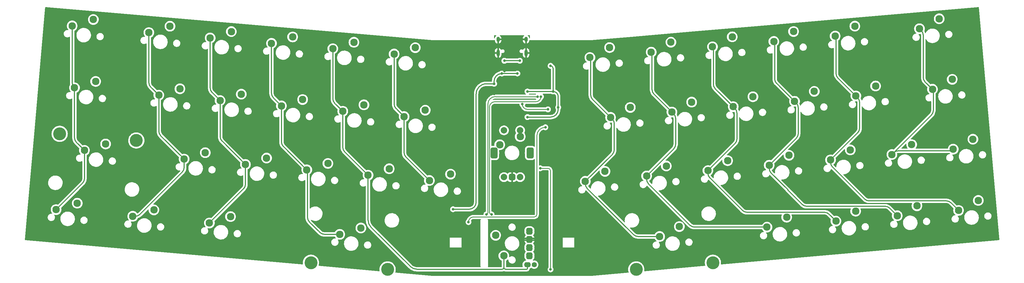
<source format=gbr>
%TF.GenerationSoftware,KiCad,Pcbnew,(7.0.0)*%
%TF.CreationDate,2024-04-20T20:03:52+02:00*%
%TF.ProjectId,Arrowhead,4172726f-7768-4656-9164-2e6b69636164,rev?*%
%TF.SameCoordinates,Original*%
%TF.FileFunction,Copper,L1,Top*%
%TF.FilePolarity,Positive*%
%FSLAX46Y46*%
G04 Gerber Fmt 4.6, Leading zero omitted, Abs format (unit mm)*
G04 Created by KiCad (PCBNEW (7.0.0)) date 2024-04-20 20:03:52*
%MOMM*%
%LPD*%
G01*
G04 APERTURE LIST*
G04 Aperture macros list*
%AMRoundRect*
0 Rectangle with rounded corners*
0 $1 Rounding radius*
0 $2 $3 $4 $5 $6 $7 $8 $9 X,Y pos of 4 corners*
0 Add a 4 corners polygon primitive as box body*
4,1,4,$2,$3,$4,$5,$6,$7,$8,$9,$2,$3,0*
0 Add four circle primitives for the rounded corners*
1,1,$1+$1,$2,$3*
1,1,$1+$1,$4,$5*
1,1,$1+$1,$6,$7*
1,1,$1+$1,$8,$9*
0 Add four rect primitives between the rounded corners*
20,1,$1+$1,$2,$3,$4,$5,0*
20,1,$1+$1,$4,$5,$6,$7,0*
20,1,$1+$1,$6,$7,$8,$9,0*
20,1,$1+$1,$8,$9,$2,$3,0*%
G04 Aperture macros list end*
%TA.AperFunction,ComponentPad*%
%ADD10C,2.300000*%
%TD*%
%TA.AperFunction,ComponentPad*%
%ADD11O,2.100000X1.600000*%
%TD*%
%TA.AperFunction,ComponentPad*%
%ADD12C,1.600000*%
%TD*%
%TA.AperFunction,ComponentPad*%
%ADD13C,4.000000*%
%TD*%
%TA.AperFunction,ComponentPad*%
%ADD14C,2.000000*%
%TD*%
%TA.AperFunction,ComponentPad*%
%ADD15RoundRect,0.500000X0.500000X-0.500000X0.500000X0.500000X-0.500000X0.500000X-0.500000X-0.500000X0*%
%TD*%
%TA.AperFunction,ComponentPad*%
%ADD16RoundRect,0.550000X0.550000X-1.150000X0.550000X1.150000X-0.550000X1.150000X-0.550000X-1.150000X0*%
%TD*%
%TA.AperFunction,ComponentPad*%
%ADD17O,1.000000X1.600000*%
%TD*%
%TA.AperFunction,ComponentPad*%
%ADD18O,1.000000X2.100000*%
%TD*%
%TA.AperFunction,ViaPad*%
%ADD19C,0.800000*%
%TD*%
%TA.AperFunction,Conductor*%
%ADD20C,0.350000*%
%TD*%
%TA.AperFunction,Conductor*%
%ADD21C,0.250000*%
%TD*%
G04 APERTURE END LIST*
D10*
%TO.P,MX45,1,1*%
%TO.N,COL9*%
X300183166Y-90904494D03*
%TO.P,MX45,2,2*%
%TO.N,Net-(D45-A)*%
X306287626Y-87820720D03*
%TD*%
%TO.P,MX26,1,1*%
%TO.N,COL1*%
X79479009Y-73338254D03*
%TO.P,MX26,2,2*%
%TO.N,Net-(D26-A)*%
X86026221Y-71361359D03*
%TD*%
%TO.P,MX6,1,1*%
%TO.N,COL5*%
X144476547Y-40779266D03*
%TO.P,MX6,2,2*%
%TO.N,Net-(D6-A)*%
X151023759Y-38802371D03*
%TD*%
%TO.P,MX38,1,1*%
%TO.N,COL1*%
X63585560Y-91070525D03*
%TO.P,MX38,2,2*%
%TO.N,Net-(D38-A)*%
X70132772Y-89093630D03*
%TD*%
%TO.P,MX31,1,1*%
%TO.N,COL6*%
X203635304Y-80228569D03*
%TO.P,MX31,2,2*%
%TO.N,Net-(D31-A)*%
X209739764Y-77144795D03*
%TD*%
%TO.P,MX41,1,1*%
%TO.N,COL5*%
X177165000Y-68897500D03*
%TO.P,MX41,2,2*%
%TO.N,r_enc*%
X183515000Y-66357500D03*
%TD*%
%TO.P,MX22,1,1*%
%TO.N,COL9*%
X268396268Y-55439951D03*
%TO.P,MX22,2,2*%
%TO.N,Net-(D22-A)*%
X274500728Y-52356177D03*
%TD*%
%TO.P,MX35,1,1*%
%TO.N,COL10*%
X279545340Y-73587302D03*
%TO.P,MX35,2,2*%
%TO.N,Net-(D35-A)*%
X285649800Y-70503528D03*
%TD*%
%TO.P,MX19,1,1*%
%TO.N,COL6*%
X211463741Y-60420902D03*
%TO.P,MX19,2,2*%
%TO.N,Net-(D19-A)*%
X217568201Y-57337128D03*
%TD*%
D11*
%TO.P,EN1,A,A*%
%TO.N,ROLLER_A*%
X186349999Y-103584499D03*
X186349999Y-103060499D03*
%TO.P,EN1,B,B*%
%TO.N,ROLLER_B*%
X186349999Y-101044499D03*
X186349999Y-100520499D03*
%TO.P,EN1,C,C*%
%TO.N,GND*%
X186349999Y-98504499D03*
X186349999Y-97980499D03*
D12*
%TO.P,EN1,S1,S1*%
%TO.N,r_roller*%
X187825000Y-106060500D03*
D11*
%TO.P,EN1,S2,S2*%
%TO.N,COL4*%
X185724999Y-106060499D03*
%TO.P,EN1,X*%
%TO.N,N/C*%
X186349999Y-95964499D03*
X186349999Y-95440499D03*
%TD*%
D10*
%TO.P,MX23,1,1*%
%TO.N,COL10*%
X287373777Y-53779634D03*
%TO.P,MX23,2,2*%
%TO.N,Net-(D23-A)*%
X293478237Y-50695860D03*
%TD*%
%TO.P,MX46,1,1*%
%TO.N,COL10*%
X319160675Y-89244177D03*
%TO.P,MX46,2,2*%
%TO.N,Net-(D46-A)*%
X325265135Y-86160403D03*
%TD*%
%TO.P,MX48,1,1*%
%TO.N,COL4*%
X178435000Y-103322500D03*
%TO.P,MX48,2,2*%
%TO.N,r_roller*%
X175895000Y-96972500D03*
%TD*%
%TO.P,MX8,1,1*%
%TO.N,COL7*%
X224036556Y-40198155D03*
%TO.P,MX8,2,2*%
%TO.N,Net-(D8-A)*%
X230141016Y-37114381D03*
%TD*%
%TO.P,MX5,1,1*%
%TO.N,COL4*%
X125499038Y-39118949D03*
%TO.P,MX5,2,2*%
%TO.N,Net-(D5-A)*%
X132046250Y-37142054D03*
%TD*%
%TO.P,MX11,1,1*%
%TO.N,COL10*%
X280969083Y-35217204D03*
%TO.P,MX11,2,2*%
%TO.N,Net-(D11-A)*%
X287073543Y-32133430D03*
%TD*%
%TO.P,MX43,1,1*%
%TO.N,COL7*%
X259856784Y-94436103D03*
%TO.P,MX43,2,2*%
%TO.N,Net-(D43-A)*%
X265961244Y-91352329D03*
%TD*%
%TO.P,MX33,1,1*%
%TO.N,COL8*%
X241590322Y-76907935D03*
%TO.P,MX33,2,2*%
%TO.N,Net-(D33-A)*%
X247694782Y-73824161D03*
%TD*%
%TO.P,MX32,1,1*%
%TO.N,COL7*%
X222612813Y-78568252D03*
%TO.P,MX32,2,2*%
%TO.N,Net-(D32-A)*%
X228717273Y-75484478D03*
%TD*%
%TO.P,MX4,1,1*%
%TO.N,COL3*%
X106521529Y-37458632D03*
%TO.P,MX4,2,2*%
%TO.N,Net-(D4-A)*%
X113068741Y-35481737D03*
%TD*%
%TO.P,MX34,1,1*%
%TO.N,COL9*%
X260567831Y-75247618D03*
%TO.P,MX34,2,2*%
%TO.N,Net-(D34-A)*%
X266672291Y-72163844D03*
%TD*%
%TO.P,MX12,1,1*%
%TO.N,COL11*%
X307063158Y-32934269D03*
%TO.P,MX12,2,2*%
%TO.N,Net-(D12-A)*%
X313167618Y-29850495D03*
%TD*%
%TO.P,MX27,1,1*%
%TO.N,COL2*%
X98456518Y-74998571D03*
%TO.P,MX27,2,2*%
%TO.N,Net-(D27-A)*%
X105003730Y-73021676D03*
%TD*%
%TO.P,MX20,1,1*%
%TO.N,COL7*%
X230441250Y-58760585D03*
%TO.P,MX20,2,2*%
%TO.N,Net-(D20-A)*%
X236545710Y-55676811D03*
%TD*%
%TO.P,MX14,1,1*%
%TO.N,COL1*%
X71650571Y-53530586D03*
%TO.P,MX14,2,2*%
%TO.N,Net-(D14-A)*%
X78197783Y-51553691D03*
%TD*%
%TO.P,MX1,1,1*%
%TO.N,COL0*%
X44844624Y-32062602D03*
%TO.P,MX1,2,2*%
%TO.N,Net-(D1-A)*%
X51391836Y-30085707D03*
%TD*%
%TO.P,MX21,1,1*%
%TO.N,COL8*%
X249418759Y-57100268D03*
%TO.P,MX21,2,2*%
%TO.N,Net-(D21-A)*%
X255523219Y-54016494D03*
%TD*%
%TO.P,MX28,1,1*%
%TO.N,COL3*%
X117434027Y-76658888D03*
%TO.P,MX28,2,2*%
%TO.N,Net-(D28-A)*%
X123981239Y-74681993D03*
%TD*%
D13*
%TO.P,S3,*%
%TO.N,*%
X40962522Y-65506519D03*
X64684408Y-67581915D03*
%TD*%
D14*
%TO.P,SW1,A,A*%
%TO.N,ENC_A*%
X178475000Y-78937500D03*
%TO.P,SW1,B,B*%
%TO.N,ENC_B*%
X183475000Y-78937500D03*
D15*
%TO.P,SW1,C,C*%
%TO.N,GND*%
X180975000Y-78937500D03*
D16*
%TO.P,SW1,MP*%
%TO.N,N/C*%
X175375000Y-71437500D03*
X186575000Y-71437500D03*
D14*
%TO.P,SW1,S1,S1*%
%TO.N,r_enc*%
X183475000Y-64437500D03*
%TO.P,SW1,S2,S2*%
%TO.N,COL5*%
X178475000Y-64437500D03*
%TD*%
D10*
%TO.P,MX9,1,1*%
%TO.N,COL8*%
X243014065Y-38537838D03*
%TO.P,MX9,2,2*%
%TO.N,Net-(D9-A)*%
X249118525Y-35454064D03*
%TD*%
%TO.P,MX7,1,1*%
%TO.N,COL6*%
X205059047Y-41858472D03*
%TO.P,MX7,2,2*%
%TO.N,Net-(D7-A)*%
X211163507Y-38774698D03*
%TD*%
%TO.P,MX30,1,1*%
%TO.N,COL5*%
X155389045Y-79979521D03*
%TO.P,MX30,2,2*%
%TO.N,Net-(D30-A)*%
X161936257Y-78002626D03*
%TD*%
%TO.P,MX44,1,1*%
%TO.N,COL8*%
X281205657Y-92564811D03*
%TO.P,MX44,2,2*%
%TO.N,Net-(D44-A)*%
X287310117Y-89481037D03*
%TD*%
%TO.P,MX39,1,1*%
%TO.N,COL2*%
X87307446Y-93145921D03*
%TO.P,MX39,2,2*%
%TO.N,Net-(D39-A)*%
X93854658Y-91169026D03*
%TD*%
%TO.P,MX13,1,1*%
%TO.N,COL0*%
X45556496Y-51247651D03*
%TO.P,MX13,2,2*%
%TO.N,Net-(D13-A)*%
X52103708Y-49270756D03*
%TD*%
%TO.P,MX3,1,1*%
%TO.N,COL2*%
X87544020Y-35798315D03*
%TO.P,MX3,2,2*%
%TO.N,Net-(D3-A)*%
X94091232Y-33821420D03*
%TD*%
%TO.P,MX47,1,1*%
%TO.N,COL11*%
X317500358Y-70266668D03*
%TO.P,MX47,2,2*%
%TO.N,Net-(D47-A)*%
X323604818Y-67182894D03*
%TD*%
%TO.P,MX29,1,1*%
%TO.N,COL4*%
X136411536Y-78319204D03*
%TO.P,MX29,2,2*%
%TO.N,Net-(D29-A)*%
X142958748Y-76342309D03*
%TD*%
%TO.P,MX24,1,1*%
%TO.N,COL11*%
X311095664Y-51704238D03*
%TO.P,MX24,2,2*%
%TO.N,Net-(D24-A)*%
X317200124Y-48620464D03*
%TD*%
%TO.P,MX40,1,1*%
%TO.N,COL3*%
X127634653Y-96674095D03*
%TO.P,MX40,2,2*%
%TO.N,Net-(D40-A)*%
X134181865Y-94697200D03*
%TD*%
%TO.P,MX36,1,1*%
%TO.N,COL11*%
X298522849Y-71926985D03*
%TO.P,MX36,2,2*%
%TO.N,Net-(D36-A)*%
X304627309Y-68843211D03*
%TD*%
%TO.P,MX10,1,1*%
%TO.N,COL9*%
X261991574Y-36877521D03*
%TO.P,MX10,2,2*%
%TO.N,Net-(D10-A)*%
X268096034Y-33793747D03*
%TD*%
%TO.P,MX15,1,1*%
%TO.N,COL2*%
X90628080Y-55190903D03*
%TO.P,MX15,2,2*%
%TO.N,Net-(D15-A)*%
X97175292Y-53214008D03*
%TD*%
%TO.P,MX18,1,1*%
%TO.N,COL5*%
X147560607Y-60171854D03*
%TO.P,MX18,2,2*%
%TO.N,Net-(D18-A)*%
X154107819Y-58194959D03*
%TD*%
D13*
%TO.P,S1,*%
%TO.N,*%
X142460939Y-107532611D03*
X118739053Y-105457215D03*
%TD*%
D10*
%TO.P,MX17,1,1*%
%TO.N,COL4*%
X128583098Y-58511537D03*
%TO.P,MX17,2,2*%
%TO.N,Net-(D17-A)*%
X135130310Y-56534642D03*
%TD*%
%TO.P,MX25,1,1*%
%TO.N,COL0*%
X48640556Y-70640239D03*
%TO.P,MX25,2,2*%
%TO.N,Net-(D25-A)*%
X55187768Y-68663344D03*
%TD*%
%TO.P,MX2,1,1*%
%TO.N,COL1*%
X68566511Y-34137998D03*
%TO.P,MX2,2,2*%
%TO.N,Net-(D2-A)*%
X75113723Y-32161103D03*
%TD*%
D13*
%TO.P,S2,*%
%TO.N,*%
X243130150Y-105457777D03*
X219408264Y-107533173D03*
%TD*%
D10*
%TO.P,MX16,1,1*%
%TO.N,COL3*%
X109605589Y-56851220D03*
%TO.P,MX16,2,2*%
%TO.N,Net-(D16-A)*%
X116152801Y-54874325D03*
%TD*%
%TO.P,MX42,1,1*%
%TO.N,COL6*%
X226643547Y-97338784D03*
%TO.P,MX42,2,2*%
%TO.N,Net-(D42-A)*%
X232748007Y-94255010D03*
%TD*%
%TO.P,MX37,1,1*%
%TO.N,COL0*%
X39863674Y-88995129D03*
%TO.P,MX37,2,2*%
%TO.N,Net-(D37-A)*%
X46410886Y-87018234D03*
%TD*%
D17*
%TO.P,J1,S1,SHIELD*%
%TO.N,GND*%
X176654999Y-36256249D03*
D18*
X176654999Y-40436249D03*
D17*
X185294999Y-36256249D03*
D18*
X185294999Y-40436249D03*
%TD*%
D19*
%TO.N,ROW1*%
X192087500Y-57943750D03*
X184150000Y-56330750D03*
%TO.N,ROW3*%
X192881250Y-107537500D03*
X189706250Y-76200000D03*
%TO.N,VBUS*%
X183356250Y-42862500D03*
X178593750Y-42862500D03*
%TO.N,+3V3*%
X185737500Y-52387500D03*
X195262500Y-57330750D03*
X185737500Y-60325000D03*
X193675000Y-52387500D03*
X192881250Y-44450000D03*
%TO.N,GND*%
X196056250Y-96837500D03*
X180975000Y-80962500D03*
X159543750Y-93662500D03*
X195064662Y-50019651D03*
X200025000Y-56356250D03*
X180975000Y-36256250D03*
X189706250Y-56356250D03*
X181768750Y-60325000D03*
X184150000Y-96837500D03*
X161131250Y-96837500D03*
X178593750Y-46037500D03*
X190500000Y-39687500D03*
X184150000Y-46037500D03*
X184150000Y-50006250D03*
X181768750Y-50006250D03*
X196056250Y-50006250D03*
X188912500Y-42862500D03*
X171450000Y-39687500D03*
X179387500Y-51593750D03*
X175418750Y-53181250D03*
X200022131Y-57355816D03*
X182932552Y-50011674D03*
X163388000Y-92868750D03*
%TO.N,+5V*%
X162718750Y-88900000D03*
X177800000Y-46831250D03*
X182612500Y-46831250D03*
X175418750Y-50006250D03*
%TO.N,RGB MCU*%
X167481250Y-92868750D03*
X191293750Y-63500000D03*
%TO.N,ROLLER_A*%
X173037500Y-90487500D03*
X188912500Y-53975000D03*
%TO.N,ROLLER_B*%
X174625000Y-90487500D03*
X189924551Y-53987548D03*
%TD*%
D20*
%TO.N,COL3*%
X121443750Y-96043750D02*
X118332291Y-92932291D01*
X127634653Y-96674095D02*
X122965537Y-96674095D01*
X117648363Y-91281250D02*
G75*
G03*
X118332291Y-92932291I2334937J50D01*
G01*
X117648407Y-76873268D02*
X117434027Y-76658888D01*
X121443739Y-96043761D02*
G75*
G03*
X122965537Y-96674095I1521761J1521761D01*
G01*
X117648407Y-91281250D02*
X117648407Y-76873268D01*
%TO.N,COL11*%
X298522849Y-71926985D02*
X310766085Y-59683749D01*
X310766062Y-59683726D02*
G75*
G03*
X311351872Y-58269535I-1414162J1414226D01*
G01*
X311351872Y-58269535D02*
X311351872Y-51960446D01*
X311351872Y-51960446D02*
X311095664Y-51704238D01*
D21*
%TO.N,ROW1*%
X192087500Y-57943750D02*
X185763000Y-57943750D01*
X184149950Y-56330750D02*
G75*
G03*
X185763000Y-57943750I1613050J50D01*
G01*
%TO.N,ROW3*%
X192881250Y-107537500D02*
X192881250Y-76993750D01*
X192087500Y-76200000D02*
X189706250Y-76200000D01*
X192881300Y-76993750D02*
G75*
G03*
X192087500Y-76200000I-793800J-50D01*
G01*
D20*
%TO.N,VBUS*%
X178593750Y-42862500D02*
X183356250Y-42862500D01*
%TO.N,+3V3*%
X185737500Y-60325000D02*
X192881250Y-60325000D01*
X193675000Y-52387500D02*
X193675000Y-45243750D01*
X195262500Y-57943750D02*
X195262500Y-57330750D01*
X195262500Y-57330750D02*
X195262500Y-53975000D01*
X185737500Y-52387500D02*
X193675000Y-52387500D01*
X195262500Y-53975000D02*
G75*
G03*
X193675000Y-52387500I-1587500J0D01*
G01*
X192881250Y-60325000D02*
G75*
G03*
X195262500Y-57943750I-50J2381300D01*
G01*
X193675000Y-45243750D02*
G75*
G03*
X192881250Y-44450000I-793800J-50D01*
G01*
%TO.N,+5V*%
X175418750Y-50006250D02*
X175418750Y-49212500D01*
X182612500Y-46831250D02*
X177800000Y-46831250D01*
X169862500Y-86703274D02*
X169862500Y-53152210D01*
X173008410Y-50006272D02*
X175418750Y-50006250D01*
X162718750Y-88900000D02*
X167665774Y-88900000D01*
X173008410Y-50006300D02*
G75*
G03*
X169862500Y-53152210I-10J-3145900D01*
G01*
X167665774Y-88900000D02*
G75*
G03*
X169862500Y-86703274I26J2196700D01*
G01*
X177800000Y-46831250D02*
G75*
G03*
X175418750Y-49212500I0J-2381250D01*
G01*
%TO.N,COL0*%
X45430411Y-51121566D02*
X45556496Y-51247651D01*
X48640556Y-70640239D02*
X48640556Y-79389820D01*
X45556496Y-51247651D02*
X45556496Y-66727752D01*
X48054769Y-80804034D02*
X39863674Y-88995129D01*
X46142283Y-68141966D02*
X48640556Y-70640239D01*
X44844624Y-32062602D02*
X44844624Y-49707352D01*
X45556532Y-66727752D02*
G75*
G03*
X46142284Y-68141965I1999968J-48D01*
G01*
X44844651Y-49707352D02*
G75*
G03*
X45430411Y-51121566I1999949J-48D01*
G01*
X48054750Y-80804015D02*
G75*
G03*
X48640556Y-79389820I-1414150J1414215D01*
G01*
%TO.N,COL1*%
X71650571Y-64681389D02*
X71650571Y-53530586D01*
X79479009Y-73338254D02*
X72236357Y-66095602D01*
X65797692Y-90484738D02*
X78893223Y-77389207D01*
X63585560Y-91070525D02*
X64383478Y-91070525D01*
X71650571Y-53530586D02*
X69152297Y-51032312D01*
X68566511Y-49618099D02*
X68566511Y-34137998D01*
X79479009Y-75974994D02*
X79479009Y-73338254D01*
X64383478Y-91070502D02*
G75*
G03*
X65797692Y-90484738I22J2000002D01*
G01*
X78893228Y-77389212D02*
G75*
G03*
X79479009Y-75974994I-1414228J1414212D01*
G01*
X71650588Y-64681389D02*
G75*
G03*
X72236357Y-66095602I2000012J-11D01*
G01*
X68566509Y-49618099D02*
G75*
G03*
X69152297Y-51032312I1999991J-1D01*
G01*
%TO.N,COL2*%
X87544020Y-35798315D02*
X87544020Y-51278416D01*
X88129807Y-52692630D02*
X90628080Y-55190903D01*
X98456518Y-74998571D02*
X98456518Y-81168422D01*
X90628080Y-55190903D02*
X90628080Y-66341706D01*
X91213867Y-67755920D02*
X98456518Y-74998571D01*
X97870731Y-82582636D02*
X87307446Y-93145921D01*
X97870724Y-82582629D02*
G75*
G03*
X98456518Y-81168422I-1414224J1414229D01*
G01*
X90628082Y-66341706D02*
G75*
G03*
X91213867Y-67755920I2000018J6D01*
G01*
X87544003Y-51278416D02*
G75*
G03*
X88129807Y-52692630I1999997J16D01*
G01*
%TO.N,COL3*%
X110191376Y-69416237D02*
X117434027Y-76658888D01*
X106521529Y-37458632D02*
X106521529Y-52938733D01*
X107107316Y-54352947D02*
X109605589Y-56851220D01*
X109605589Y-56851220D02*
X109605589Y-68002023D01*
X109605577Y-68002023D02*
G75*
G03*
X110191377Y-69416236I2000023J23D01*
G01*
X106521498Y-52938733D02*
G75*
G03*
X107107317Y-54352946I2000002J33D01*
G01*
%TO.N,COL4*%
X136411536Y-78319204D02*
X136411536Y-92266042D01*
X128583098Y-58511537D02*
X128583098Y-69662339D01*
X178435000Y-106362500D02*
X178435000Y-106952947D01*
X178435000Y-105568750D02*
X178435000Y-103322500D01*
X178972454Y-107490401D02*
X185488407Y-107490401D01*
X129168885Y-71076553D02*
X136411536Y-78319204D01*
X178435000Y-106362500D02*
X178435000Y-106521250D01*
X185744590Y-107234218D02*
X185744590Y-106080090D01*
X178435000Y-105568750D02*
X178435000Y-106362500D01*
X151606250Y-107498895D02*
X177891611Y-107498895D01*
X178435000Y-103322500D02*
X178435000Y-106521250D01*
X126084825Y-56013264D02*
X128583098Y-58511537D01*
X125499038Y-39118949D02*
X125499038Y-54599050D01*
X178435000Y-106955506D02*
X178435000Y-103322500D01*
X137318750Y-94456250D02*
X149481149Y-106618649D01*
X128583072Y-69662339D02*
G75*
G03*
X129168886Y-71076552I2000028J39D01*
G01*
X136411519Y-92266042D02*
G75*
G03*
X137318750Y-94456250I3097481J42D01*
G01*
X178434999Y-106952947D02*
G75*
G03*
X178972454Y-107490401I537501J47D01*
G01*
X177891611Y-107498900D02*
G75*
G03*
X178435000Y-106955506I-11J543400D01*
G01*
X185488407Y-107490390D02*
G75*
G03*
X185744590Y-107234218I-7J256190D01*
G01*
X125499063Y-54599050D02*
G75*
G03*
X126084825Y-56013264I1999937J-50D01*
G01*
X185744600Y-106080090D02*
G75*
G03*
X185725000Y-106060500I-19600J-10D01*
G01*
X149481164Y-106618634D02*
G75*
G03*
X151606250Y-107498895I2125136J2125134D01*
G01*
%TO.N,COL5*%
X145062334Y-57673581D02*
X147560607Y-60171854D01*
X144476547Y-40779266D02*
X144476547Y-56259367D01*
X147560607Y-60171854D02*
X147560607Y-71322656D01*
X148146394Y-72736870D02*
X155389045Y-79979521D01*
X147560637Y-71322656D02*
G75*
G03*
X148146395Y-72736869I1999963J-44D01*
G01*
X144476557Y-56259367D02*
G75*
G03*
X145062334Y-57673581I1999943J-33D01*
G01*
%TO.N,COL6*%
X219971711Y-97338784D02*
X226643547Y-97338784D01*
X205315255Y-53443989D02*
X205315255Y-42114680D01*
X211463741Y-60420902D02*
X205901041Y-54858202D01*
X212027954Y-71835919D02*
X203635304Y-80228569D01*
X212613741Y-62399329D02*
X212613741Y-70421705D01*
X204221091Y-82416591D02*
X218557498Y-96752998D01*
X205315255Y-42114680D02*
X205059047Y-41858472D01*
X211463741Y-60420902D02*
X212027955Y-60985116D01*
X203635304Y-80228569D02*
X203635304Y-81002377D01*
X212613708Y-62399329D02*
G75*
G03*
X212027955Y-60985116I-2000008J29D01*
G01*
X212027960Y-71835925D02*
G75*
G03*
X212613741Y-70421705I-1414260J1414225D01*
G01*
X203635320Y-81002377D02*
G75*
G03*
X204221092Y-82416590I1999980J-23D01*
G01*
X205315277Y-53443989D02*
G75*
G03*
X205901042Y-54858201I2000023J-11D01*
G01*
X218557496Y-96753000D02*
G75*
G03*
X219971711Y-97338784I1414204J1414200D01*
G01*
%TO.N,COL7*%
X223198600Y-81000375D02*
X236048542Y-93850317D01*
X231591250Y-60739012D02*
X231591250Y-68761388D01*
X224036556Y-40198155D02*
X224292764Y-40454363D01*
X231005463Y-70175602D02*
X222612813Y-78568252D01*
X224292764Y-40454363D02*
X224292764Y-51783672D01*
X237462755Y-94436103D02*
X259856784Y-94436103D01*
X222612813Y-78568252D02*
X222612813Y-79586161D01*
X230441250Y-58760585D02*
X231005464Y-59324799D01*
X224878551Y-53197886D02*
X230441250Y-58760585D01*
X231591256Y-60739012D02*
G75*
G03*
X231005464Y-59324799I-1999956J12D01*
G01*
X236048564Y-93850295D02*
G75*
G03*
X237462755Y-94436103I1414236J1414195D01*
G01*
X231005459Y-70175598D02*
G75*
G03*
X231591250Y-68761388I-1414159J1414198D01*
G01*
X224292795Y-51783672D02*
G75*
G03*
X224878551Y-53197886I2000005J-28D01*
G01*
X222612837Y-79586161D02*
G75*
G03*
X223198600Y-81000375I1999963J-39D01*
G01*
%TO.N,COL8*%
X241590322Y-76907935D02*
X241590322Y-77752823D01*
X242176109Y-79167037D02*
X252250615Y-89241543D01*
X279053962Y-90413116D02*
X281205657Y-92564811D01*
X250568759Y-59078695D02*
X250568759Y-67101071D01*
X243014065Y-38537838D02*
X243270273Y-38794046D01*
X243270273Y-38794046D02*
X243270273Y-50123355D01*
X249982972Y-68515285D02*
X241590322Y-76907935D01*
X253664828Y-89827329D02*
X277639748Y-89827329D01*
X249418759Y-57100268D02*
X249982973Y-57664482D01*
X243856060Y-51537569D02*
X249418759Y-57100268D01*
X243270313Y-50123355D02*
G75*
G03*
X243856060Y-51537569I1999987J-45D01*
G01*
X249982978Y-68515291D02*
G75*
G03*
X250568759Y-67101071I-1414178J1414191D01*
G01*
X250568774Y-59078695D02*
G75*
G03*
X249982973Y-57664482I-1999974J-5D01*
G01*
X279053932Y-90413146D02*
G75*
G03*
X277639748Y-89827329I-1414232J-1414154D01*
G01*
X241590300Y-77752823D02*
G75*
G03*
X242176109Y-79167037I2000000J23D01*
G01*
X252250595Y-89241563D02*
G75*
G03*
X253664828Y-89827329I1414205J1414263D01*
G01*
%TO.N,COL9*%
X262247782Y-37133729D02*
X261991574Y-36877521D01*
X260567831Y-76265527D02*
X260567831Y-75247618D01*
X268960481Y-66854968D02*
X260567831Y-75247618D01*
X262247782Y-48463038D02*
X262247782Y-37133729D01*
X266303125Y-82946875D02*
X270726501Y-87370251D01*
X269546268Y-57418378D02*
X269546268Y-65440754D01*
X272140714Y-87956037D02*
X296406282Y-87956037D01*
X268396268Y-55439951D02*
X268960482Y-56004165D01*
X266303125Y-82829248D02*
X261153617Y-77679740D01*
X266303125Y-82946875D02*
X266303125Y-82829248D01*
X297820496Y-88541824D02*
X300183166Y-90904494D01*
X268396268Y-55439951D02*
X262833568Y-49877251D01*
X270726486Y-87370266D02*
G75*
G03*
X272140714Y-87956037I1414214J1414266D01*
G01*
X269546292Y-57418378D02*
G75*
G03*
X268960481Y-56004166I-1999992J-22D01*
G01*
X268960497Y-66854984D02*
G75*
G03*
X269546268Y-65440754I-1414197J1414184D01*
G01*
X260567803Y-76265527D02*
G75*
G03*
X261153617Y-77679740I1999997J27D01*
G01*
X297820497Y-88541823D02*
G75*
G03*
X296406282Y-87956037I-1414197J-1414177D01*
G01*
X262247761Y-48463038D02*
G75*
G03*
X262833568Y-49877251I2000039J38D01*
G01*
%TO.N,COL10*%
X287373777Y-53779634D02*
X287937991Y-54343848D01*
X316798005Y-86881507D02*
X319160675Y-89244177D01*
X281225291Y-35473412D02*
X280969083Y-35217204D01*
X287937990Y-65194652D02*
X279545340Y-73587302D01*
X287373777Y-53779634D02*
X281811077Y-48216934D01*
X279545340Y-73587302D02*
X279545340Y-74385220D01*
X288523777Y-55758061D02*
X288523777Y-63780438D01*
X281225291Y-46802721D02*
X281225291Y-35473412D01*
X280131127Y-75799434D02*
X290041627Y-85709934D01*
X291455840Y-86295720D02*
X315383791Y-86295720D01*
X287937966Y-65194628D02*
G75*
G03*
X288523777Y-63780438I-1414166J1414228D01*
G01*
X279545315Y-74385220D02*
G75*
G03*
X280131128Y-75799433I1999985J20D01*
G01*
X288523811Y-55758061D02*
G75*
G03*
X287937991Y-54343848I-2000011J-39D01*
G01*
X290041603Y-85709958D02*
G75*
G03*
X291455840Y-86295720I1414197J1414258D01*
G01*
X316798005Y-86881507D02*
G75*
G03*
X315383791Y-86295720I-1414205J-1414193D01*
G01*
X281225279Y-46802721D02*
G75*
G03*
X281811077Y-48216934I2000021J21D01*
G01*
%TO.N,COL11*%
X307063158Y-32934269D02*
X307627372Y-33498483D01*
X308798945Y-49407519D02*
X311095664Y-51704238D01*
X316990041Y-70776985D02*
X317500358Y-70266668D01*
X300501276Y-70776985D02*
X316990041Y-70776985D01*
X308213158Y-34912696D02*
X308213158Y-47993305D01*
X298522849Y-71926985D02*
X299087063Y-71362771D01*
X300501276Y-70776973D02*
G75*
G03*
X299087063Y-71362771I24J-2000027D01*
G01*
X308213173Y-34912696D02*
G75*
G03*
X307627372Y-33498483I-1999973J-4D01*
G01*
X308213167Y-47993305D02*
G75*
G03*
X308798945Y-49407519I2000033J5D01*
G01*
D21*
%TO.N,RGB MCU*%
X169068750Y-91281250D02*
X187860993Y-91281250D01*
X188654743Y-90487500D02*
X188654743Y-66102057D01*
X169068750Y-91281250D02*
G75*
G03*
X167481250Y-92868750I50J-1587550D01*
G01*
X187860993Y-91281243D02*
G75*
G03*
X188654743Y-90487500I7J793743D01*
G01*
X191256800Y-63500043D02*
G75*
G03*
X188654743Y-66102057I0J-2602057D01*
G01*
%TO.N,ROLLER_A*%
X173497587Y-57688202D02*
X173497587Y-56269956D01*
X173500000Y-57690615D02*
X173497587Y-57688202D01*
X175792543Y-53975000D02*
X188912500Y-53975000D01*
X173500000Y-57690615D02*
X173500000Y-90025000D01*
X175792543Y-53975087D02*
G75*
G03*
X173497587Y-56269956I-43J-2294913D01*
G01*
X173037500Y-90487500D02*
G75*
G03*
X173500000Y-90025000I0J462500D01*
G01*
%TO.N,ROLLER_B*%
X175682281Y-55562500D02*
X188349599Y-55562500D01*
X173950000Y-57294781D02*
X173950000Y-89812500D01*
X175682281Y-55562500D02*
G75*
G03*
X173950000Y-57294781I19J-1732300D01*
G01*
X173950000Y-89812500D02*
G75*
G03*
X174625000Y-90487500I675000J0D01*
G01*
X188349599Y-55562451D02*
G75*
G03*
X189924551Y-53987548I1J1574951D01*
G01*
%TD*%
%TA.AperFunction,Conductor*%
%TO.N,GND*%
G36*
X325377308Y-26215568D02*
G01*
X325426403Y-26256804D01*
X325448339Y-26317050D01*
X331776642Y-98301493D01*
X331765525Y-98364704D01*
X331724293Y-98413890D01*
X331663994Y-98435874D01*
X245732567Y-106002163D01*
X245676394Y-105994071D01*
X245629709Y-105961799D01*
X245602292Y-105912107D01*
X245599888Y-105855405D01*
X245615106Y-105775630D01*
X245615108Y-105775618D01*
X245615838Y-105771792D01*
X245635594Y-105457777D01*
X245615838Y-105143762D01*
X245556881Y-104834698D01*
X245459653Y-104535462D01*
X245325687Y-104250770D01*
X245157097Y-103985114D01*
X245117025Y-103936676D01*
X245017537Y-103816416D01*
X244956540Y-103742683D01*
X244727180Y-103527299D01*
X244667552Y-103483977D01*
X244493895Y-103357808D01*
X244472634Y-103342361D01*
X244469231Y-103340490D01*
X244469226Y-103340487D01*
X244200333Y-103192661D01*
X244200326Y-103192657D01*
X244196916Y-103190783D01*
X244193290Y-103189347D01*
X244193285Y-103189345D01*
X243907997Y-103076392D01*
X243907996Y-103076391D01*
X243904375Y-103074958D01*
X243900605Y-103073990D01*
X243900602Y-103073989D01*
X243603406Y-102997682D01*
X243603401Y-102997681D01*
X243599623Y-102996711D01*
X243595752Y-102996222D01*
X243595747Y-102996221D01*
X243291334Y-102957765D01*
X243291327Y-102957764D01*
X243287468Y-102957277D01*
X242972832Y-102957277D01*
X242968973Y-102957764D01*
X242968965Y-102957765D01*
X242664552Y-102996221D01*
X242664544Y-102996222D01*
X242660677Y-102996711D01*
X242656901Y-102997680D01*
X242656893Y-102997682D01*
X242359697Y-103073989D01*
X242359689Y-103073991D01*
X242355925Y-103074958D01*
X242352308Y-103076389D01*
X242352302Y-103076392D01*
X242067014Y-103189345D01*
X242067003Y-103189349D01*
X242063384Y-103190783D01*
X242059979Y-103192654D01*
X242059966Y-103192661D01*
X241791073Y-103340487D01*
X241791061Y-103340494D01*
X241787666Y-103342361D01*
X241784522Y-103344644D01*
X241784516Y-103344649D01*
X241536276Y-103525005D01*
X241536265Y-103525013D01*
X241533120Y-103527299D01*
X241530285Y-103529960D01*
X241530278Y-103529967D01*
X241306597Y-103740018D01*
X241306590Y-103740025D01*
X241303760Y-103742683D01*
X241301285Y-103745674D01*
X241301281Y-103745679D01*
X241105686Y-103982111D01*
X241105676Y-103982123D01*
X241103203Y-103985114D01*
X241101121Y-103988393D01*
X241101112Y-103988407D01*
X240936698Y-104247483D01*
X240936691Y-104247494D01*
X240934613Y-104250770D01*
X240932960Y-104254281D01*
X240932957Y-104254288D01*
X240802303Y-104531942D01*
X240800647Y-104535462D01*
X240799445Y-104539159D01*
X240799443Y-104539166D01*
X240704807Y-104830426D01*
X240703419Y-104834698D01*
X240702690Y-104838518D01*
X240702688Y-104838527D01*
X240645191Y-105139935D01*
X240645188Y-105139951D01*
X240644462Y-105143762D01*
X240624706Y-105457777D01*
X240644462Y-105771792D01*
X240645189Y-105775604D01*
X240645191Y-105775618D01*
X240700166Y-106063803D01*
X240703419Y-106080856D01*
X240768042Y-106279746D01*
X240770295Y-106286678D01*
X240775234Y-106341700D01*
X240755785Y-106393407D01*
X240715809Y-106431536D01*
X240663240Y-106448518D01*
X222008096Y-108091110D01*
X221951923Y-108083018D01*
X221905238Y-108050746D01*
X221877821Y-108001054D01*
X221875417Y-107944352D01*
X221893220Y-107851026D01*
X221893222Y-107851014D01*
X221893952Y-107847188D01*
X221913708Y-107533173D01*
X221893952Y-107219158D01*
X221834995Y-106910094D01*
X221737767Y-106610858D01*
X221603801Y-106326166D01*
X221447766Y-106080294D01*
X221437301Y-106063803D01*
X221437299Y-106063800D01*
X221435211Y-106060510D01*
X221234654Y-105818079D01*
X221005294Y-105602695D01*
X220998054Y-105597435D01*
X220753897Y-105420045D01*
X220753898Y-105420045D01*
X220750748Y-105417757D01*
X220747345Y-105415886D01*
X220747340Y-105415883D01*
X220478447Y-105268057D01*
X220478440Y-105268053D01*
X220475030Y-105266179D01*
X220471404Y-105264743D01*
X220471399Y-105264741D01*
X220186111Y-105151788D01*
X220186110Y-105151787D01*
X220182489Y-105150354D01*
X220178719Y-105149386D01*
X220178716Y-105149385D01*
X219881520Y-105073078D01*
X219881515Y-105073077D01*
X219877737Y-105072107D01*
X219873866Y-105071618D01*
X219873861Y-105071617D01*
X219569448Y-105033161D01*
X219569441Y-105033160D01*
X219565582Y-105032673D01*
X219250946Y-105032673D01*
X219247087Y-105033160D01*
X219247079Y-105033161D01*
X218942666Y-105071617D01*
X218942658Y-105071618D01*
X218938791Y-105072107D01*
X218935015Y-105073076D01*
X218935007Y-105073078D01*
X218637811Y-105149385D01*
X218637803Y-105149387D01*
X218634039Y-105150354D01*
X218630422Y-105151785D01*
X218630416Y-105151788D01*
X218345128Y-105264741D01*
X218345117Y-105264745D01*
X218341498Y-105266179D01*
X218338093Y-105268050D01*
X218338080Y-105268057D01*
X218069187Y-105415883D01*
X218069175Y-105415890D01*
X218065780Y-105417757D01*
X218062636Y-105420040D01*
X218062630Y-105420045D01*
X217814390Y-105600401D01*
X217814379Y-105600409D01*
X217811234Y-105602695D01*
X217808399Y-105605356D01*
X217808392Y-105605363D01*
X217584711Y-105815414D01*
X217584704Y-105815421D01*
X217581874Y-105818079D01*
X217579399Y-105821070D01*
X217579395Y-105821075D01*
X217383800Y-106057507D01*
X217383790Y-106057519D01*
X217381317Y-106060510D01*
X217379235Y-106063789D01*
X217379226Y-106063803D01*
X217214812Y-106322879D01*
X217214805Y-106322890D01*
X217212727Y-106326166D01*
X217211074Y-106329677D01*
X217211071Y-106329684D01*
X217080417Y-106607338D01*
X217078761Y-106610858D01*
X217077559Y-106614555D01*
X217077557Y-106614562D01*
X216982921Y-106905822D01*
X216981533Y-106910094D01*
X216980804Y-106913914D01*
X216980802Y-106913923D01*
X216923305Y-107215331D01*
X216923302Y-107215347D01*
X216922576Y-107219158D01*
X216922331Y-107223049D01*
X216922331Y-107223051D01*
X216914781Y-107343064D01*
X216902820Y-107533173D01*
X216922576Y-107847188D01*
X216923303Y-107851000D01*
X216923305Y-107851014D01*
X216980695Y-108151860D01*
X216981533Y-108156252D01*
X216982736Y-108159955D01*
X216982738Y-108159962D01*
X217052617Y-108375028D01*
X217057556Y-108430051D01*
X217038107Y-108481757D01*
X216998131Y-108519886D01*
X216945562Y-108536868D01*
X205586679Y-109537022D01*
X205575803Y-109537500D01*
X156374197Y-109537500D01*
X156363321Y-109537022D01*
X144925709Y-108529935D01*
X144873140Y-108512953D01*
X144833164Y-108474824D01*
X144813715Y-108423117D01*
X144818653Y-108368100D01*
X144887670Y-108155690D01*
X144946627Y-107846626D01*
X144966383Y-107532611D01*
X144946627Y-107218596D01*
X144887670Y-106909532D01*
X144790442Y-106610296D01*
X144656476Y-106325604D01*
X144540625Y-106143051D01*
X144489976Y-106063241D01*
X144489974Y-106063238D01*
X144487886Y-106059948D01*
X144287329Y-105817517D01*
X144057969Y-105602133D01*
X144054525Y-105599631D01*
X143806572Y-105419483D01*
X143806573Y-105419483D01*
X143803423Y-105417195D01*
X143800020Y-105415324D01*
X143800015Y-105415321D01*
X143531122Y-105267495D01*
X143531115Y-105267491D01*
X143527705Y-105265617D01*
X143524079Y-105264181D01*
X143524074Y-105264179D01*
X143238786Y-105151226D01*
X143238785Y-105151225D01*
X143235164Y-105149792D01*
X143231394Y-105148824D01*
X143231391Y-105148823D01*
X142934195Y-105072516D01*
X142934190Y-105072515D01*
X142930412Y-105071545D01*
X142926541Y-105071056D01*
X142926536Y-105071055D01*
X142622123Y-105032599D01*
X142622116Y-105032598D01*
X142618257Y-105032111D01*
X142303621Y-105032111D01*
X142299762Y-105032598D01*
X142299754Y-105032599D01*
X141995341Y-105071055D01*
X141995333Y-105071056D01*
X141991466Y-105071545D01*
X141987690Y-105072514D01*
X141987682Y-105072516D01*
X141690486Y-105148823D01*
X141690478Y-105148825D01*
X141686714Y-105149792D01*
X141683097Y-105151223D01*
X141683091Y-105151226D01*
X141397803Y-105264179D01*
X141397792Y-105264183D01*
X141394173Y-105265617D01*
X141390768Y-105267488D01*
X141390755Y-105267495D01*
X141121862Y-105415321D01*
X141121850Y-105415328D01*
X141118455Y-105417195D01*
X141115311Y-105419478D01*
X141115305Y-105419483D01*
X140867065Y-105599839D01*
X140867054Y-105599847D01*
X140863909Y-105602133D01*
X140861074Y-105604794D01*
X140861067Y-105604801D01*
X140637386Y-105814852D01*
X140637379Y-105814859D01*
X140634549Y-105817517D01*
X140632074Y-105820508D01*
X140632070Y-105820513D01*
X140436475Y-106056945D01*
X140436465Y-106056957D01*
X140433992Y-106059948D01*
X140431910Y-106063227D01*
X140431901Y-106063241D01*
X140267487Y-106322317D01*
X140267480Y-106322328D01*
X140265402Y-106325604D01*
X140263749Y-106329115D01*
X140263746Y-106329122D01*
X140133092Y-106606776D01*
X140131436Y-106610296D01*
X140130234Y-106613993D01*
X140130232Y-106614000D01*
X140037422Y-106899639D01*
X140034208Y-106909532D01*
X140033479Y-106913352D01*
X140033477Y-106913361D01*
X139975980Y-107214769D01*
X139975977Y-107214785D01*
X139975251Y-107218596D01*
X139955495Y-107532611D01*
X139975251Y-107846626D01*
X139975979Y-107850446D01*
X139975981Y-107850456D01*
X139992514Y-107937128D01*
X139990108Y-107993830D01*
X139962691Y-108043521D01*
X139916007Y-108075792D01*
X139859834Y-108083884D01*
X121208032Y-106441587D01*
X121155463Y-106424605D01*
X121115487Y-106386476D01*
X121096038Y-106334769D01*
X121100976Y-106279749D01*
X121165784Y-106080294D01*
X121224741Y-105771230D01*
X121244497Y-105457215D01*
X121224741Y-105143200D01*
X121165784Y-104834136D01*
X121068556Y-104534900D01*
X120934590Y-104250208D01*
X120790006Y-104022380D01*
X120768090Y-103987845D01*
X120768088Y-103987842D01*
X120766000Y-103984552D01*
X120726393Y-103936676D01*
X120626905Y-103816416D01*
X120565443Y-103742121D01*
X120336083Y-103526737D01*
X120312870Y-103509872D01*
X120110996Y-103363202D01*
X120081537Y-103341799D01*
X120078134Y-103339928D01*
X120078129Y-103339925D01*
X119809236Y-103192099D01*
X119809229Y-103192095D01*
X119805819Y-103190221D01*
X119802193Y-103188785D01*
X119802188Y-103188783D01*
X119516900Y-103075830D01*
X119516899Y-103075829D01*
X119513278Y-103074396D01*
X119509508Y-103073428D01*
X119509505Y-103073427D01*
X119212309Y-102997120D01*
X119212304Y-102997119D01*
X119208526Y-102996149D01*
X119204655Y-102995660D01*
X119204650Y-102995659D01*
X118900237Y-102957203D01*
X118900230Y-102957202D01*
X118896371Y-102956715D01*
X118581735Y-102956715D01*
X118577876Y-102957202D01*
X118577868Y-102957203D01*
X118273455Y-102995659D01*
X118273447Y-102995660D01*
X118269580Y-102996149D01*
X118265804Y-102997118D01*
X118265796Y-102997120D01*
X117968600Y-103073427D01*
X117968592Y-103073429D01*
X117964828Y-103074396D01*
X117961211Y-103075827D01*
X117961205Y-103075830D01*
X117675917Y-103188783D01*
X117675906Y-103188787D01*
X117672287Y-103190221D01*
X117668882Y-103192092D01*
X117668869Y-103192099D01*
X117399976Y-103339925D01*
X117399964Y-103339932D01*
X117396569Y-103341799D01*
X117393425Y-103344082D01*
X117393419Y-103344087D01*
X117145179Y-103524443D01*
X117145168Y-103524451D01*
X117142023Y-103526737D01*
X117139188Y-103529398D01*
X117139181Y-103529405D01*
X116915500Y-103739456D01*
X116915493Y-103739463D01*
X116912663Y-103742121D01*
X116910188Y-103745112D01*
X116910184Y-103745117D01*
X116714589Y-103981549D01*
X116714579Y-103981561D01*
X116712106Y-103984552D01*
X116710024Y-103987831D01*
X116710015Y-103987845D01*
X116545601Y-104246921D01*
X116545594Y-104246932D01*
X116543516Y-104250208D01*
X116541863Y-104253719D01*
X116541860Y-104253726D01*
X116411206Y-104531380D01*
X116409550Y-104534900D01*
X116408348Y-104538597D01*
X116408346Y-104538604D01*
X116313930Y-104829187D01*
X116312322Y-104834136D01*
X116311593Y-104837956D01*
X116311591Y-104837965D01*
X116254094Y-105139373D01*
X116254091Y-105139389D01*
X116253365Y-105143200D01*
X116253120Y-105147091D01*
X116253120Y-105147093D01*
X116247073Y-105243209D01*
X116233609Y-105457215D01*
X116253365Y-105771230D01*
X116254093Y-105775050D01*
X116254095Y-105775060D01*
X116268043Y-105848180D01*
X116265637Y-105904882D01*
X116238220Y-105954573D01*
X116191536Y-105986844D01*
X116135363Y-105994936D01*
X30286005Y-98435874D01*
X30225706Y-98413890D01*
X30184474Y-98364704D01*
X30173357Y-98301495D01*
X30783512Y-91360979D01*
X37247792Y-91360979D01*
X37248072Y-91366863D01*
X37248072Y-91366870D01*
X37257738Y-91569782D01*
X37258019Y-91575680D01*
X37259410Y-91581417D01*
X37259411Y-91581418D01*
X37305472Y-91771287D01*
X37308694Y-91784566D01*
X37311147Y-91789937D01*
X37311149Y-91789943D01*
X37372737Y-91924800D01*
X37397985Y-91980086D01*
X37401407Y-91984891D01*
X37401409Y-91984895D01*
X37519240Y-92150366D01*
X37519243Y-92150369D01*
X37522665Y-92155175D01*
X37678228Y-92303503D01*
X37683196Y-92306696D01*
X37683199Y-92306698D01*
X37792758Y-92377107D01*
X37859051Y-92419711D01*
X37864534Y-92421906D01*
X37864536Y-92421907D01*
X38049324Y-92495885D01*
X38058599Y-92499598D01*
X38269659Y-92540276D01*
X38427795Y-92540276D01*
X38430749Y-92540276D01*
X38591102Y-92524964D01*
X38797340Y-92464407D01*
X38988390Y-92365914D01*
X39157348Y-92233044D01*
X39298107Y-92070600D01*
X39377729Y-91932691D01*
X41189633Y-91932691D01*
X41190047Y-91936812D01*
X41190048Y-91936823D01*
X41217649Y-92211177D01*
X41219711Y-92231672D01*
X41220671Y-92235700D01*
X41220673Y-92235712D01*
X41288407Y-92519936D01*
X41289370Y-92523976D01*
X41290860Y-92527845D01*
X41290862Y-92527851D01*
X41360215Y-92707919D01*
X41397369Y-92804387D01*
X41399353Y-92808008D01*
X41399359Y-92808020D01*
X41517755Y-93024063D01*
X41541779Y-93067902D01*
X41544235Y-93071235D01*
X41544238Y-93071240D01*
X41708661Y-93294396D01*
X41720023Y-93309817D01*
X41928921Y-93525816D01*
X42048369Y-93620143D01*
X42161491Y-93709475D01*
X42161495Y-93709477D01*
X42164746Y-93712045D01*
X42168310Y-93714156D01*
X42168313Y-93714158D01*
X42279125Y-93779792D01*
X42423287Y-93865179D01*
X42427091Y-93866792D01*
X42427095Y-93866794D01*
X42507895Y-93901056D01*
X42699933Y-93982487D01*
X42989746Y-94061875D01*
X43287555Y-94101927D01*
X43510751Y-94101927D01*
X43512833Y-94101927D01*
X43737619Y-94086879D01*
X44032087Y-94027026D01*
X44315951Y-93928458D01*
X44584143Y-93792934D01*
X44831880Y-93622873D01*
X45038081Y-93436375D01*
X60969678Y-93436375D01*
X60969958Y-93442259D01*
X60969958Y-93442266D01*
X60978626Y-93624227D01*
X60979905Y-93651076D01*
X60981296Y-93656813D01*
X60981297Y-93656814D01*
X61019851Y-93815739D01*
X61030580Y-93859962D01*
X61033033Y-93865333D01*
X61033035Y-93865339D01*
X61084760Y-93978599D01*
X61119871Y-94055482D01*
X61123293Y-94060287D01*
X61123295Y-94060291D01*
X61241126Y-94225762D01*
X61241129Y-94225765D01*
X61244551Y-94230571D01*
X61400114Y-94378899D01*
X61405082Y-94382092D01*
X61405085Y-94382094D01*
X61517572Y-94454385D01*
X61580937Y-94495107D01*
X61586420Y-94497302D01*
X61586422Y-94497303D01*
X61760779Y-94567105D01*
X61780485Y-94574994D01*
X61991545Y-94615672D01*
X62149681Y-94615672D01*
X62152635Y-94615672D01*
X62312988Y-94600360D01*
X62519226Y-94539803D01*
X62710276Y-94441310D01*
X62879234Y-94308440D01*
X63019993Y-94145996D01*
X63099615Y-94008087D01*
X64911519Y-94008087D01*
X64911933Y-94012208D01*
X64911934Y-94012219D01*
X64940628Y-94297440D01*
X64941597Y-94307068D01*
X64942557Y-94311096D01*
X64942559Y-94311108D01*
X65010215Y-94595004D01*
X65011256Y-94599372D01*
X65012746Y-94603241D01*
X65012748Y-94603247D01*
X65083815Y-94787766D01*
X65119255Y-94879783D01*
X65121239Y-94883404D01*
X65121245Y-94883416D01*
X65218816Y-95061459D01*
X65263665Y-95143298D01*
X65266121Y-95146631D01*
X65266124Y-95146636D01*
X65433172Y-95373355D01*
X65441909Y-95385213D01*
X65650807Y-95601212D01*
X65782372Y-95705108D01*
X65883377Y-95784871D01*
X65883381Y-95784873D01*
X65886632Y-95787441D01*
X65890196Y-95789552D01*
X65890199Y-95789554D01*
X65958268Y-95829871D01*
X66145173Y-95940575D01*
X66148977Y-95942188D01*
X66148981Y-95942190D01*
X66230590Y-95976795D01*
X66421819Y-96057883D01*
X66711632Y-96137271D01*
X67009441Y-96177323D01*
X67232637Y-96177323D01*
X67234719Y-96177323D01*
X67459505Y-96162275D01*
X67753973Y-96102422D01*
X68037837Y-96003854D01*
X68306029Y-95868330D01*
X68553766Y-95698269D01*
X68759967Y-95511771D01*
X84691564Y-95511771D01*
X84691844Y-95517655D01*
X84691844Y-95517662D01*
X84700700Y-95703563D01*
X84701791Y-95726472D01*
X84703182Y-95732209D01*
X84703183Y-95732210D01*
X84749338Y-95922467D01*
X84752466Y-95935358D01*
X84754919Y-95940729D01*
X84754921Y-95940735D01*
X84796016Y-96030719D01*
X84841757Y-96130878D01*
X84845179Y-96135683D01*
X84845181Y-96135687D01*
X84963012Y-96301158D01*
X84963015Y-96301161D01*
X84966437Y-96305967D01*
X85122000Y-96454295D01*
X85126968Y-96457488D01*
X85126971Y-96457490D01*
X85245612Y-96533736D01*
X85302823Y-96570503D01*
X85308306Y-96572698D01*
X85308308Y-96572699D01*
X85425811Y-96619740D01*
X85502371Y-96650390D01*
X85713431Y-96691068D01*
X85871567Y-96691068D01*
X85874521Y-96691068D01*
X86034874Y-96675756D01*
X86241112Y-96615199D01*
X86432162Y-96516706D01*
X86601120Y-96383836D01*
X86741879Y-96221392D01*
X86821501Y-96083483D01*
X88633405Y-96083483D01*
X88633819Y-96087604D01*
X88633820Y-96087615D01*
X88663067Y-96378331D01*
X88663483Y-96382464D01*
X88664443Y-96386492D01*
X88664445Y-96386504D01*
X88728601Y-96655715D01*
X88733142Y-96674768D01*
X88734632Y-96678637D01*
X88734634Y-96678643D01*
X88801367Y-96851908D01*
X88841141Y-96955179D01*
X88843125Y-96958800D01*
X88843131Y-96958812D01*
X88945778Y-97146118D01*
X88985551Y-97218694D01*
X88988007Y-97222027D01*
X88988010Y-97222032D01*
X89131889Y-97417306D01*
X89163795Y-97460609D01*
X89372693Y-97676608D01*
X89498569Y-97776011D01*
X89605263Y-97860267D01*
X89605267Y-97860269D01*
X89608518Y-97862837D01*
X89612082Y-97864948D01*
X89612085Y-97864950D01*
X89647908Y-97886168D01*
X89867059Y-98015971D01*
X89870863Y-98017584D01*
X89870867Y-98017586D01*
X89971387Y-98060210D01*
X90143705Y-98133279D01*
X90433518Y-98212667D01*
X90731327Y-98252719D01*
X90954523Y-98252719D01*
X90956605Y-98252719D01*
X91181391Y-98237671D01*
X91475859Y-98177818D01*
X91759723Y-98079250D01*
X92027915Y-97943726D01*
X92275652Y-97773665D01*
X92498511Y-97572101D01*
X92692515Y-97342631D01*
X92854203Y-97089351D01*
X92980690Y-96816779D01*
X93069718Y-96529781D01*
X93092069Y-96397273D01*
X94812902Y-96397273D01*
X94813182Y-96403157D01*
X94813182Y-96403164D01*
X94821258Y-96572699D01*
X94823129Y-96611974D01*
X94824520Y-96617711D01*
X94824521Y-96617712D01*
X94869952Y-96804984D01*
X94873804Y-96820860D01*
X94876257Y-96826231D01*
X94876259Y-96826237D01*
X94933546Y-96951676D01*
X94963095Y-97016380D01*
X94966517Y-97021185D01*
X94966519Y-97021189D01*
X95084350Y-97186660D01*
X95084353Y-97186663D01*
X95087775Y-97191469D01*
X95243338Y-97339797D01*
X95248306Y-97342990D01*
X95248309Y-97342992D01*
X95317627Y-97387540D01*
X95424161Y-97456005D01*
X95429644Y-97458200D01*
X95429646Y-97458201D01*
X95607500Y-97529403D01*
X95623709Y-97535892D01*
X95834769Y-97576570D01*
X95992905Y-97576570D01*
X95995859Y-97576570D01*
X96156212Y-97561258D01*
X96362450Y-97500701D01*
X96553500Y-97402208D01*
X96722458Y-97269338D01*
X96863217Y-97106894D01*
X96970689Y-96920747D01*
X97040991Y-96717624D01*
X97071580Y-96504867D01*
X97061353Y-96290166D01*
X97010678Y-96081280D01*
X96921387Y-95885760D01*
X96917962Y-95880950D01*
X96800131Y-95715479D01*
X96800129Y-95715477D01*
X96796707Y-95710671D01*
X96641144Y-95562343D01*
X96636176Y-95559150D01*
X96636172Y-95559147D01*
X96465293Y-95449330D01*
X96465290Y-95449328D01*
X96460321Y-95446135D01*
X96454841Y-95443941D01*
X96454835Y-95443938D01*
X96266255Y-95368442D01*
X96266248Y-95368440D01*
X96260773Y-95366248D01*
X96254978Y-95365131D01*
X96254971Y-95365129D01*
X96055510Y-95326687D01*
X96055507Y-95326686D01*
X96049713Y-95325570D01*
X95888623Y-95325570D01*
X95885694Y-95325849D01*
X95885687Y-95325850D01*
X95734150Y-95340320D01*
X95734144Y-95340321D01*
X95728270Y-95340882D01*
X95722600Y-95342546D01*
X95722599Y-95342547D01*
X95527694Y-95399776D01*
X95527689Y-95399777D01*
X95522032Y-95401439D01*
X95516792Y-95404140D01*
X95516788Y-95404142D01*
X95336231Y-95497225D01*
X95336223Y-95497229D01*
X95330982Y-95499932D01*
X95326350Y-95503574D01*
X95326340Y-95503581D01*
X95166664Y-95629152D01*
X95166657Y-95629158D01*
X95162024Y-95632802D01*
X95158160Y-95637260D01*
X95158157Y-95637264D01*
X95028028Y-95787441D01*
X95021265Y-95795246D01*
X95018314Y-95800356D01*
X95018312Y-95800360D01*
X94918375Y-95973457D01*
X94913793Y-95981393D01*
X94911861Y-95986973D01*
X94911860Y-95986977D01*
X94845424Y-96178929D01*
X94845422Y-96178935D01*
X94843491Y-96184516D01*
X94842650Y-96190359D01*
X94842649Y-96190367D01*
X94813741Y-96391433D01*
X94813740Y-96391439D01*
X94812902Y-96397273D01*
X93092069Y-96397273D01*
X93119698Y-96233477D01*
X93129739Y-95933155D01*
X93099661Y-95634174D01*
X93030002Y-95341870D01*
X92922003Y-95061459D01*
X92918968Y-95055921D01*
X92846563Y-94923799D01*
X92777593Y-94797944D01*
X92766822Y-94783326D01*
X92662861Y-94642228D01*
X92599349Y-94556029D01*
X92390451Y-94340030D01*
X92251841Y-94230571D01*
X92157880Y-94156370D01*
X92157873Y-94156365D01*
X92154626Y-94153801D01*
X92151065Y-94151691D01*
X92151058Y-94151687D01*
X91899646Y-94002776D01*
X91899643Y-94002774D01*
X91896085Y-94000667D01*
X91892286Y-93999056D01*
X91892276Y-93999051D01*
X91623248Y-93884974D01*
X91623245Y-93884973D01*
X91619439Y-93883359D01*
X91615452Y-93882267D01*
X91615444Y-93882264D01*
X91333621Y-93805065D01*
X91333616Y-93805064D01*
X91329626Y-93803971D01*
X91325531Y-93803420D01*
X91325525Y-93803419D01*
X91035916Y-93764470D01*
X91035912Y-93764469D01*
X91031817Y-93763919D01*
X90806539Y-93763919D01*
X90804465Y-93764057D01*
X90804460Y-93764058D01*
X90585885Y-93778690D01*
X90585879Y-93778690D01*
X90581753Y-93778967D01*
X90577696Y-93779791D01*
X90577693Y-93779792D01*
X90291353Y-93837993D01*
X90291350Y-93837993D01*
X90287285Y-93838820D01*
X90283371Y-93840179D01*
X90283364Y-93840181D01*
X90007333Y-93936029D01*
X90007325Y-93936032D01*
X90003421Y-93937388D01*
X89999724Y-93939255D01*
X89999722Y-93939257D01*
X89738930Y-94071041D01*
X89738920Y-94071046D01*
X89735229Y-94072912D01*
X89731818Y-94075253D01*
X89731812Y-94075257D01*
X89490909Y-94240626D01*
X89490895Y-94240636D01*
X89487492Y-94242973D01*
X89484427Y-94245744D01*
X89484417Y-94245753D01*
X89267707Y-94441756D01*
X89267701Y-94441761D01*
X89264633Y-94444537D01*
X89261964Y-94447692D01*
X89261958Y-94447700D01*
X89073304Y-94670842D01*
X89073298Y-94670849D01*
X89070629Y-94674007D01*
X89068406Y-94677488D01*
X89068398Y-94677500D01*
X88911167Y-94923799D01*
X88911163Y-94923806D01*
X88908941Y-94927287D01*
X88907201Y-94931036D01*
X88907198Y-94931042D01*
X88784199Y-95196097D01*
X88784195Y-95196106D01*
X88782454Y-95199859D01*
X88781228Y-95203810D01*
X88781228Y-95203811D01*
X88697915Y-95472387D01*
X88693426Y-95486857D01*
X88692737Y-95490935D01*
X88692737Y-95490940D01*
X88644736Y-95775515D01*
X88643446Y-95783161D01*
X88643308Y-95787284D01*
X88643307Y-95787296D01*
X88633543Y-96079335D01*
X88633543Y-96079345D01*
X88633405Y-96083483D01*
X86821501Y-96083483D01*
X86849351Y-96035245D01*
X86919653Y-95832122D01*
X86950242Y-95619365D01*
X86940015Y-95404664D01*
X86889340Y-95195778D01*
X86800049Y-95000258D01*
X86796624Y-94995449D01*
X86796620Y-94995441D01*
X86752763Y-94933853D01*
X86730878Y-94878462D01*
X86737343Y-94819257D01*
X86770666Y-94769895D01*
X86823161Y-94741763D01*
X86882715Y-94741352D01*
X87048452Y-94781142D01*
X87307446Y-94801525D01*
X87566440Y-94781142D01*
X87819056Y-94720494D01*
X88059074Y-94621075D01*
X88280586Y-94485333D01*
X88478135Y-94316610D01*
X88646858Y-94119061D01*
X88782600Y-93897549D01*
X88882019Y-93657531D01*
X88942667Y-93404915D01*
X88963050Y-93145921D01*
X88942667Y-92886927D01*
X88882019Y-92634311D01*
X88880151Y-92629802D01*
X88878795Y-92625628D01*
X88876149Y-92558360D01*
X88909041Y-92499625D01*
X90239640Y-91169026D01*
X92199054Y-91169026D01*
X92199436Y-91173880D01*
X92218050Y-91410403D01*
X92219437Y-91428020D01*
X92220572Y-91432749D01*
X92220573Y-91432753D01*
X92278947Y-91675899D01*
X92278949Y-91675907D01*
X92280085Y-91680636D01*
X92283448Y-91688756D01*
X92373744Y-91906750D01*
X92379504Y-91920654D01*
X92382040Y-91924793D01*
X92382044Y-91924800D01*
X92512700Y-92138012D01*
X92515246Y-92142166D01*
X92518411Y-92145872D01*
X92518412Y-92145873D01*
X92659160Y-92310668D01*
X92683969Y-92339715D01*
X92881518Y-92508438D01*
X92885670Y-92510982D01*
X92885671Y-92510983D01*
X93095779Y-92639737D01*
X93103030Y-92644180D01*
X93343048Y-92743599D01*
X93595664Y-92804247D01*
X93854658Y-92824630D01*
X94113652Y-92804247D01*
X94366268Y-92743599D01*
X94606286Y-92644180D01*
X94827798Y-92508438D01*
X95025347Y-92339715D01*
X95194070Y-92142166D01*
X95329812Y-91920654D01*
X95429231Y-91680636D01*
X95489879Y-91428020D01*
X95510262Y-91169026D01*
X95489879Y-90910032D01*
X95429231Y-90657416D01*
X95329812Y-90417398D01*
X95325992Y-90411165D01*
X95196615Y-90200039D01*
X95196614Y-90200038D01*
X95194070Y-90195886D01*
X95025347Y-89998337D01*
X94981526Y-89960910D01*
X94831505Y-89832780D01*
X94831504Y-89832779D01*
X94827798Y-89829614D01*
X94823647Y-89827070D01*
X94823644Y-89827068D01*
X94610432Y-89696412D01*
X94610425Y-89696408D01*
X94606286Y-89693872D01*
X94601791Y-89692010D01*
X94601789Y-89692009D01*
X94370768Y-89596317D01*
X94366268Y-89594453D01*
X94361539Y-89593317D01*
X94361531Y-89593315D01*
X94118385Y-89534941D01*
X94118381Y-89534940D01*
X94113652Y-89533805D01*
X94108801Y-89533423D01*
X94108800Y-89533423D01*
X93859512Y-89513804D01*
X93854658Y-89513422D01*
X93849804Y-89513804D01*
X93600515Y-89533423D01*
X93600512Y-89533423D01*
X93595664Y-89533805D01*
X93590936Y-89534939D01*
X93590930Y-89534941D01*
X93347784Y-89593315D01*
X93347772Y-89593318D01*
X93343048Y-89594453D01*
X93338551Y-89596315D01*
X93338547Y-89596317D01*
X93107526Y-89692009D01*
X93107518Y-89692012D01*
X93103030Y-89693872D01*
X93098895Y-89696405D01*
X93098883Y-89696412D01*
X92885671Y-89827068D01*
X92885661Y-89827074D01*
X92881518Y-89829614D01*
X92877817Y-89832774D01*
X92877810Y-89832780D01*
X92687669Y-89995176D01*
X92687662Y-89995182D01*
X92683969Y-89998337D01*
X92680814Y-90002030D01*
X92680808Y-90002037D01*
X92518412Y-90192178D01*
X92518406Y-90192185D01*
X92515246Y-90195886D01*
X92512706Y-90200029D01*
X92512700Y-90200039D01*
X92382044Y-90413251D01*
X92382037Y-90413263D01*
X92379504Y-90417398D01*
X92377644Y-90421886D01*
X92377641Y-90421894D01*
X92281949Y-90652915D01*
X92280085Y-90657416D01*
X92278950Y-90662140D01*
X92278947Y-90662152D01*
X92220573Y-90905298D01*
X92220571Y-90905304D01*
X92219437Y-90910032D01*
X92219055Y-90914880D01*
X92219055Y-90914883D01*
X92205384Y-91088598D01*
X92199054Y-91169026D01*
X90239640Y-91169026D01*
X98377272Y-83031396D01*
X98377307Y-83031350D01*
X98377373Y-83031280D01*
X98452157Y-82956497D01*
X98452157Y-82956496D01*
X98454618Y-82954036D01*
X98641980Y-82719093D01*
X98801859Y-82464650D01*
X98932245Y-82193906D01*
X99031497Y-81910265D01*
X99098368Y-81617296D01*
X99132017Y-81318682D01*
X99132018Y-81168429D01*
X99132019Y-81092319D01*
X99132018Y-81092315D01*
X99132018Y-77936133D01*
X99782477Y-77936133D01*
X99782891Y-77940254D01*
X99782892Y-77940265D01*
X99809858Y-78208304D01*
X99812555Y-78235114D01*
X99813515Y-78239142D01*
X99813517Y-78239154D01*
X99880952Y-78522123D01*
X99882214Y-78527418D01*
X99883704Y-78531287D01*
X99883706Y-78531293D01*
X99944708Y-78689679D01*
X99990213Y-78807829D01*
X99992197Y-78811450D01*
X99992203Y-78811462D01*
X100097694Y-79003957D01*
X100134623Y-79071344D01*
X100137079Y-79074677D01*
X100137082Y-79074682D01*
X100282819Y-79272478D01*
X100312867Y-79313259D01*
X100521765Y-79529258D01*
X100672958Y-79648654D01*
X100754335Y-79712917D01*
X100754339Y-79712919D01*
X100757590Y-79715487D01*
X100761154Y-79717598D01*
X100761157Y-79717600D01*
X100856724Y-79774204D01*
X101016131Y-79868621D01*
X101019935Y-79870234D01*
X101019939Y-79870236D01*
X101092091Y-79900831D01*
X101292777Y-79985929D01*
X101582590Y-80065317D01*
X101880399Y-80105369D01*
X102103595Y-80105369D01*
X102105677Y-80105369D01*
X102330463Y-80090321D01*
X102624931Y-80030468D01*
X102908795Y-79931900D01*
X103176987Y-79796376D01*
X103424724Y-79626315D01*
X103647583Y-79424751D01*
X103841587Y-79195281D01*
X104003275Y-78942001D01*
X104129762Y-78669429D01*
X104218790Y-78382431D01*
X104241141Y-78249923D01*
X105961974Y-78249923D01*
X105962254Y-78255807D01*
X105962254Y-78255814D01*
X105971769Y-78455565D01*
X105972201Y-78464624D01*
X105973592Y-78470361D01*
X105973593Y-78470362D01*
X106015517Y-78643178D01*
X106022876Y-78673510D01*
X106025329Y-78678881D01*
X106025331Y-78678887D01*
X106083232Y-78805671D01*
X106112167Y-78869030D01*
X106115589Y-78873835D01*
X106115591Y-78873839D01*
X106233422Y-79039310D01*
X106233425Y-79039313D01*
X106236847Y-79044119D01*
X106392410Y-79192447D01*
X106397378Y-79195640D01*
X106397381Y-79195642D01*
X106519528Y-79274141D01*
X106573233Y-79308655D01*
X106578716Y-79310850D01*
X106578718Y-79310851D01*
X106748821Y-79378950D01*
X106772781Y-79388542D01*
X106983841Y-79429220D01*
X107141977Y-79429220D01*
X107144931Y-79429220D01*
X107305284Y-79413908D01*
X107511522Y-79353351D01*
X107702572Y-79254858D01*
X107871530Y-79121988D01*
X108012289Y-78959544D01*
X108119761Y-78773397D01*
X108190063Y-78570274D01*
X108220652Y-78357517D01*
X108210425Y-78142816D01*
X108159750Y-77933930D01*
X108070459Y-77738410D01*
X108067034Y-77733600D01*
X107949203Y-77568129D01*
X107949201Y-77568127D01*
X107945779Y-77563321D01*
X107790216Y-77414993D01*
X107785248Y-77411800D01*
X107785244Y-77411797D01*
X107614365Y-77301980D01*
X107614362Y-77301978D01*
X107609393Y-77298785D01*
X107603913Y-77296591D01*
X107603907Y-77296588D01*
X107415327Y-77221092D01*
X107415320Y-77221090D01*
X107409845Y-77218898D01*
X107404050Y-77217781D01*
X107404043Y-77217779D01*
X107204582Y-77179337D01*
X107204579Y-77179336D01*
X107198785Y-77178220D01*
X107037695Y-77178220D01*
X107034766Y-77178499D01*
X107034759Y-77178500D01*
X106883222Y-77192970D01*
X106883216Y-77192971D01*
X106877342Y-77193532D01*
X106871672Y-77195196D01*
X106871671Y-77195197D01*
X106676766Y-77252426D01*
X106676761Y-77252427D01*
X106671104Y-77254089D01*
X106665864Y-77256790D01*
X106665860Y-77256792D01*
X106485303Y-77349875D01*
X106485295Y-77349879D01*
X106480054Y-77352582D01*
X106475422Y-77356224D01*
X106475412Y-77356231D01*
X106315736Y-77481802D01*
X106315729Y-77481808D01*
X106311096Y-77485452D01*
X106307232Y-77489910D01*
X106307229Y-77489914D01*
X106174203Y-77643434D01*
X106170337Y-77647896D01*
X106167386Y-77653006D01*
X106167384Y-77653010D01*
X106067156Y-77826611D01*
X106062865Y-77834043D01*
X106060933Y-77839623D01*
X106060932Y-77839627D01*
X105994496Y-78031579D01*
X105994494Y-78031585D01*
X105992563Y-78037166D01*
X105991722Y-78043009D01*
X105991721Y-78043017D01*
X105962813Y-78244083D01*
X105962812Y-78244089D01*
X105961974Y-78249923D01*
X104241141Y-78249923D01*
X104268770Y-78086127D01*
X104278811Y-77785805D01*
X104248733Y-77486824D01*
X104179074Y-77194520D01*
X104071075Y-76914109D01*
X104067092Y-76906841D01*
X103999488Y-76783479D01*
X103926665Y-76650594D01*
X103918187Y-76639088D01*
X103791451Y-76467080D01*
X103748421Y-76408679D01*
X103539523Y-76192680D01*
X103400913Y-76083221D01*
X103306952Y-76009020D01*
X103306945Y-76009015D01*
X103303698Y-76006451D01*
X103300137Y-76004341D01*
X103300130Y-76004337D01*
X103048718Y-75855426D01*
X103048715Y-75855424D01*
X103045157Y-75853317D01*
X103041358Y-75851706D01*
X103041348Y-75851701D01*
X102772320Y-75737624D01*
X102772317Y-75737623D01*
X102768511Y-75736009D01*
X102764524Y-75734917D01*
X102764516Y-75734914D01*
X102482693Y-75657715D01*
X102482688Y-75657714D01*
X102478698Y-75656621D01*
X102474603Y-75656070D01*
X102474597Y-75656069D01*
X102184988Y-75617120D01*
X102184984Y-75617119D01*
X102180889Y-75616569D01*
X101955611Y-75616569D01*
X101953537Y-75616707D01*
X101953532Y-75616708D01*
X101734957Y-75631340D01*
X101734951Y-75631340D01*
X101730825Y-75631617D01*
X101726768Y-75632441D01*
X101726765Y-75632442D01*
X101440425Y-75690643D01*
X101440422Y-75690643D01*
X101436357Y-75691470D01*
X101432443Y-75692829D01*
X101432436Y-75692831D01*
X101156405Y-75788679D01*
X101156397Y-75788682D01*
X101152493Y-75790038D01*
X101148796Y-75791905D01*
X101148794Y-75791907D01*
X100888002Y-75923691D01*
X100887992Y-75923696D01*
X100884301Y-75925562D01*
X100880890Y-75927903D01*
X100880884Y-75927907D01*
X100639981Y-76093276D01*
X100639967Y-76093286D01*
X100636564Y-76095623D01*
X100633499Y-76098394D01*
X100633489Y-76098403D01*
X100416779Y-76294406D01*
X100416773Y-76294411D01*
X100413705Y-76297187D01*
X100411036Y-76300342D01*
X100411030Y-76300350D01*
X100222376Y-76523492D01*
X100222370Y-76523499D01*
X100219701Y-76526657D01*
X100217478Y-76530138D01*
X100217470Y-76530150D01*
X100060239Y-76776449D01*
X100060235Y-76776456D01*
X100058013Y-76779937D01*
X100056273Y-76783686D01*
X100056270Y-76783692D01*
X99933271Y-77048747D01*
X99933267Y-77048756D01*
X99931526Y-77052509D01*
X99930300Y-77056460D01*
X99930300Y-77056461D01*
X99849160Y-77318032D01*
X99842498Y-77339507D01*
X99841809Y-77343585D01*
X99841809Y-77343590D01*
X99793857Y-77627874D01*
X99792518Y-77635811D01*
X99792380Y-77639934D01*
X99792379Y-77639946D01*
X99782615Y-77931985D01*
X99782615Y-77931995D01*
X99782477Y-77936133D01*
X99132018Y-77936133D01*
X99132018Y-76588072D01*
X99150292Y-76523279D01*
X99199729Y-76477584D01*
X99203638Y-76475591D01*
X99208146Y-76473725D01*
X99429658Y-76337983D01*
X99627207Y-76169260D01*
X99795930Y-75971711D01*
X99931672Y-75750199D01*
X100031091Y-75510181D01*
X100091739Y-75257565D01*
X100112122Y-74998571D01*
X100091739Y-74739577D01*
X100031091Y-74486961D01*
X99931672Y-74246943D01*
X99922903Y-74232634D01*
X99798475Y-74029584D01*
X99798474Y-74029583D01*
X99795930Y-74025431D01*
X99627207Y-73827882D01*
X99622850Y-73824161D01*
X99433365Y-73662325D01*
X99433364Y-73662324D01*
X99429658Y-73659159D01*
X99425507Y-73656615D01*
X99425504Y-73656613D01*
X99212292Y-73525957D01*
X99212285Y-73525953D01*
X99208146Y-73523417D01*
X99203651Y-73521555D01*
X99203649Y-73521554D01*
X98972628Y-73425862D01*
X98968128Y-73423998D01*
X98963399Y-73422862D01*
X98963391Y-73422860D01*
X98720245Y-73364486D01*
X98720241Y-73364485D01*
X98715512Y-73363350D01*
X98710661Y-73362968D01*
X98710660Y-73362968D01*
X98461372Y-73343349D01*
X98456518Y-73342967D01*
X98451664Y-73343349D01*
X98202375Y-73362968D01*
X98202372Y-73362968D01*
X98197524Y-73363350D01*
X98192796Y-73364484D01*
X98192790Y-73364486D01*
X97949638Y-73422862D01*
X97949633Y-73422863D01*
X97944908Y-73423998D01*
X97940419Y-73425857D01*
X97936216Y-73427223D01*
X97868953Y-73429864D01*
X97810221Y-73396972D01*
X97434925Y-73021676D01*
X103348126Y-73021676D01*
X103348508Y-73026530D01*
X103363302Y-73214515D01*
X103368509Y-73280670D01*
X103369644Y-73285399D01*
X103369645Y-73285403D01*
X103428019Y-73528549D01*
X103428021Y-73528557D01*
X103429157Y-73533286D01*
X103432652Y-73541724D01*
X103521127Y-73755322D01*
X103528576Y-73773304D01*
X103531112Y-73777443D01*
X103531116Y-73777450D01*
X103661561Y-73990317D01*
X103664318Y-73994816D01*
X103667483Y-73998522D01*
X103667484Y-73998523D01*
X103826125Y-74184268D01*
X103833041Y-74192365D01*
X104030590Y-74361088D01*
X104034742Y-74363632D01*
X104034743Y-74363633D01*
X104243963Y-74491843D01*
X104252102Y-74496830D01*
X104492120Y-74596249D01*
X104744736Y-74656897D01*
X105003730Y-74677280D01*
X105262724Y-74656897D01*
X105515340Y-74596249D01*
X105755358Y-74496830D01*
X105976870Y-74361088D01*
X106174419Y-74192365D01*
X106343142Y-73994816D01*
X106478884Y-73773304D01*
X106578303Y-73533286D01*
X106638951Y-73280670D01*
X106659334Y-73021676D01*
X106638951Y-72762682D01*
X106578303Y-72510066D01*
X106478884Y-72270048D01*
X106470384Y-72256178D01*
X106345687Y-72052689D01*
X106345686Y-72052688D01*
X106343142Y-72048536D01*
X106174419Y-71850987D01*
X106131216Y-71814088D01*
X105980577Y-71685430D01*
X105980576Y-71685429D01*
X105976870Y-71682264D01*
X105972719Y-71679720D01*
X105972716Y-71679718D01*
X105759504Y-71549062D01*
X105759497Y-71549058D01*
X105755358Y-71546522D01*
X105750863Y-71544660D01*
X105750861Y-71544659D01*
X105528333Y-71452485D01*
X105515340Y-71447103D01*
X105510611Y-71445967D01*
X105510603Y-71445965D01*
X105267457Y-71387591D01*
X105267453Y-71387590D01*
X105262724Y-71386455D01*
X105257873Y-71386073D01*
X105257872Y-71386073D01*
X105008584Y-71366454D01*
X105003730Y-71366072D01*
X104998876Y-71366454D01*
X104749587Y-71386073D01*
X104749584Y-71386073D01*
X104744736Y-71386455D01*
X104740008Y-71387589D01*
X104740002Y-71387591D01*
X104496856Y-71445965D01*
X104496844Y-71445968D01*
X104492120Y-71447103D01*
X104487623Y-71448965D01*
X104487619Y-71448967D01*
X104256598Y-71544659D01*
X104256590Y-71544662D01*
X104252102Y-71546522D01*
X104247967Y-71549055D01*
X104247955Y-71549062D01*
X104034743Y-71679718D01*
X104034733Y-71679724D01*
X104030590Y-71682264D01*
X104026889Y-71685424D01*
X104026882Y-71685430D01*
X103836741Y-71847826D01*
X103836734Y-71847832D01*
X103833041Y-71850987D01*
X103829886Y-71854680D01*
X103829880Y-71854687D01*
X103667484Y-72044828D01*
X103667478Y-72044835D01*
X103664318Y-72048536D01*
X103661778Y-72052679D01*
X103661772Y-72052689D01*
X103531116Y-72265901D01*
X103531109Y-72265913D01*
X103528576Y-72270048D01*
X103526716Y-72274536D01*
X103526713Y-72274544D01*
X103438332Y-72487915D01*
X103429157Y-72510066D01*
X103428022Y-72514790D01*
X103428019Y-72514802D01*
X103369645Y-72757948D01*
X103369643Y-72757954D01*
X103368509Y-72762682D01*
X103368127Y-72767530D01*
X103368127Y-72767533D01*
X103356531Y-72914881D01*
X103348126Y-73021676D01*
X97434925Y-73021676D01*
X91694402Y-67281154D01*
X91688855Y-67275232D01*
X91646492Y-67226926D01*
X91582643Y-67154119D01*
X91572771Y-67141254D01*
X91554075Y-67113274D01*
X91485549Y-67010717D01*
X91477439Y-66996669D01*
X91407998Y-66855855D01*
X91401793Y-66840877D01*
X91351322Y-66692194D01*
X91347130Y-66676549D01*
X91316498Y-66522552D01*
X91314382Y-66506476D01*
X91311529Y-66462955D01*
X91303845Y-66345731D01*
X91303580Y-66337622D01*
X91303580Y-58128465D01*
X91954039Y-58128465D01*
X91954453Y-58132586D01*
X91954454Y-58132597D01*
X91983629Y-58422596D01*
X91984117Y-58427446D01*
X91985077Y-58431474D01*
X91985079Y-58431486D01*
X92052813Y-58715710D01*
X92053776Y-58719750D01*
X92055266Y-58723619D01*
X92055268Y-58723625D01*
X92124621Y-58903693D01*
X92161775Y-59000161D01*
X92163759Y-59003782D01*
X92163765Y-59003794D01*
X92282161Y-59219837D01*
X92306185Y-59263676D01*
X92308641Y-59267009D01*
X92308644Y-59267014D01*
X92474853Y-59492595D01*
X92484429Y-59505591D01*
X92693327Y-59721590D01*
X92844520Y-59840986D01*
X92925897Y-59905249D01*
X92925901Y-59905251D01*
X92929152Y-59907819D01*
X92932716Y-59909930D01*
X92932719Y-59909932D01*
X93025672Y-59964988D01*
X93187693Y-60060953D01*
X93191497Y-60062566D01*
X93191501Y-60062568D01*
X93254154Y-60089135D01*
X93464339Y-60178261D01*
X93754152Y-60257649D01*
X94051961Y-60297701D01*
X94275157Y-60297701D01*
X94277239Y-60297701D01*
X94502025Y-60282653D01*
X94796493Y-60222800D01*
X95080357Y-60124232D01*
X95348549Y-59988708D01*
X95596286Y-59818647D01*
X95819145Y-59617083D01*
X96013149Y-59387613D01*
X96174837Y-59134333D01*
X96301324Y-58861761D01*
X96390352Y-58574763D01*
X96412703Y-58442255D01*
X98133536Y-58442255D01*
X98133816Y-58448139D01*
X98133816Y-58448146D01*
X98143147Y-58644017D01*
X98143763Y-58656956D01*
X98145154Y-58662693D01*
X98145155Y-58662694D01*
X98191216Y-58852563D01*
X98194438Y-58865842D01*
X98196891Y-58871213D01*
X98196893Y-58871219D01*
X98263329Y-59016692D01*
X98283729Y-59061362D01*
X98287151Y-59066167D01*
X98287153Y-59066171D01*
X98404984Y-59231642D01*
X98404987Y-59231645D01*
X98408409Y-59236451D01*
X98563972Y-59384779D01*
X98568940Y-59387972D01*
X98568943Y-59387974D01*
X98684913Y-59462503D01*
X98744795Y-59500987D01*
X98750278Y-59503182D01*
X98750280Y-59503183D01*
X98938860Y-59578679D01*
X98944343Y-59580874D01*
X99155403Y-59621552D01*
X99313539Y-59621552D01*
X99316493Y-59621552D01*
X99476846Y-59606240D01*
X99683084Y-59545683D01*
X99874134Y-59447190D01*
X100043092Y-59314320D01*
X100183851Y-59151876D01*
X100291323Y-58965729D01*
X100361625Y-58762606D01*
X100392214Y-58549849D01*
X100381987Y-58335148D01*
X100331312Y-58126262D01*
X100242021Y-57930742D01*
X100237076Y-57923798D01*
X100120765Y-57760461D01*
X100120763Y-57760459D01*
X100117341Y-57755653D01*
X99961778Y-57607325D01*
X99956810Y-57604132D01*
X99956806Y-57604129D01*
X99785927Y-57494312D01*
X99785924Y-57494310D01*
X99780955Y-57491117D01*
X99775475Y-57488923D01*
X99775469Y-57488920D01*
X99586889Y-57413424D01*
X99586882Y-57413422D01*
X99581407Y-57411230D01*
X99575612Y-57410113D01*
X99575605Y-57410111D01*
X99376144Y-57371669D01*
X99376141Y-57371668D01*
X99370347Y-57370552D01*
X99209257Y-57370552D01*
X99206328Y-57370831D01*
X99206321Y-57370832D01*
X99054784Y-57385302D01*
X99054778Y-57385303D01*
X99048904Y-57385864D01*
X99043234Y-57387528D01*
X99043233Y-57387529D01*
X98848328Y-57444758D01*
X98848323Y-57444759D01*
X98842666Y-57446421D01*
X98837426Y-57449122D01*
X98837422Y-57449124D01*
X98656865Y-57542207D01*
X98656857Y-57542211D01*
X98651616Y-57544914D01*
X98646984Y-57548556D01*
X98646974Y-57548563D01*
X98487298Y-57674134D01*
X98487291Y-57674140D01*
X98482658Y-57677784D01*
X98478794Y-57682242D01*
X98478791Y-57682246D01*
X98348662Y-57832423D01*
X98341899Y-57840228D01*
X98338948Y-57845338D01*
X98338946Y-57845342D01*
X98239616Y-58017388D01*
X98234427Y-58026375D01*
X98232495Y-58031955D01*
X98232494Y-58031959D01*
X98166058Y-58223911D01*
X98166056Y-58223917D01*
X98164125Y-58229498D01*
X98163284Y-58235341D01*
X98163283Y-58235349D01*
X98134375Y-58436415D01*
X98134374Y-58436421D01*
X98133536Y-58442255D01*
X96412703Y-58442255D01*
X96440332Y-58278459D01*
X96450373Y-57978137D01*
X96420295Y-57679156D01*
X96350636Y-57386852D01*
X96242637Y-57106441D01*
X96240530Y-57102597D01*
X96163737Y-56962466D01*
X96098227Y-56842926D01*
X96084645Y-56824493D01*
X95963013Y-56659412D01*
X95919983Y-56601011D01*
X95711085Y-56385012D01*
X95577534Y-56279548D01*
X95478514Y-56201352D01*
X95478507Y-56201347D01*
X95475260Y-56198783D01*
X95471699Y-56196673D01*
X95471692Y-56196669D01*
X95220280Y-56047758D01*
X95220277Y-56047756D01*
X95216719Y-56045649D01*
X95212920Y-56044038D01*
X95212910Y-56044033D01*
X94943882Y-55929956D01*
X94943879Y-55929955D01*
X94940073Y-55928341D01*
X94936086Y-55927249D01*
X94936078Y-55927246D01*
X94654255Y-55850047D01*
X94654250Y-55850046D01*
X94650260Y-55848953D01*
X94646165Y-55848402D01*
X94646159Y-55848401D01*
X94356550Y-55809452D01*
X94356546Y-55809451D01*
X94352451Y-55808901D01*
X94127173Y-55808901D01*
X94125099Y-55809039D01*
X94125094Y-55809040D01*
X93906519Y-55823672D01*
X93906513Y-55823672D01*
X93902387Y-55823949D01*
X93898330Y-55824773D01*
X93898327Y-55824774D01*
X93611987Y-55882975D01*
X93611984Y-55882975D01*
X93607919Y-55883802D01*
X93604005Y-55885161D01*
X93603998Y-55885163D01*
X93327967Y-55981011D01*
X93327959Y-55981014D01*
X93324055Y-55982370D01*
X93320358Y-55984237D01*
X93320356Y-55984239D01*
X93059564Y-56116023D01*
X93059554Y-56116028D01*
X93055863Y-56117894D01*
X93052452Y-56120235D01*
X93052446Y-56120239D01*
X92811543Y-56285608D01*
X92811529Y-56285618D01*
X92808126Y-56287955D01*
X92805061Y-56290726D01*
X92805051Y-56290735D01*
X92588341Y-56486738D01*
X92588335Y-56486743D01*
X92585267Y-56489519D01*
X92582598Y-56492674D01*
X92582592Y-56492682D01*
X92393938Y-56715824D01*
X92393932Y-56715831D01*
X92391263Y-56718989D01*
X92389040Y-56722470D01*
X92389032Y-56722482D01*
X92231801Y-56968781D01*
X92231797Y-56968788D01*
X92229575Y-56972269D01*
X92227835Y-56976018D01*
X92227832Y-56976024D01*
X92104833Y-57241079D01*
X92104829Y-57241088D01*
X92103088Y-57244841D01*
X92101862Y-57248792D01*
X92101862Y-57248793D01*
X92017411Y-57521038D01*
X92014060Y-57531839D01*
X92013371Y-57535917D01*
X92013371Y-57535922D01*
X91965419Y-57820206D01*
X91964080Y-57828143D01*
X91963942Y-57832266D01*
X91963941Y-57832278D01*
X91954177Y-58124317D01*
X91954177Y-58124327D01*
X91954039Y-58128465D01*
X91303580Y-58128465D01*
X91303580Y-56780404D01*
X91321854Y-56715611D01*
X91371291Y-56669916D01*
X91375200Y-56667923D01*
X91379708Y-56666057D01*
X91601220Y-56530315D01*
X91798769Y-56361592D01*
X91967492Y-56164043D01*
X92103234Y-55942531D01*
X92202653Y-55702513D01*
X92263301Y-55449897D01*
X92283684Y-55190903D01*
X92263301Y-54931909D01*
X92202653Y-54679293D01*
X92103234Y-54439275D01*
X92096279Y-54427926D01*
X91970037Y-54221916D01*
X91970036Y-54221915D01*
X91967492Y-54217763D01*
X91798769Y-54020214D01*
X91768086Y-53994008D01*
X91604927Y-53854657D01*
X91604926Y-53854656D01*
X91601220Y-53851491D01*
X91597069Y-53848947D01*
X91597066Y-53848945D01*
X91383854Y-53718289D01*
X91383847Y-53718285D01*
X91379708Y-53715749D01*
X91375213Y-53713887D01*
X91375211Y-53713886D01*
X91144190Y-53618194D01*
X91139690Y-53616330D01*
X91134961Y-53615194D01*
X91134953Y-53615192D01*
X90891807Y-53556818D01*
X90891803Y-53556817D01*
X90887074Y-53555682D01*
X90882223Y-53555300D01*
X90882222Y-53555300D01*
X90632934Y-53535681D01*
X90628080Y-53535299D01*
X90623226Y-53535681D01*
X90373937Y-53555300D01*
X90373934Y-53555300D01*
X90369086Y-53555682D01*
X90364358Y-53556816D01*
X90364352Y-53556818D01*
X90121202Y-53615193D01*
X90121190Y-53615196D01*
X90116470Y-53616330D01*
X90111974Y-53618191D01*
X90107784Y-53619554D01*
X90040518Y-53622198D01*
X89981783Y-53589305D01*
X89606486Y-53214008D01*
X95519688Y-53214008D01*
X95520070Y-53218862D01*
X95539675Y-53467978D01*
X95540071Y-53473002D01*
X95541206Y-53477731D01*
X95541207Y-53477735D01*
X95599581Y-53720881D01*
X95599583Y-53720889D01*
X95600719Y-53725618D01*
X95604214Y-53734056D01*
X95686158Y-53931887D01*
X95700138Y-53965636D01*
X95702674Y-53969775D01*
X95702678Y-53969782D01*
X95833334Y-54182994D01*
X95835880Y-54187148D01*
X95839045Y-54190854D01*
X95839046Y-54190855D01*
X96001442Y-54380996D01*
X96004603Y-54384697D01*
X96202152Y-54553420D01*
X96206304Y-54555964D01*
X96206305Y-54555965D01*
X96415527Y-54684176D01*
X96423664Y-54689162D01*
X96663682Y-54788581D01*
X96916298Y-54849229D01*
X97175292Y-54869612D01*
X97434286Y-54849229D01*
X97686902Y-54788581D01*
X97926920Y-54689162D01*
X98148432Y-54553420D01*
X98345981Y-54384697D01*
X98514704Y-54187148D01*
X98650446Y-53965636D01*
X98749865Y-53725618D01*
X98810513Y-53473002D01*
X98830896Y-53214008D01*
X98810513Y-52955014D01*
X98749865Y-52702398D01*
X98650446Y-52462380D01*
X98646454Y-52455866D01*
X98517249Y-52245021D01*
X98517248Y-52245020D01*
X98514704Y-52240868D01*
X98345981Y-52043319D01*
X98311172Y-52013589D01*
X98152139Y-51877762D01*
X98152138Y-51877761D01*
X98148432Y-51874596D01*
X98144281Y-51872052D01*
X98144278Y-51872050D01*
X97931066Y-51741394D01*
X97931059Y-51741390D01*
X97926920Y-51738854D01*
X97922425Y-51736992D01*
X97922423Y-51736991D01*
X97691402Y-51641299D01*
X97686902Y-51639435D01*
X97682173Y-51638299D01*
X97682165Y-51638297D01*
X97439019Y-51579923D01*
X97439015Y-51579922D01*
X97434286Y-51578787D01*
X97429435Y-51578405D01*
X97429434Y-51578405D01*
X97180146Y-51558786D01*
X97175292Y-51558404D01*
X97170438Y-51558786D01*
X96921149Y-51578405D01*
X96921146Y-51578405D01*
X96916298Y-51578787D01*
X96911570Y-51579921D01*
X96911564Y-51579923D01*
X96668418Y-51638297D01*
X96668406Y-51638300D01*
X96663682Y-51639435D01*
X96659185Y-51641297D01*
X96659181Y-51641299D01*
X96428160Y-51736991D01*
X96428152Y-51736994D01*
X96423664Y-51738854D01*
X96419529Y-51741387D01*
X96419517Y-51741394D01*
X96206305Y-51872050D01*
X96206295Y-51872056D01*
X96202152Y-51874596D01*
X96198451Y-51877756D01*
X96198444Y-51877762D01*
X96008303Y-52040158D01*
X96008296Y-52040164D01*
X96004603Y-52043319D01*
X96001448Y-52047012D01*
X96001442Y-52047019D01*
X95839046Y-52237160D01*
X95839040Y-52237167D01*
X95835880Y-52240868D01*
X95833340Y-52245011D01*
X95833334Y-52245021D01*
X95702678Y-52458233D01*
X95702671Y-52458245D01*
X95700138Y-52462380D01*
X95698278Y-52466868D01*
X95698275Y-52466876D01*
X95603464Y-52695770D01*
X95600719Y-52702398D01*
X95599584Y-52707122D01*
X95599581Y-52707134D01*
X95541207Y-52950280D01*
X95541205Y-52950286D01*
X95540071Y-52955014D01*
X95539689Y-52959862D01*
X95539689Y-52959865D01*
X95522442Y-53179018D01*
X95519688Y-53214008D01*
X89606486Y-53214008D01*
X88661271Y-52268793D01*
X88661271Y-52268792D01*
X88661270Y-52268791D01*
X88610322Y-52217844D01*
X88604776Y-52211923D01*
X88603904Y-52210929D01*
X88498568Y-52090819D01*
X88488703Y-52077963D01*
X88401472Y-51947416D01*
X88393364Y-51933373D01*
X88382537Y-51911419D01*
X88323924Y-51792564D01*
X88317718Y-51777582D01*
X88310145Y-51755273D01*
X88267245Y-51628902D01*
X88263052Y-51613251D01*
X88232420Y-51459259D01*
X88230304Y-51443181D01*
X88228550Y-51416431D01*
X88219785Y-51282727D01*
X88219520Y-51274617D01*
X88219520Y-38735877D01*
X88869979Y-38735877D01*
X88870393Y-38739998D01*
X88870394Y-38740009D01*
X88899614Y-39030457D01*
X88900057Y-39034858D01*
X88901017Y-39038886D01*
X88901019Y-39038898D01*
X88964828Y-39306652D01*
X88969716Y-39327162D01*
X88971206Y-39331031D01*
X88971208Y-39331037D01*
X89034666Y-39495799D01*
X89077715Y-39607573D01*
X89079699Y-39611194D01*
X89079705Y-39611206D01*
X89186525Y-39806126D01*
X89222125Y-39871088D01*
X89224581Y-39874421D01*
X89224584Y-39874426D01*
X89387691Y-40095796D01*
X89400369Y-40113003D01*
X89609267Y-40329002D01*
X89760417Y-40448364D01*
X89841837Y-40512661D01*
X89841841Y-40512663D01*
X89845092Y-40515231D01*
X89848656Y-40517342D01*
X89848659Y-40517344D01*
X89920528Y-40559912D01*
X90103633Y-40668365D01*
X90107437Y-40669978D01*
X90107441Y-40669980D01*
X90188010Y-40704144D01*
X90380279Y-40785673D01*
X90670092Y-40865061D01*
X90967901Y-40905113D01*
X91191097Y-40905113D01*
X91193179Y-40905113D01*
X91417965Y-40890065D01*
X91712433Y-40830212D01*
X91996297Y-40731644D01*
X92264489Y-40596120D01*
X92512226Y-40426059D01*
X92735085Y-40224495D01*
X92929089Y-39995025D01*
X93090777Y-39741745D01*
X93217264Y-39469173D01*
X93306292Y-39182175D01*
X93328643Y-39049667D01*
X95049476Y-39049667D01*
X95049756Y-39055551D01*
X95049756Y-39055558D01*
X95059113Y-39251989D01*
X95059703Y-39264368D01*
X95061094Y-39270105D01*
X95061095Y-39270106D01*
X95106143Y-39455800D01*
X95110378Y-39473254D01*
X95112831Y-39478625D01*
X95112833Y-39478631D01*
X95170734Y-39605416D01*
X95199669Y-39668774D01*
X95203091Y-39673579D01*
X95203093Y-39673583D01*
X95320924Y-39839054D01*
X95320927Y-39839057D01*
X95324349Y-39843863D01*
X95479912Y-39992191D01*
X95484880Y-39995384D01*
X95484883Y-39995386D01*
X95622541Y-40083853D01*
X95660735Y-40108399D01*
X95666218Y-40110594D01*
X95666220Y-40110595D01*
X95781695Y-40156824D01*
X95860283Y-40188286D01*
X96071343Y-40228964D01*
X96229479Y-40228964D01*
X96232433Y-40228964D01*
X96392786Y-40213652D01*
X96599024Y-40153095D01*
X96790074Y-40054602D01*
X96959032Y-39921732D01*
X97043300Y-39824482D01*
X103905647Y-39824482D01*
X103905927Y-39830366D01*
X103905927Y-39830373D01*
X103915260Y-40026285D01*
X103915874Y-40039183D01*
X103917265Y-40044920D01*
X103917266Y-40044921D01*
X103965153Y-40242317D01*
X103966549Y-40248069D01*
X103969002Y-40253440D01*
X103969004Y-40253446D01*
X104025404Y-40376944D01*
X104055840Y-40443589D01*
X104059262Y-40448394D01*
X104059264Y-40448398D01*
X104177095Y-40613869D01*
X104177098Y-40613872D01*
X104180520Y-40618678D01*
X104336083Y-40767006D01*
X104341051Y-40770199D01*
X104341054Y-40770201D01*
X104478712Y-40858668D01*
X104516906Y-40883214D01*
X104522389Y-40885409D01*
X104522391Y-40885410D01*
X104668909Y-40944067D01*
X104716454Y-40963101D01*
X104927514Y-41003779D01*
X105085650Y-41003779D01*
X105088604Y-41003779D01*
X105248957Y-40988467D01*
X105455195Y-40927910D01*
X105646245Y-40829417D01*
X105650881Y-40825770D01*
X105654991Y-40823130D01*
X105717605Y-40803525D01*
X105781457Y-40818614D01*
X105828671Y-40864173D01*
X105846029Y-40927446D01*
X105846029Y-52862630D01*
X105846028Y-52862634D01*
X105846028Y-52862641D01*
X105846028Y-52862642D01*
X105846028Y-52938630D01*
X105846013Y-52938744D01*
X105845998Y-52938744D01*
X105845998Y-52938864D01*
X105845998Y-52938865D01*
X105845999Y-53085515D01*
X105845999Y-53085531D01*
X105846000Y-53088998D01*
X105846389Y-53092458D01*
X105846390Y-53092459D01*
X105879262Y-53384162D01*
X105879264Y-53384175D01*
X105879652Y-53387616D01*
X105880422Y-53390989D01*
X105880424Y-53391001D01*
X105926020Y-53590752D01*
X105946526Y-53680589D01*
X105947669Y-53683856D01*
X105947671Y-53683862D01*
X106044636Y-53960956D01*
X106044639Y-53960965D01*
X106045783Y-53964232D01*
X106047286Y-53967353D01*
X106047289Y-53967360D01*
X106174666Y-54231848D01*
X106174670Y-54231856D01*
X106176174Y-54234978D01*
X106336059Y-54489422D01*
X106338227Y-54492141D01*
X106338231Y-54492146D01*
X106389175Y-54556025D01*
X106523428Y-54724365D01*
X106525879Y-54726816D01*
X106525881Y-54726818D01*
X106604214Y-54805146D01*
X108003991Y-56204923D01*
X108036884Y-56263658D01*
X108034240Y-56330924D01*
X108032880Y-56335109D01*
X108031016Y-56339610D01*
X108029882Y-56344330D01*
X108029879Y-56344342D01*
X107971504Y-56587492D01*
X107971502Y-56587498D01*
X107970368Y-56592226D01*
X107969986Y-56597074D01*
X107969986Y-56597077D01*
X107955401Y-56782407D01*
X107949985Y-56851220D01*
X107950367Y-56856074D01*
X107969768Y-57102597D01*
X107970368Y-57110214D01*
X107971503Y-57114943D01*
X107971504Y-57114947D01*
X108029878Y-57358093D01*
X108029880Y-57358101D01*
X108031016Y-57362830D01*
X108032880Y-57367330D01*
X108126602Y-57593596D01*
X108130435Y-57602848D01*
X108132971Y-57606987D01*
X108132975Y-57606994D01*
X108259069Y-57812761D01*
X108266177Y-57824360D01*
X108269342Y-57828066D01*
X108269343Y-57828067D01*
X108372160Y-57948450D01*
X108399061Y-58002739D01*
X108397029Y-58063293D01*
X108366548Y-58115655D01*
X108314896Y-58147325D01*
X108254405Y-58150741D01*
X108232319Y-58146484D01*
X108232308Y-58146482D01*
X108226518Y-58145367D01*
X108065428Y-58145367D01*
X108062499Y-58145646D01*
X108062492Y-58145647D01*
X107910955Y-58160117D01*
X107910949Y-58160118D01*
X107905075Y-58160679D01*
X107899405Y-58162343D01*
X107899404Y-58162344D01*
X107704499Y-58219573D01*
X107704494Y-58219574D01*
X107698837Y-58221236D01*
X107693597Y-58223937D01*
X107693593Y-58223939D01*
X107513036Y-58317022D01*
X107513028Y-58317026D01*
X107507787Y-58319729D01*
X107503155Y-58323371D01*
X107503145Y-58323378D01*
X107343469Y-58448949D01*
X107343462Y-58448955D01*
X107338829Y-58452599D01*
X107334965Y-58457057D01*
X107334962Y-58457061D01*
X107204480Y-58607645D01*
X107198070Y-58615043D01*
X107195119Y-58620153D01*
X107195117Y-58620157D01*
X107094788Y-58793933D01*
X107090598Y-58801190D01*
X107088666Y-58806770D01*
X107088665Y-58806774D01*
X107022229Y-58998726D01*
X107022227Y-58998732D01*
X107020296Y-59004313D01*
X107019455Y-59010156D01*
X107019454Y-59010164D01*
X106990546Y-59211230D01*
X106990545Y-59211236D01*
X106989707Y-59217070D01*
X106989987Y-59222954D01*
X106989987Y-59222961D01*
X106999384Y-59420226D01*
X106999934Y-59431771D01*
X107001325Y-59437508D01*
X107001326Y-59437509D01*
X107048083Y-59630247D01*
X107050609Y-59640657D01*
X107053062Y-59646028D01*
X107053064Y-59646034D01*
X107114793Y-59781201D01*
X107139900Y-59836177D01*
X107143322Y-59840982D01*
X107143324Y-59840986D01*
X107261155Y-60006457D01*
X107261158Y-60006460D01*
X107264580Y-60011266D01*
X107420143Y-60159594D01*
X107425111Y-60162787D01*
X107425114Y-60162789D01*
X107537601Y-60235080D01*
X107600966Y-60275802D01*
X107606449Y-60277997D01*
X107606451Y-60277998D01*
X107736998Y-60330261D01*
X107800514Y-60355689D01*
X108011574Y-60396367D01*
X108169710Y-60396367D01*
X108172664Y-60396367D01*
X108333017Y-60381055D01*
X108539255Y-60320498D01*
X108730305Y-60222005D01*
X108734941Y-60218358D01*
X108739051Y-60215718D01*
X108801665Y-60196113D01*
X108865517Y-60211202D01*
X108912731Y-60256761D01*
X108930089Y-60320034D01*
X108930089Y-67925916D01*
X108930088Y-67925920D01*
X108930088Y-67925927D01*
X108930088Y-67925928D01*
X108930088Y-68001987D01*
X108930083Y-68002031D01*
X108930077Y-68002031D01*
X108930077Y-68002077D01*
X108930077Y-68002078D01*
X108930077Y-68148800D01*
X108930077Y-68148817D01*
X108930078Y-68152284D01*
X108930467Y-68155743D01*
X108930468Y-68155747D01*
X108963337Y-68447446D01*
X108963339Y-68447461D01*
X108963727Y-68450899D01*
X108964497Y-68454275D01*
X108964499Y-68454283D01*
X109029824Y-68740478D01*
X109029827Y-68740490D01*
X109030599Y-68743870D01*
X109031746Y-68747149D01*
X109031749Y-68747158D01*
X109128698Y-69024216D01*
X109128702Y-69024226D01*
X109129852Y-69027512D01*
X109131361Y-69030646D01*
X109131363Y-69030650D01*
X109228885Y-69233152D01*
X109260239Y-69298257D01*
X109281969Y-69332839D01*
X109406098Y-69530388D01*
X109420119Y-69552701D01*
X109422280Y-69555410D01*
X109422283Y-69555415D01*
X109513509Y-69669807D01*
X109607483Y-69787645D01*
X109609934Y-69790096D01*
X109609935Y-69790097D01*
X109684832Y-69864993D01*
X109684832Y-69864994D01*
X109684835Y-69864997D01*
X115832428Y-76012591D01*
X115865320Y-76071323D01*
X115862679Y-76138586D01*
X115861313Y-76142789D01*
X115859454Y-76147278D01*
X115858319Y-76152003D01*
X115858318Y-76152008D01*
X115799942Y-76395160D01*
X115799940Y-76395166D01*
X115798806Y-76399894D01*
X115798424Y-76404742D01*
X115798424Y-76404745D01*
X115783839Y-76590075D01*
X115778423Y-76658888D01*
X115778805Y-76663742D01*
X115797028Y-76895297D01*
X115798806Y-76917882D01*
X115799941Y-76922611D01*
X115799942Y-76922615D01*
X115858316Y-77165761D01*
X115858318Y-77165769D01*
X115859454Y-77170498D01*
X115861318Y-77174998D01*
X115956086Y-77403789D01*
X115958873Y-77410516D01*
X115961409Y-77414655D01*
X115961413Y-77414662D01*
X116092069Y-77627874D01*
X116094615Y-77632028D01*
X116097780Y-77635734D01*
X116097781Y-77635735D01*
X116200598Y-77756118D01*
X116227499Y-77810407D01*
X116225467Y-77870961D01*
X116194986Y-77923323D01*
X116143334Y-77954993D01*
X116082843Y-77958409D01*
X116060757Y-77954152D01*
X116060746Y-77954150D01*
X116054956Y-77953035D01*
X115893866Y-77953035D01*
X115890937Y-77953314D01*
X115890930Y-77953315D01*
X115739393Y-77967785D01*
X115739387Y-77967786D01*
X115733513Y-77968347D01*
X115727843Y-77970011D01*
X115727842Y-77970012D01*
X115532937Y-78027241D01*
X115532932Y-78027242D01*
X115527275Y-78028904D01*
X115522035Y-78031605D01*
X115522031Y-78031607D01*
X115341474Y-78124690D01*
X115341466Y-78124694D01*
X115336225Y-78127397D01*
X115331593Y-78131039D01*
X115331583Y-78131046D01*
X115171907Y-78256617D01*
X115171900Y-78256623D01*
X115167267Y-78260267D01*
X115163403Y-78264725D01*
X115163400Y-78264729D01*
X115030374Y-78418249D01*
X115026508Y-78422711D01*
X115023557Y-78427821D01*
X115023555Y-78427825D01*
X114923303Y-78601468D01*
X114919036Y-78608858D01*
X114917104Y-78614438D01*
X114917103Y-78614442D01*
X114850667Y-78806394D01*
X114850665Y-78806400D01*
X114848734Y-78811981D01*
X114847893Y-78817824D01*
X114847892Y-78817832D01*
X114818984Y-79018898D01*
X114818983Y-79018904D01*
X114818145Y-79024738D01*
X114818425Y-79030622D01*
X114818425Y-79030629D01*
X114828036Y-79232389D01*
X114828372Y-79239439D01*
X114829763Y-79245176D01*
X114829764Y-79245177D01*
X114874862Y-79431077D01*
X114879047Y-79448325D01*
X114881500Y-79453696D01*
X114881502Y-79453702D01*
X114937050Y-79575334D01*
X114968338Y-79643845D01*
X114971760Y-79648650D01*
X114971762Y-79648654D01*
X115089593Y-79814125D01*
X115089596Y-79814128D01*
X115093018Y-79818934D01*
X115248581Y-79967262D01*
X115253549Y-79970455D01*
X115253552Y-79970457D01*
X115360150Y-80038963D01*
X115429404Y-80083470D01*
X115434887Y-80085665D01*
X115434889Y-80085666D01*
X115613395Y-80157129D01*
X115628952Y-80163357D01*
X115840012Y-80204035D01*
X115998148Y-80204035D01*
X116001102Y-80204035D01*
X116161455Y-80188723D01*
X116367693Y-80128166D01*
X116558743Y-80029673D01*
X116727701Y-79896803D01*
X116752121Y-79868621D01*
X116755194Y-79865075D01*
X116803918Y-79830726D01*
X116863041Y-79823085D01*
X116918898Y-79843918D01*
X116958577Y-79888410D01*
X116972907Y-79946277D01*
X116972907Y-91205150D01*
X116972906Y-91205154D01*
X116972906Y-91205161D01*
X116972906Y-91205162D01*
X116972906Y-91281102D01*
X116972885Y-91281264D01*
X116972863Y-91281264D01*
X116972863Y-91281436D01*
X116972863Y-91281437D01*
X116972865Y-91426110D01*
X116972865Y-91426129D01*
X116972866Y-91429158D01*
X116973163Y-91432179D01*
X116973164Y-91432187D01*
X117001566Y-91720503D01*
X117001568Y-91720516D01*
X117001864Y-91723521D01*
X117002455Y-91726496D01*
X117002456Y-91726497D01*
X117058983Y-92010648D01*
X117058986Y-92010662D01*
X117059576Y-92013625D01*
X117060457Y-92016529D01*
X117144559Y-92293756D01*
X117144564Y-92293769D01*
X117145445Y-92296674D01*
X117146607Y-92299481D01*
X117146611Y-92299490D01*
X117254508Y-92559957D01*
X117258645Y-92569944D01*
X117398084Y-92830802D01*
X117448633Y-92906450D01*
X117559044Y-93071684D01*
X117562421Y-93076737D01*
X117564347Y-93079084D01*
X117564351Y-93079089D01*
X117748138Y-93303022D01*
X117748143Y-93303028D01*
X117750073Y-93305379D01*
X117752221Y-93307527D01*
X117752223Y-93307529D01*
X117845111Y-93400412D01*
X120912281Y-96467582D01*
X120966057Y-96521359D01*
X120966093Y-96521406D01*
X120966088Y-96521412D01*
X121064315Y-96619638D01*
X121066659Y-96621561D01*
X121066666Y-96621568D01*
X121168805Y-96705390D01*
X121279080Y-96795890D01*
X121281615Y-96797584D01*
X121281618Y-96797586D01*
X121319164Y-96822673D01*
X121510086Y-96950242D01*
X121755109Y-97081207D01*
X122011789Y-97187525D01*
X122277654Y-97268171D01*
X122550144Y-97322369D01*
X122826635Y-97349597D01*
X122965549Y-97349595D01*
X126045152Y-97349595D01*
X126109945Y-97367869D01*
X126155640Y-97417306D01*
X126157633Y-97421219D01*
X126159499Y-97425723D01*
X126162040Y-97429869D01*
X126162043Y-97429875D01*
X126292299Y-97642435D01*
X126295241Y-97647235D01*
X126298406Y-97650941D01*
X126298407Y-97650942D01*
X126401224Y-97771325D01*
X126428125Y-97825614D01*
X126426093Y-97886168D01*
X126395612Y-97938530D01*
X126343960Y-97970200D01*
X126283469Y-97973616D01*
X126261383Y-97969359D01*
X126261372Y-97969357D01*
X126255582Y-97968242D01*
X126094492Y-97968242D01*
X126091563Y-97968521D01*
X126091556Y-97968522D01*
X125940019Y-97982992D01*
X125940013Y-97982993D01*
X125934139Y-97983554D01*
X125928469Y-97985218D01*
X125928468Y-97985219D01*
X125733563Y-98042448D01*
X125733558Y-98042449D01*
X125727901Y-98044111D01*
X125722661Y-98046812D01*
X125722657Y-98046814D01*
X125542100Y-98139897D01*
X125542092Y-98139901D01*
X125536851Y-98142604D01*
X125532219Y-98146246D01*
X125532209Y-98146253D01*
X125372533Y-98271824D01*
X125372526Y-98271830D01*
X125367893Y-98275474D01*
X125364029Y-98279932D01*
X125364026Y-98279936D01*
X125258200Y-98402066D01*
X125227134Y-98437918D01*
X125224183Y-98443028D01*
X125224181Y-98443032D01*
X125129755Y-98606584D01*
X125119662Y-98624065D01*
X125117730Y-98629645D01*
X125117729Y-98629649D01*
X125051293Y-98821601D01*
X125051291Y-98821607D01*
X125049360Y-98827188D01*
X125048519Y-98833031D01*
X125048518Y-98833039D01*
X125019610Y-99034105D01*
X125019609Y-99034111D01*
X125018771Y-99039945D01*
X125019051Y-99045829D01*
X125019051Y-99045836D01*
X125024775Y-99166000D01*
X125028998Y-99254646D01*
X125030389Y-99260383D01*
X125030390Y-99260384D01*
X125068944Y-99419309D01*
X125079673Y-99463532D01*
X125082126Y-99468903D01*
X125082128Y-99468909D01*
X125127627Y-99568537D01*
X125168964Y-99659052D01*
X125172386Y-99663857D01*
X125172388Y-99663861D01*
X125290219Y-99829332D01*
X125290222Y-99829335D01*
X125293644Y-99834141D01*
X125449207Y-99982469D01*
X125454175Y-99985662D01*
X125454178Y-99985664D01*
X125561185Y-100054433D01*
X125630030Y-100098677D01*
X125635513Y-100100872D01*
X125635515Y-100100873D01*
X125747230Y-100145597D01*
X125829578Y-100178564D01*
X126040638Y-100219242D01*
X126198774Y-100219242D01*
X126201728Y-100219242D01*
X126362081Y-100203930D01*
X126568319Y-100143373D01*
X126759369Y-100044880D01*
X126928327Y-99912010D01*
X127069086Y-99749566D01*
X127148708Y-99611657D01*
X128960612Y-99611657D01*
X128961026Y-99615778D01*
X128961027Y-99615789D01*
X128990274Y-99906505D01*
X128990690Y-99910638D01*
X128991650Y-99914666D01*
X128991652Y-99914678D01*
X129059386Y-100198902D01*
X129060349Y-100202942D01*
X129061839Y-100206811D01*
X129061841Y-100206817D01*
X129118903Y-100354973D01*
X129168348Y-100483353D01*
X129170332Y-100486974D01*
X129170338Y-100486986D01*
X129293853Y-100712371D01*
X129312758Y-100746868D01*
X129315214Y-100750201D01*
X129315217Y-100750206D01*
X129447972Y-100930382D01*
X129491002Y-100988783D01*
X129699900Y-101204782D01*
X129854560Y-101326916D01*
X129932470Y-101388441D01*
X129932474Y-101388443D01*
X129935725Y-101391011D01*
X129939289Y-101393122D01*
X129939292Y-101393124D01*
X130068332Y-101469554D01*
X130194266Y-101544145D01*
X130198070Y-101545758D01*
X130198074Y-101545760D01*
X130282504Y-101581561D01*
X130470912Y-101661453D01*
X130760725Y-101740841D01*
X131058534Y-101780893D01*
X131281730Y-101780893D01*
X131283812Y-101780893D01*
X131508598Y-101765845D01*
X131803066Y-101705992D01*
X132086930Y-101607424D01*
X132355122Y-101471900D01*
X132602859Y-101301839D01*
X132825718Y-101100275D01*
X133019722Y-100870805D01*
X133181410Y-100617525D01*
X133307897Y-100344953D01*
X133396925Y-100057955D01*
X133419276Y-99925447D01*
X135140109Y-99925447D01*
X135140389Y-99931331D01*
X135140389Y-99931338D01*
X135148387Y-100099239D01*
X135150336Y-100140148D01*
X135151727Y-100145885D01*
X135151728Y-100145886D01*
X135164589Y-100198902D01*
X135201011Y-100349034D01*
X135203464Y-100354405D01*
X135203466Y-100354411D01*
X135260842Y-100480046D01*
X135290302Y-100544554D01*
X135293724Y-100549359D01*
X135293726Y-100549363D01*
X135411557Y-100714834D01*
X135411560Y-100714837D01*
X135414982Y-100719643D01*
X135570545Y-100867971D01*
X135575513Y-100871164D01*
X135575516Y-100871166D01*
X135661979Y-100926732D01*
X135751368Y-100984179D01*
X135756851Y-100986374D01*
X135756853Y-100986375D01*
X135945433Y-101061871D01*
X135950916Y-101064066D01*
X136161976Y-101104744D01*
X136320112Y-101104744D01*
X136323066Y-101104744D01*
X136483419Y-101089432D01*
X136689657Y-101028875D01*
X136880707Y-100930382D01*
X137049665Y-100797512D01*
X137190424Y-100635068D01*
X137297896Y-100448921D01*
X137368198Y-100245798D01*
X137398787Y-100033041D01*
X137388560Y-99818340D01*
X137337885Y-99609454D01*
X137333488Y-99599827D01*
X137327934Y-99587664D01*
X137248594Y-99413934D01*
X137214777Y-99366444D01*
X137127338Y-99243653D01*
X137127336Y-99243651D01*
X137123914Y-99238845D01*
X136968351Y-99090517D01*
X136963383Y-99087324D01*
X136963379Y-99087321D01*
X136792500Y-98977504D01*
X136792497Y-98977502D01*
X136787528Y-98974309D01*
X136782048Y-98972115D01*
X136782042Y-98972112D01*
X136593462Y-98896616D01*
X136593455Y-98896614D01*
X136587980Y-98894422D01*
X136582185Y-98893305D01*
X136582178Y-98893303D01*
X136382717Y-98854861D01*
X136382714Y-98854860D01*
X136376920Y-98853744D01*
X136215830Y-98853744D01*
X136212901Y-98854023D01*
X136212894Y-98854024D01*
X136061357Y-98868494D01*
X136061351Y-98868495D01*
X136055477Y-98869056D01*
X136049807Y-98870720D01*
X136049806Y-98870721D01*
X135854901Y-98927950D01*
X135854896Y-98927951D01*
X135849239Y-98929613D01*
X135843999Y-98932314D01*
X135843995Y-98932316D01*
X135663438Y-99025399D01*
X135663430Y-99025403D01*
X135658189Y-99028106D01*
X135653557Y-99031748D01*
X135653547Y-99031755D01*
X135493871Y-99157326D01*
X135493864Y-99157332D01*
X135489231Y-99160976D01*
X135485367Y-99165434D01*
X135485364Y-99165438D01*
X135352338Y-99318958D01*
X135348472Y-99323420D01*
X135345521Y-99328530D01*
X135345519Y-99328534D01*
X135248958Y-99495784D01*
X135241000Y-99509567D01*
X135239068Y-99515147D01*
X135239067Y-99515151D01*
X135172631Y-99707103D01*
X135172629Y-99707109D01*
X135170698Y-99712690D01*
X135169857Y-99718533D01*
X135169856Y-99718541D01*
X135140948Y-99919607D01*
X135140947Y-99919613D01*
X135140109Y-99925447D01*
X133419276Y-99925447D01*
X133446905Y-99761651D01*
X133456946Y-99461329D01*
X133426868Y-99162348D01*
X133357209Y-98870044D01*
X133249210Y-98589633D01*
X133238181Y-98569508D01*
X133170011Y-98445113D01*
X133104800Y-98326118D01*
X133091999Y-98308745D01*
X132998378Y-98181681D01*
X132926556Y-98084203D01*
X132717658Y-97868204D01*
X132567891Y-97749934D01*
X132485087Y-97684544D01*
X132485080Y-97684539D01*
X132481833Y-97681975D01*
X132478272Y-97679865D01*
X132478265Y-97679861D01*
X132226853Y-97530950D01*
X132226850Y-97530948D01*
X132223292Y-97528841D01*
X132219493Y-97527230D01*
X132219483Y-97527225D01*
X131950455Y-97413148D01*
X131950452Y-97413147D01*
X131946646Y-97411533D01*
X131942659Y-97410441D01*
X131942651Y-97410438D01*
X131660828Y-97333239D01*
X131660823Y-97333238D01*
X131656833Y-97332145D01*
X131652738Y-97331594D01*
X131652732Y-97331593D01*
X131363123Y-97292644D01*
X131363119Y-97292643D01*
X131359024Y-97292093D01*
X131133746Y-97292093D01*
X131131672Y-97292231D01*
X131131667Y-97292232D01*
X130913092Y-97306864D01*
X130913086Y-97306864D01*
X130908960Y-97307141D01*
X130904903Y-97307965D01*
X130904900Y-97307966D01*
X130618560Y-97366167D01*
X130618557Y-97366167D01*
X130614492Y-97366994D01*
X130610578Y-97368353D01*
X130610571Y-97368355D01*
X130334540Y-97464203D01*
X130334532Y-97464206D01*
X130330628Y-97465562D01*
X130326931Y-97467429D01*
X130326929Y-97467431D01*
X130066137Y-97599215D01*
X130066127Y-97599220D01*
X130062436Y-97601086D01*
X130059025Y-97603427D01*
X130059019Y-97603431D01*
X129818116Y-97768800D01*
X129818102Y-97768810D01*
X129814699Y-97771147D01*
X129765474Y-97815668D01*
X129594914Y-97969930D01*
X129594908Y-97969935D01*
X129591840Y-97972711D01*
X129589171Y-97975866D01*
X129589165Y-97975874D01*
X129400511Y-98199016D01*
X129400505Y-98199023D01*
X129397836Y-98202181D01*
X129395613Y-98205662D01*
X129395605Y-98205674D01*
X129238374Y-98451973D01*
X129238370Y-98451980D01*
X129236148Y-98455461D01*
X129234408Y-98459210D01*
X129234405Y-98459216D01*
X129111406Y-98724271D01*
X129111402Y-98724280D01*
X129109661Y-98728033D01*
X129108435Y-98731984D01*
X129108435Y-98731985D01*
X129027037Y-98994388D01*
X129020633Y-99015031D01*
X129019944Y-99019109D01*
X129019944Y-99019114D01*
X128974003Y-99291477D01*
X128970653Y-99311335D01*
X128970515Y-99315458D01*
X128970514Y-99315470D01*
X128960750Y-99607509D01*
X128960750Y-99607519D01*
X128960612Y-99611657D01*
X127148708Y-99611657D01*
X127176558Y-99563419D01*
X127246860Y-99360296D01*
X127277449Y-99147539D01*
X127267222Y-98932838D01*
X127216547Y-98723952D01*
X127127256Y-98528432D01*
X127123831Y-98523623D01*
X127123827Y-98523615D01*
X127079970Y-98462027D01*
X127058085Y-98406636D01*
X127064550Y-98347431D01*
X127097873Y-98298069D01*
X127150368Y-98269937D01*
X127209922Y-98269526D01*
X127375659Y-98309316D01*
X127634653Y-98329699D01*
X127893647Y-98309316D01*
X128146263Y-98248668D01*
X128386281Y-98149249D01*
X128607793Y-98013507D01*
X128805342Y-97844784D01*
X128974065Y-97647235D01*
X129109807Y-97425723D01*
X129209226Y-97185705D01*
X129269874Y-96933089D01*
X129290257Y-96674095D01*
X129269874Y-96415101D01*
X129209226Y-96162485D01*
X129109807Y-95922467D01*
X129102309Y-95910232D01*
X128976610Y-95705108D01*
X128976609Y-95705107D01*
X128974065Y-95700955D01*
X128805342Y-95503406D01*
X128801420Y-95500056D01*
X128611500Y-95337849D01*
X128611499Y-95337848D01*
X128607793Y-95334683D01*
X128603642Y-95332139D01*
X128603639Y-95332137D01*
X128390427Y-95201481D01*
X128390420Y-95201477D01*
X128386281Y-95198941D01*
X128381786Y-95197079D01*
X128381784Y-95197078D01*
X128163836Y-95106801D01*
X128146263Y-95099522D01*
X128141534Y-95098386D01*
X128141526Y-95098384D01*
X127898380Y-95040010D01*
X127898376Y-95040009D01*
X127893647Y-95038874D01*
X127888796Y-95038492D01*
X127888795Y-95038492D01*
X127639507Y-95018873D01*
X127634653Y-95018491D01*
X127629799Y-95018873D01*
X127380510Y-95038492D01*
X127380507Y-95038492D01*
X127375659Y-95038874D01*
X127370931Y-95040008D01*
X127370925Y-95040010D01*
X127127779Y-95098384D01*
X127127767Y-95098387D01*
X127123043Y-95099522D01*
X127118546Y-95101384D01*
X127118542Y-95101386D01*
X126887521Y-95197078D01*
X126887513Y-95197081D01*
X126883025Y-95198941D01*
X126878890Y-95201474D01*
X126878878Y-95201481D01*
X126665666Y-95332137D01*
X126665656Y-95332143D01*
X126661513Y-95334683D01*
X126657812Y-95337843D01*
X126657805Y-95337849D01*
X126467664Y-95500245D01*
X126467657Y-95500251D01*
X126463964Y-95503406D01*
X126460809Y-95507099D01*
X126460803Y-95507106D01*
X126298407Y-95697247D01*
X126298401Y-95697254D01*
X126295241Y-95700955D01*
X126292701Y-95705098D01*
X126292695Y-95705108D01*
X126162043Y-95918314D01*
X126162040Y-95918320D01*
X126159499Y-95922467D01*
X126157637Y-95926963D01*
X126155640Y-95930884D01*
X126109945Y-95980321D01*
X126045152Y-95998595D01*
X123041642Y-95998595D01*
X123041639Y-95998594D01*
X123041636Y-95998594D01*
X123041626Y-95998594D01*
X122969588Y-95998594D01*
X122961480Y-95998329D01*
X122780895Y-95986496D01*
X122764814Y-95984379D01*
X122591316Y-95949871D01*
X122575647Y-95945673D01*
X122408133Y-95888811D01*
X122393153Y-95882606D01*
X122234491Y-95804363D01*
X122220457Y-95796260D01*
X122073365Y-95697977D01*
X122060496Y-95688103D01*
X122039768Y-95669925D01*
X121924601Y-95568926D01*
X121918708Y-95563406D01*
X121867582Y-95512281D01*
X121052501Y-94697200D01*
X132526261Y-94697200D01*
X132526643Y-94702054D01*
X132545976Y-94947713D01*
X132546644Y-94956194D01*
X132547779Y-94960923D01*
X132547780Y-94960927D01*
X132606154Y-95204073D01*
X132606156Y-95204081D01*
X132607292Y-95208810D01*
X132609156Y-95213310D01*
X132701026Y-95435105D01*
X132706711Y-95448828D01*
X132709247Y-95452967D01*
X132709251Y-95452974D01*
X132837216Y-95661794D01*
X132842453Y-95670340D01*
X132845618Y-95674046D01*
X132845619Y-95674047D01*
X132979431Y-95830720D01*
X133011176Y-95867889D01*
X133208725Y-96036612D01*
X133212877Y-96039156D01*
X133212878Y-96039157D01*
X133423286Y-96168095D01*
X133430237Y-96172354D01*
X133670255Y-96271773D01*
X133922871Y-96332421D01*
X134181865Y-96352804D01*
X134440859Y-96332421D01*
X134693475Y-96271773D01*
X134933493Y-96172354D01*
X135155005Y-96036612D01*
X135352554Y-95867889D01*
X135521277Y-95670340D01*
X135657019Y-95448828D01*
X135756438Y-95208810D01*
X135817086Y-94956194D01*
X135837469Y-94697200D01*
X135817086Y-94438206D01*
X135756438Y-94185590D01*
X135657019Y-93945572D01*
X135639956Y-93917728D01*
X135523822Y-93728213D01*
X135523821Y-93728212D01*
X135521277Y-93724060D01*
X135352554Y-93526511D01*
X135329153Y-93506525D01*
X135158712Y-93360954D01*
X135158711Y-93360953D01*
X135155005Y-93357788D01*
X135150854Y-93355244D01*
X135150851Y-93355242D01*
X134937639Y-93224586D01*
X134937632Y-93224582D01*
X134933493Y-93222046D01*
X134928998Y-93220184D01*
X134928996Y-93220183D01*
X134697975Y-93124491D01*
X134693475Y-93122627D01*
X134688746Y-93121491D01*
X134688738Y-93121489D01*
X134445592Y-93063115D01*
X134445588Y-93063114D01*
X134440859Y-93061979D01*
X134436008Y-93061597D01*
X134436007Y-93061597D01*
X134186719Y-93041978D01*
X134181865Y-93041596D01*
X134177011Y-93041978D01*
X133927722Y-93061597D01*
X133927719Y-93061597D01*
X133922871Y-93061979D01*
X133918143Y-93063113D01*
X133918137Y-93063115D01*
X133674991Y-93121489D01*
X133674979Y-93121492D01*
X133670255Y-93122627D01*
X133665758Y-93124489D01*
X133665754Y-93124491D01*
X133434733Y-93220183D01*
X133434725Y-93220186D01*
X133430237Y-93222046D01*
X133426102Y-93224579D01*
X133426090Y-93224586D01*
X133212878Y-93355242D01*
X133212868Y-93355248D01*
X133208725Y-93357788D01*
X133205024Y-93360948D01*
X133205017Y-93360954D01*
X133014876Y-93523350D01*
X133014869Y-93523356D01*
X133011176Y-93526511D01*
X133008021Y-93530204D01*
X133008015Y-93530211D01*
X132845619Y-93720352D01*
X132845613Y-93720359D01*
X132842453Y-93724060D01*
X132839913Y-93728203D01*
X132839907Y-93728213D01*
X132709251Y-93941425D01*
X132709244Y-93941437D01*
X132706711Y-93945572D01*
X132704851Y-93950060D01*
X132704848Y-93950068D01*
X132610805Y-94177109D01*
X132607292Y-94185590D01*
X132606157Y-94190314D01*
X132606154Y-94190326D01*
X132547780Y-94433472D01*
X132547778Y-94433478D01*
X132546644Y-94438206D01*
X132546262Y-94443054D01*
X132546262Y-94443057D01*
X132530148Y-94647814D01*
X132526261Y-94697200D01*
X121052501Y-94697200D01*
X118863758Y-92508457D01*
X118863750Y-92508448D01*
X118863749Y-92508446D01*
X118863741Y-92508438D01*
X118863736Y-92508432D01*
X118812801Y-92457498D01*
X118807256Y-92451578D01*
X118746931Y-92382795D01*
X118717640Y-92320161D01*
X118726444Y-92251580D01*
X118770605Y-92198375D01*
X118836391Y-92177090D01*
X118903347Y-92194342D01*
X119052794Y-92282860D01*
X119056598Y-92284473D01*
X119056602Y-92284475D01*
X119083697Y-92295964D01*
X119329440Y-92400168D01*
X119619253Y-92479556D01*
X119917062Y-92519608D01*
X120140258Y-92519608D01*
X120142340Y-92519608D01*
X120367126Y-92504560D01*
X120661594Y-92444707D01*
X120945458Y-92346139D01*
X121213650Y-92210615D01*
X121461387Y-92040554D01*
X121684246Y-91838990D01*
X121878250Y-91609520D01*
X122039938Y-91356240D01*
X122166425Y-91083668D01*
X122255453Y-90796670D01*
X122305433Y-90500366D01*
X122315474Y-90200044D01*
X122285396Y-89901063D01*
X122215737Y-89608759D01*
X122107738Y-89328348D01*
X122101186Y-89316393D01*
X122015553Y-89160132D01*
X121963328Y-89064833D01*
X121953355Y-89051298D01*
X121813147Y-88861005D01*
X121785084Y-88822918D01*
X121576186Y-88606919D01*
X121425920Y-88488255D01*
X121343615Y-88423259D01*
X121343608Y-88423254D01*
X121340361Y-88420690D01*
X121336800Y-88418580D01*
X121336793Y-88418576D01*
X121085381Y-88269665D01*
X121085378Y-88269663D01*
X121081820Y-88267556D01*
X121078021Y-88265945D01*
X121078011Y-88265940D01*
X120808983Y-88151863D01*
X120808980Y-88151862D01*
X120805174Y-88150248D01*
X120801187Y-88149156D01*
X120801179Y-88149153D01*
X120519356Y-88071954D01*
X120519351Y-88071953D01*
X120515361Y-88070860D01*
X120511266Y-88070309D01*
X120511260Y-88070308D01*
X120221651Y-88031359D01*
X120221647Y-88031358D01*
X120217552Y-88030808D01*
X119992274Y-88030808D01*
X119990200Y-88030946D01*
X119990195Y-88030947D01*
X119771620Y-88045579D01*
X119771614Y-88045579D01*
X119767488Y-88045856D01*
X119763431Y-88046680D01*
X119763428Y-88046681D01*
X119477088Y-88104882D01*
X119477085Y-88104882D01*
X119473020Y-88105709D01*
X119469106Y-88107068D01*
X119469099Y-88107070D01*
X119193068Y-88202918D01*
X119193060Y-88202921D01*
X119189156Y-88204277D01*
X119185459Y-88206144D01*
X119185457Y-88206146D01*
X118924665Y-88337930D01*
X118924655Y-88337935D01*
X118920964Y-88339801D01*
X118917553Y-88342142D01*
X118917547Y-88342146D01*
X118676644Y-88507515D01*
X118676630Y-88507525D01*
X118673227Y-88509862D01*
X118670162Y-88512633D01*
X118670152Y-88512642D01*
X118568756Y-88604350D01*
X118539129Y-88631147D01*
X118531084Y-88638423D01*
X118481466Y-88665831D01*
X118424835Y-88668293D01*
X118373025Y-88645295D01*
X118336863Y-88601642D01*
X118323907Y-88546458D01*
X118323907Y-79596450D01*
X118759986Y-79596450D01*
X118760400Y-79600571D01*
X118760401Y-79600582D01*
X118789414Y-79888973D01*
X118790064Y-79895431D01*
X118791024Y-79899459D01*
X118791026Y-79899471D01*
X118853797Y-80162868D01*
X118859723Y-80187735D01*
X118861213Y-80191604D01*
X118861215Y-80191610D01*
X118923971Y-80354550D01*
X118967722Y-80468146D01*
X118969706Y-80471767D01*
X118969712Y-80471779D01*
X119072937Y-80660140D01*
X119112132Y-80731661D01*
X119114588Y-80734994D01*
X119114591Y-80734999D01*
X119271905Y-80948507D01*
X119290376Y-80973576D01*
X119499274Y-81189575D01*
X119637569Y-81298785D01*
X119731844Y-81373234D01*
X119731848Y-81373236D01*
X119735099Y-81375804D01*
X119738663Y-81377915D01*
X119738666Y-81377917D01*
X119834233Y-81434521D01*
X119993640Y-81528938D01*
X119997444Y-81530551D01*
X119997448Y-81530553D01*
X120078015Y-81564716D01*
X120270286Y-81646246D01*
X120560099Y-81725634D01*
X120857908Y-81765686D01*
X121081104Y-81765686D01*
X121083186Y-81765686D01*
X121307972Y-81750638D01*
X121602440Y-81690785D01*
X121886304Y-81592217D01*
X122154496Y-81456693D01*
X122402233Y-81286632D01*
X122625092Y-81085068D01*
X122819096Y-80855598D01*
X122980784Y-80602318D01*
X123107271Y-80329746D01*
X123196299Y-80042748D01*
X123218650Y-79910240D01*
X124939483Y-79910240D01*
X124939763Y-79916124D01*
X124939763Y-79916131D01*
X124949429Y-80119043D01*
X124949710Y-80124941D01*
X124951101Y-80130678D01*
X124951102Y-80130679D01*
X124993026Y-80303495D01*
X125000385Y-80333827D01*
X125002838Y-80339198D01*
X125002840Y-80339204D01*
X125061071Y-80466710D01*
X125089676Y-80529347D01*
X125093098Y-80534152D01*
X125093100Y-80534156D01*
X125210931Y-80699627D01*
X125210934Y-80699630D01*
X125214356Y-80704436D01*
X125369919Y-80852764D01*
X125374887Y-80855957D01*
X125374890Y-80855959D01*
X125497037Y-80934458D01*
X125550742Y-80968972D01*
X125556225Y-80971167D01*
X125556227Y-80971168D01*
X125726330Y-81039267D01*
X125750290Y-81048859D01*
X125961350Y-81089537D01*
X126119486Y-81089537D01*
X126122440Y-81089537D01*
X126282793Y-81074225D01*
X126489031Y-81013668D01*
X126680081Y-80915175D01*
X126849039Y-80782305D01*
X126989798Y-80619861D01*
X127097270Y-80433714D01*
X127167572Y-80230591D01*
X127198161Y-80017834D01*
X127187934Y-79803133D01*
X127137259Y-79594247D01*
X127132414Y-79583639D01*
X127118335Y-79552809D01*
X127047968Y-79398727D01*
X127044511Y-79393872D01*
X126926712Y-79228446D01*
X126926710Y-79228444D01*
X126923288Y-79223638D01*
X126767725Y-79075310D01*
X126762757Y-79072117D01*
X126762753Y-79072114D01*
X126591874Y-78962297D01*
X126591871Y-78962295D01*
X126586902Y-78959102D01*
X126581422Y-78956908D01*
X126581416Y-78956905D01*
X126392836Y-78881409D01*
X126392829Y-78881407D01*
X126387354Y-78879215D01*
X126381559Y-78878098D01*
X126381552Y-78878096D01*
X126182091Y-78839654D01*
X126182088Y-78839653D01*
X126176294Y-78838537D01*
X126015204Y-78838537D01*
X126012275Y-78838816D01*
X126012268Y-78838817D01*
X125860731Y-78853287D01*
X125860725Y-78853288D01*
X125854851Y-78853849D01*
X125849181Y-78855513D01*
X125849180Y-78855514D01*
X125654275Y-78912743D01*
X125654270Y-78912744D01*
X125648613Y-78914406D01*
X125643373Y-78917107D01*
X125643369Y-78917109D01*
X125462812Y-79010192D01*
X125462804Y-79010196D01*
X125457563Y-79012899D01*
X125452931Y-79016541D01*
X125452921Y-79016548D01*
X125293245Y-79142119D01*
X125293238Y-79142125D01*
X125288605Y-79145769D01*
X125284741Y-79150227D01*
X125284738Y-79150231D01*
X125151712Y-79303751D01*
X125147846Y-79308213D01*
X125144895Y-79313323D01*
X125144893Y-79313327D01*
X125045090Y-79486192D01*
X125040374Y-79494360D01*
X125038442Y-79499940D01*
X125038441Y-79499944D01*
X124972005Y-79691896D01*
X124972003Y-79691902D01*
X124970072Y-79697483D01*
X124969231Y-79703326D01*
X124969230Y-79703334D01*
X124940322Y-79904400D01*
X124940321Y-79904406D01*
X124939483Y-79910240D01*
X123218650Y-79910240D01*
X123246279Y-79746444D01*
X123256320Y-79446122D01*
X123226242Y-79147141D01*
X123156583Y-78854837D01*
X123048584Y-78574426D01*
X123042540Y-78563398D01*
X122968986Y-78429178D01*
X122904174Y-78310911D01*
X122895696Y-78299405D01*
X122768960Y-78127397D01*
X122725930Y-78068996D01*
X122517032Y-77852997D01*
X122391155Y-77753593D01*
X122284461Y-77669337D01*
X122284454Y-77669332D01*
X122281207Y-77666768D01*
X122277646Y-77664658D01*
X122277639Y-77664654D01*
X122026227Y-77515743D01*
X122026224Y-77515741D01*
X122022666Y-77513634D01*
X122018867Y-77512023D01*
X122018857Y-77512018D01*
X121749829Y-77397941D01*
X121749826Y-77397940D01*
X121746020Y-77396326D01*
X121742033Y-77395234D01*
X121742025Y-77395231D01*
X121460202Y-77318032D01*
X121460197Y-77318031D01*
X121456207Y-77316938D01*
X121452112Y-77316387D01*
X121452106Y-77316386D01*
X121162497Y-77277437D01*
X121162493Y-77277436D01*
X121158398Y-77276886D01*
X120933120Y-77276886D01*
X120931046Y-77277024D01*
X120931041Y-77277025D01*
X120712466Y-77291657D01*
X120712460Y-77291657D01*
X120708334Y-77291934D01*
X120704277Y-77292758D01*
X120704274Y-77292759D01*
X120417934Y-77350960D01*
X120417931Y-77350960D01*
X120413866Y-77351787D01*
X120409952Y-77353146D01*
X120409945Y-77353148D01*
X120133914Y-77448996D01*
X120133906Y-77448999D01*
X120130002Y-77450355D01*
X120126305Y-77452222D01*
X120126303Y-77452224D01*
X119865511Y-77584008D01*
X119865501Y-77584013D01*
X119861810Y-77585879D01*
X119858399Y-77588220D01*
X119858393Y-77588224D01*
X119617490Y-77753593D01*
X119617476Y-77753603D01*
X119614073Y-77755940D01*
X119611008Y-77758711D01*
X119610998Y-77758720D01*
X119394288Y-77954723D01*
X119394282Y-77954728D01*
X119391214Y-77957504D01*
X119388545Y-77960659D01*
X119388539Y-77960667D01*
X119199885Y-78183809D01*
X119199879Y-78183816D01*
X119197210Y-78186974D01*
X119194987Y-78190455D01*
X119194979Y-78190467D01*
X119037748Y-78436766D01*
X119037744Y-78436773D01*
X119035522Y-78440254D01*
X119033782Y-78444003D01*
X119033779Y-78444009D01*
X118910780Y-78709064D01*
X118910776Y-78709073D01*
X118909035Y-78712826D01*
X118907809Y-78716777D01*
X118907809Y-78716778D01*
X118827180Y-78976702D01*
X118820007Y-78999824D01*
X118819318Y-79003902D01*
X118819318Y-79003907D01*
X118773280Y-79276844D01*
X118770027Y-79296128D01*
X118769889Y-79300251D01*
X118769888Y-79300263D01*
X118760124Y-79592302D01*
X118760124Y-79592312D01*
X118759986Y-79596450D01*
X118323907Y-79596450D01*
X118323907Y-78118765D01*
X118339717Y-78058176D01*
X118383117Y-78013038D01*
X118387635Y-78010269D01*
X118407167Y-77998300D01*
X118604716Y-77829577D01*
X118773439Y-77632028D01*
X118909181Y-77410516D01*
X119008600Y-77170498D01*
X119069248Y-76917882D01*
X119089631Y-76658888D01*
X119069248Y-76399894D01*
X119008600Y-76147278D01*
X118909181Y-75907260D01*
X118900067Y-75892388D01*
X118775984Y-75689901D01*
X118775983Y-75689900D01*
X118773439Y-75685748D01*
X118604716Y-75488199D01*
X118571422Y-75459763D01*
X118410874Y-75322642D01*
X118410873Y-75322641D01*
X118407167Y-75319476D01*
X118403016Y-75316932D01*
X118403013Y-75316930D01*
X118189801Y-75186274D01*
X118189794Y-75186270D01*
X118185655Y-75183734D01*
X118181160Y-75181872D01*
X118181158Y-75181871D01*
X117950137Y-75086179D01*
X117945637Y-75084315D01*
X117940908Y-75083179D01*
X117940900Y-75083177D01*
X117697754Y-75024803D01*
X117697750Y-75024802D01*
X117693021Y-75023667D01*
X117688170Y-75023285D01*
X117688169Y-75023285D01*
X117438881Y-75003666D01*
X117434027Y-75003284D01*
X117429173Y-75003666D01*
X117179884Y-75023285D01*
X117179881Y-75023285D01*
X117175033Y-75023667D01*
X117170305Y-75024801D01*
X117170299Y-75024803D01*
X116927147Y-75083179D01*
X116927142Y-75083180D01*
X116922417Y-75084315D01*
X116917928Y-75086174D01*
X116913725Y-75087540D01*
X116846462Y-75090181D01*
X116787730Y-75057289D01*
X116412434Y-74681993D01*
X122325635Y-74681993D01*
X122326017Y-74686847D01*
X122344976Y-74927755D01*
X122346018Y-74940987D01*
X122347153Y-74945716D01*
X122347154Y-74945720D01*
X122405528Y-75188866D01*
X122405530Y-75188874D01*
X122406666Y-75193603D01*
X122409990Y-75201628D01*
X122498723Y-75415849D01*
X122506085Y-75433621D01*
X122508621Y-75437760D01*
X122508625Y-75437767D01*
X122639070Y-75650634D01*
X122641827Y-75655133D01*
X122644992Y-75658839D01*
X122644993Y-75658840D01*
X122791723Y-75830639D01*
X122810550Y-75852682D01*
X123008099Y-76021405D01*
X123012251Y-76023949D01*
X123012252Y-76023950D01*
X123221472Y-76152160D01*
X123229611Y-76157147D01*
X123469629Y-76256566D01*
X123722245Y-76317214D01*
X123981239Y-76337597D01*
X124240233Y-76317214D01*
X124492849Y-76256566D01*
X124732867Y-76157147D01*
X124954379Y-76021405D01*
X125151928Y-75852682D01*
X125320651Y-75655133D01*
X125456393Y-75433621D01*
X125555812Y-75193603D01*
X125616460Y-74940987D01*
X125636843Y-74681993D01*
X125616460Y-74422999D01*
X125555812Y-74170383D01*
X125456393Y-73930365D01*
X125448343Y-73917229D01*
X125323196Y-73713006D01*
X125323195Y-73713005D01*
X125320651Y-73708853D01*
X125151928Y-73511304D01*
X125116792Y-73481295D01*
X124958086Y-73345747D01*
X124958085Y-73345746D01*
X124954379Y-73342581D01*
X124950228Y-73340037D01*
X124950225Y-73340035D01*
X124737013Y-73209379D01*
X124737006Y-73209375D01*
X124732867Y-73206839D01*
X124728372Y-73204977D01*
X124728370Y-73204976D01*
X124516448Y-73117195D01*
X124492849Y-73107420D01*
X124488120Y-73106284D01*
X124488112Y-73106282D01*
X124244966Y-73047908D01*
X124244962Y-73047907D01*
X124240233Y-73046772D01*
X124235382Y-73046390D01*
X124235381Y-73046390D01*
X123986093Y-73026771D01*
X123981239Y-73026389D01*
X123976385Y-73026771D01*
X123727096Y-73046390D01*
X123727093Y-73046390D01*
X123722245Y-73046772D01*
X123717517Y-73047906D01*
X123717511Y-73047908D01*
X123474365Y-73106282D01*
X123474353Y-73106285D01*
X123469629Y-73107420D01*
X123465132Y-73109282D01*
X123465128Y-73109284D01*
X123234107Y-73204976D01*
X123234099Y-73204979D01*
X123229611Y-73206839D01*
X123225476Y-73209372D01*
X123225464Y-73209379D01*
X123012252Y-73340035D01*
X123012242Y-73340041D01*
X123008099Y-73342581D01*
X123004398Y-73345741D01*
X123004391Y-73345747D01*
X122814250Y-73508143D01*
X122814243Y-73508149D01*
X122810550Y-73511304D01*
X122807395Y-73514997D01*
X122807389Y-73515004D01*
X122644993Y-73705145D01*
X122644987Y-73705152D01*
X122641827Y-73708853D01*
X122639287Y-73712996D01*
X122639281Y-73713006D01*
X122508625Y-73926218D01*
X122508618Y-73926230D01*
X122506085Y-73930365D01*
X122504225Y-73934853D01*
X122504222Y-73934861D01*
X122408530Y-74165882D01*
X122406666Y-74170383D01*
X122405531Y-74175107D01*
X122405528Y-74175119D01*
X122347154Y-74418265D01*
X122347152Y-74418271D01*
X122346018Y-74422999D01*
X122345636Y-74427847D01*
X122345636Y-74427850D01*
X122331984Y-74601320D01*
X122325635Y-74681993D01*
X116412434Y-74681993D01*
X110722844Y-68992404D01*
X110722844Y-68992403D01*
X110722843Y-68992402D01*
X110671911Y-68941471D01*
X110666365Y-68935550D01*
X110658136Y-68926167D01*
X110560146Y-68814433D01*
X110550274Y-68801567D01*
X110544020Y-68792208D01*
X110463048Y-68671025D01*
X110454940Y-68656982D01*
X110453701Y-68654470D01*
X110385497Y-68516168D01*
X110379290Y-68501183D01*
X110363369Y-68454283D01*
X110328822Y-68352512D01*
X110324626Y-68336852D01*
X110324524Y-68336337D01*
X110293994Y-68182864D01*
X110291878Y-68166787D01*
X110291154Y-68155747D01*
X110281354Y-68006255D01*
X110281089Y-67998145D01*
X110281089Y-59788782D01*
X110931548Y-59788782D01*
X110931962Y-59792903D01*
X110931963Y-59792914D01*
X110961210Y-60083630D01*
X110961626Y-60087763D01*
X110962586Y-60091791D01*
X110962588Y-60091803D01*
X111030322Y-60376027D01*
X111031285Y-60380067D01*
X111032775Y-60383936D01*
X111032777Y-60383942D01*
X111103514Y-60567605D01*
X111139284Y-60660478D01*
X111141268Y-60664099D01*
X111141274Y-60664111D01*
X111259670Y-60880154D01*
X111283694Y-60923993D01*
X111286150Y-60927326D01*
X111286153Y-60927331D01*
X111422471Y-61112343D01*
X111461938Y-61165908D01*
X111670836Y-61381907D01*
X111822029Y-61501303D01*
X111903406Y-61565566D01*
X111903410Y-61565568D01*
X111906661Y-61568136D01*
X111910225Y-61570247D01*
X111910228Y-61570249D01*
X112003181Y-61625305D01*
X112165202Y-61721270D01*
X112169006Y-61722883D01*
X112169010Y-61722885D01*
X112231663Y-61749452D01*
X112441848Y-61838578D01*
X112731661Y-61917966D01*
X113029470Y-61958018D01*
X113252666Y-61958018D01*
X113254748Y-61958018D01*
X113479534Y-61942970D01*
X113774002Y-61883117D01*
X114057866Y-61784549D01*
X114326058Y-61649025D01*
X114573795Y-61478964D01*
X114796654Y-61277400D01*
X114990658Y-61047930D01*
X115152346Y-60794650D01*
X115278833Y-60522078D01*
X115367861Y-60235080D01*
X115390212Y-60102572D01*
X117111045Y-60102572D01*
X117111325Y-60108456D01*
X117111325Y-60108463D01*
X117120764Y-60306600D01*
X117121272Y-60317273D01*
X117122663Y-60323010D01*
X117122664Y-60323011D01*
X117168725Y-60512880D01*
X117171947Y-60526159D01*
X117174400Y-60531530D01*
X117174402Y-60531536D01*
X117240838Y-60677009D01*
X117261238Y-60721679D01*
X117264660Y-60726484D01*
X117264662Y-60726488D01*
X117382493Y-60891959D01*
X117382496Y-60891962D01*
X117385918Y-60896768D01*
X117541481Y-61045096D01*
X117546449Y-61048289D01*
X117546452Y-61048291D01*
X117623530Y-61097826D01*
X117722304Y-61161304D01*
X117727787Y-61163499D01*
X117727789Y-61163500D01*
X117875356Y-61222577D01*
X117921852Y-61241191D01*
X118132912Y-61281869D01*
X118291048Y-61281869D01*
X118294002Y-61281869D01*
X118454355Y-61266557D01*
X118660593Y-61206000D01*
X118851643Y-61107507D01*
X119020601Y-60974637D01*
X119161360Y-60812193D01*
X119268832Y-60626046D01*
X119339134Y-60422923D01*
X119369723Y-60210166D01*
X119359496Y-59995465D01*
X119308821Y-59786579D01*
X119219530Y-59591059D01*
X119213279Y-59582281D01*
X119098274Y-59420778D01*
X119098272Y-59420776D01*
X119094850Y-59415970D01*
X118939287Y-59267642D01*
X118934319Y-59264449D01*
X118934315Y-59264446D01*
X118763436Y-59154629D01*
X118763433Y-59154627D01*
X118758464Y-59151434D01*
X118752984Y-59149240D01*
X118752978Y-59149237D01*
X118564398Y-59073741D01*
X118564391Y-59073739D01*
X118558916Y-59071547D01*
X118553121Y-59070430D01*
X118553114Y-59070428D01*
X118353653Y-59031986D01*
X118353650Y-59031985D01*
X118347856Y-59030869D01*
X118186766Y-59030869D01*
X118183837Y-59031148D01*
X118183830Y-59031149D01*
X118032293Y-59045619D01*
X118032287Y-59045620D01*
X118026413Y-59046181D01*
X118020743Y-59047845D01*
X118020742Y-59047846D01*
X117825837Y-59105075D01*
X117825832Y-59105076D01*
X117820175Y-59106738D01*
X117814935Y-59109439D01*
X117814931Y-59109441D01*
X117634374Y-59202524D01*
X117634366Y-59202528D01*
X117629125Y-59205231D01*
X117624493Y-59208873D01*
X117624483Y-59208880D01*
X117464807Y-59334451D01*
X117464800Y-59334457D01*
X117460167Y-59338101D01*
X117456303Y-59342559D01*
X117456300Y-59342563D01*
X117323274Y-59496083D01*
X117319408Y-59500545D01*
X117316457Y-59505655D01*
X117316455Y-59505659D01*
X117217125Y-59677705D01*
X117211936Y-59686692D01*
X117210004Y-59692272D01*
X117210003Y-59692276D01*
X117143567Y-59884228D01*
X117143565Y-59884234D01*
X117141634Y-59889815D01*
X117140793Y-59895658D01*
X117140792Y-59895666D01*
X117111884Y-60096732D01*
X117111883Y-60096738D01*
X117111045Y-60102572D01*
X115390212Y-60102572D01*
X115417841Y-59938776D01*
X115427882Y-59638454D01*
X115397804Y-59339473D01*
X115328145Y-59047169D01*
X115220146Y-58766758D01*
X115216763Y-58760585D01*
X115145497Y-58630540D01*
X115075736Y-58503243D01*
X115052569Y-58471801D01*
X114938998Y-58317660D01*
X114897492Y-58261328D01*
X114688594Y-58045329D01*
X114562717Y-57945925D01*
X114456023Y-57861669D01*
X114456016Y-57861664D01*
X114452769Y-57859100D01*
X114449208Y-57856990D01*
X114449201Y-57856986D01*
X114197789Y-57708075D01*
X114197786Y-57708073D01*
X114194228Y-57705966D01*
X114190429Y-57704355D01*
X114190419Y-57704350D01*
X113921391Y-57590273D01*
X113921388Y-57590272D01*
X113917582Y-57588658D01*
X113913595Y-57587566D01*
X113913587Y-57587563D01*
X113631764Y-57510364D01*
X113631759Y-57510363D01*
X113627769Y-57509270D01*
X113623674Y-57508719D01*
X113623668Y-57508718D01*
X113334059Y-57469769D01*
X113334055Y-57469768D01*
X113329960Y-57469218D01*
X113104682Y-57469218D01*
X113102608Y-57469356D01*
X113102603Y-57469357D01*
X112884028Y-57483989D01*
X112884022Y-57483989D01*
X112879896Y-57484266D01*
X112875839Y-57485090D01*
X112875836Y-57485091D01*
X112589496Y-57543292D01*
X112589493Y-57543292D01*
X112585428Y-57544119D01*
X112581514Y-57545478D01*
X112581507Y-57545480D01*
X112305476Y-57641328D01*
X112305468Y-57641331D01*
X112301564Y-57642687D01*
X112297867Y-57644554D01*
X112297865Y-57644556D01*
X112037073Y-57776340D01*
X112037063Y-57776345D01*
X112033372Y-57778211D01*
X112029961Y-57780552D01*
X112029955Y-57780556D01*
X111789052Y-57945925D01*
X111789038Y-57945935D01*
X111785635Y-57948272D01*
X111782570Y-57951043D01*
X111782560Y-57951052D01*
X111565850Y-58147055D01*
X111565844Y-58147060D01*
X111562776Y-58149836D01*
X111560107Y-58152991D01*
X111560101Y-58152999D01*
X111371447Y-58376141D01*
X111371441Y-58376148D01*
X111368772Y-58379306D01*
X111366549Y-58382787D01*
X111366541Y-58382799D01*
X111209310Y-58629098D01*
X111209306Y-58629105D01*
X111207084Y-58632586D01*
X111205344Y-58636335D01*
X111205341Y-58636341D01*
X111082342Y-58901396D01*
X111082338Y-58901405D01*
X111080597Y-58905158D01*
X111079371Y-58909109D01*
X111079371Y-58909110D01*
X110994920Y-59181355D01*
X110991569Y-59192156D01*
X110990880Y-59196234D01*
X110990880Y-59196239D01*
X110942928Y-59480523D01*
X110941589Y-59488460D01*
X110941451Y-59492583D01*
X110941450Y-59492595D01*
X110931686Y-59784634D01*
X110931686Y-59784644D01*
X110931548Y-59788782D01*
X110281089Y-59788782D01*
X110281089Y-58440721D01*
X110299363Y-58375928D01*
X110348800Y-58330233D01*
X110352709Y-58328240D01*
X110357217Y-58326374D01*
X110578729Y-58190632D01*
X110776278Y-58021909D01*
X110945001Y-57824360D01*
X111080743Y-57602848D01*
X111180162Y-57362830D01*
X111240810Y-57110214D01*
X111261193Y-56851220D01*
X111240810Y-56592226D01*
X111180162Y-56339610D01*
X111080743Y-56099592D01*
X111076189Y-56092161D01*
X110947546Y-55882233D01*
X110947545Y-55882232D01*
X110945001Y-55878080D01*
X110776278Y-55680531D01*
X110771688Y-55676611D01*
X110582436Y-55514974D01*
X110582435Y-55514973D01*
X110578729Y-55511808D01*
X110574578Y-55509264D01*
X110574575Y-55509262D01*
X110361363Y-55378606D01*
X110361356Y-55378602D01*
X110357217Y-55376066D01*
X110352722Y-55374204D01*
X110352720Y-55374203D01*
X110121699Y-55278511D01*
X110117199Y-55276647D01*
X110112470Y-55275511D01*
X110112462Y-55275509D01*
X109869316Y-55217135D01*
X109869312Y-55217134D01*
X109864583Y-55215999D01*
X109859732Y-55215617D01*
X109859731Y-55215617D01*
X109610443Y-55195998D01*
X109605589Y-55195616D01*
X109600735Y-55195998D01*
X109351446Y-55215617D01*
X109351443Y-55215617D01*
X109346595Y-55215999D01*
X109341867Y-55217133D01*
X109341861Y-55217135D01*
X109098711Y-55275510D01*
X109098699Y-55275513D01*
X109093979Y-55276647D01*
X109089483Y-55278508D01*
X109085293Y-55279871D01*
X109018027Y-55282515D01*
X108959292Y-55249622D01*
X108583995Y-54874325D01*
X114497197Y-54874325D01*
X114497579Y-54879179D01*
X114516761Y-55122919D01*
X114517580Y-55133319D01*
X114518715Y-55138048D01*
X114518716Y-55138052D01*
X114577090Y-55381198D01*
X114577092Y-55381206D01*
X114578228Y-55385935D01*
X114581723Y-55394373D01*
X114663667Y-55592204D01*
X114677647Y-55625953D01*
X114680183Y-55630092D01*
X114680187Y-55630099D01*
X114807537Y-55837916D01*
X114813389Y-55847465D01*
X114816554Y-55851171D01*
X114816555Y-55851172D01*
X114978951Y-56041313D01*
X114982112Y-56045014D01*
X115179661Y-56213737D01*
X115183813Y-56216281D01*
X115183814Y-56216282D01*
X115395327Y-56345897D01*
X115401173Y-56349479D01*
X115641191Y-56448898D01*
X115893807Y-56509546D01*
X116152801Y-56529929D01*
X116411795Y-56509546D01*
X116664411Y-56448898D01*
X116904429Y-56349479D01*
X117125941Y-56213737D01*
X117323490Y-56045014D01*
X117492213Y-55847465D01*
X117627955Y-55625953D01*
X117727374Y-55385935D01*
X117788022Y-55133319D01*
X117808405Y-54874325D01*
X117788022Y-54615331D01*
X117727374Y-54362715D01*
X117627955Y-54122697D01*
X117620460Y-54110467D01*
X117494758Y-53905338D01*
X117494757Y-53905337D01*
X117492213Y-53901185D01*
X117323490Y-53703636D01*
X117297556Y-53681486D01*
X117129648Y-53538079D01*
X117129647Y-53538078D01*
X117125941Y-53534913D01*
X117121790Y-53532369D01*
X117121787Y-53532367D01*
X116908575Y-53401711D01*
X116908568Y-53401707D01*
X116904429Y-53399171D01*
X116899934Y-53397309D01*
X116899932Y-53397308D01*
X116675046Y-53304157D01*
X116664411Y-53299752D01*
X116659682Y-53298616D01*
X116659674Y-53298614D01*
X116416528Y-53240240D01*
X116416524Y-53240239D01*
X116411795Y-53239104D01*
X116406944Y-53238722D01*
X116406943Y-53238722D01*
X116157655Y-53219103D01*
X116152801Y-53218721D01*
X116147947Y-53219103D01*
X115898658Y-53238722D01*
X115898655Y-53238722D01*
X115893807Y-53239104D01*
X115889079Y-53240238D01*
X115889073Y-53240240D01*
X115645927Y-53298614D01*
X115645915Y-53298617D01*
X115641191Y-53299752D01*
X115636694Y-53301614D01*
X115636690Y-53301616D01*
X115405669Y-53397308D01*
X115405661Y-53397311D01*
X115401173Y-53399171D01*
X115397038Y-53401704D01*
X115397026Y-53401711D01*
X115183814Y-53532367D01*
X115183804Y-53532373D01*
X115179661Y-53534913D01*
X115175960Y-53538073D01*
X115175953Y-53538079D01*
X114985812Y-53700475D01*
X114985805Y-53700481D01*
X114982112Y-53703636D01*
X114978957Y-53707329D01*
X114978951Y-53707336D01*
X114816555Y-53897477D01*
X114816549Y-53897484D01*
X114813389Y-53901185D01*
X114810849Y-53905328D01*
X114810843Y-53905338D01*
X114680187Y-54118550D01*
X114680180Y-54118562D01*
X114677647Y-54122697D01*
X114675787Y-54127185D01*
X114675784Y-54127193D01*
X114581079Y-54355832D01*
X114578228Y-54362715D01*
X114577093Y-54367439D01*
X114577090Y-54367451D01*
X114518716Y-54610597D01*
X114518714Y-54610603D01*
X114517580Y-54615331D01*
X114517198Y-54620179D01*
X114517198Y-54620182D01*
X114505865Y-54764191D01*
X114497197Y-54874325D01*
X108583995Y-54874325D01*
X107638784Y-53929114D01*
X107638776Y-53929105D01*
X107638775Y-53929103D01*
X107638769Y-53929097D01*
X107638762Y-53929089D01*
X107587835Y-53878163D01*
X107582289Y-53872243D01*
X107549560Y-53834925D01*
X107476072Y-53751131D01*
X107466205Y-53738273D01*
X107461266Y-53730882D01*
X107405793Y-53647863D01*
X107378975Y-53607729D01*
X107370865Y-53593682D01*
X107343443Y-53538079D01*
X107301422Y-53452873D01*
X107295222Y-53437907D01*
X107244744Y-53289214D01*
X107240549Y-53273555D01*
X107240390Y-53272756D01*
X107209917Y-53119571D01*
X107207800Y-53103490D01*
X107197295Y-52943252D01*
X107197029Y-52935140D01*
X107197029Y-40396194D01*
X107847488Y-40396194D01*
X107847902Y-40400315D01*
X107847903Y-40400326D01*
X107874660Y-40666290D01*
X107877566Y-40695175D01*
X107878526Y-40699203D01*
X107878528Y-40699215D01*
X107946262Y-40983439D01*
X107947225Y-40987479D01*
X107948715Y-40991348D01*
X107948717Y-40991354D01*
X108022418Y-41182712D01*
X108055224Y-41267890D01*
X108057208Y-41271511D01*
X108057214Y-41271523D01*
X108165040Y-41468279D01*
X108199634Y-41531405D01*
X108202090Y-41534738D01*
X108202093Y-41534743D01*
X108365200Y-41756113D01*
X108377878Y-41773320D01*
X108586776Y-41989319D01*
X108737926Y-42108681D01*
X108819346Y-42172978D01*
X108819350Y-42172980D01*
X108822601Y-42175548D01*
X108826165Y-42177659D01*
X108826168Y-42177661D01*
X108898037Y-42220229D01*
X109081142Y-42328682D01*
X109084946Y-42330295D01*
X109084950Y-42330297D01*
X109165519Y-42364461D01*
X109357788Y-42445990D01*
X109647601Y-42525378D01*
X109945410Y-42565430D01*
X110168606Y-42565430D01*
X110170688Y-42565430D01*
X110395474Y-42550382D01*
X110689942Y-42490529D01*
X110973806Y-42391961D01*
X111241998Y-42256437D01*
X111489735Y-42086376D01*
X111712594Y-41884812D01*
X111906598Y-41655342D01*
X112068286Y-41402062D01*
X112194773Y-41129490D01*
X112283801Y-40842492D01*
X112306152Y-40709984D01*
X114026985Y-40709984D01*
X114027265Y-40715868D01*
X114027265Y-40715875D01*
X114036622Y-40912306D01*
X114037212Y-40924685D01*
X114038603Y-40930422D01*
X114038604Y-40930423D01*
X114081480Y-41107163D01*
X114087887Y-41133571D01*
X114090340Y-41138942D01*
X114090342Y-41138948D01*
X114148573Y-41266455D01*
X114177178Y-41329091D01*
X114180600Y-41333896D01*
X114180602Y-41333900D01*
X114298433Y-41499371D01*
X114298436Y-41499374D01*
X114301858Y-41504180D01*
X114457421Y-41652508D01*
X114462389Y-41655701D01*
X114462392Y-41655703D01*
X114600050Y-41744170D01*
X114638244Y-41768716D01*
X114643727Y-41770911D01*
X114643729Y-41770912D01*
X114759204Y-41817141D01*
X114837792Y-41848603D01*
X115048852Y-41889281D01*
X115206988Y-41889281D01*
X115209942Y-41889281D01*
X115370295Y-41873969D01*
X115576533Y-41813412D01*
X115767583Y-41714919D01*
X115936541Y-41582049D01*
X116020809Y-41484799D01*
X122883156Y-41484799D01*
X122883436Y-41490683D01*
X122883436Y-41490690D01*
X122892630Y-41683699D01*
X122893383Y-41699500D01*
X122894774Y-41705237D01*
X122894775Y-41705238D01*
X122942662Y-41902634D01*
X122944058Y-41908386D01*
X122946511Y-41913757D01*
X122946513Y-41913763D01*
X122996072Y-42022281D01*
X123033349Y-42103906D01*
X123036771Y-42108711D01*
X123036773Y-42108715D01*
X123154604Y-42274186D01*
X123154607Y-42274189D01*
X123158029Y-42278995D01*
X123313592Y-42427323D01*
X123318560Y-42430516D01*
X123318563Y-42430518D01*
X123456221Y-42518985D01*
X123494415Y-42543531D01*
X123499898Y-42545726D01*
X123499900Y-42545727D01*
X123646418Y-42604384D01*
X123693963Y-42623418D01*
X123905023Y-42664096D01*
X124063159Y-42664096D01*
X124066113Y-42664096D01*
X124226466Y-42648784D01*
X124432704Y-42588227D01*
X124623754Y-42489734D01*
X124628390Y-42486087D01*
X124632500Y-42483447D01*
X124695114Y-42463842D01*
X124758966Y-42478931D01*
X124806180Y-42524490D01*
X124823538Y-42587763D01*
X124823538Y-54639907D01*
X124823552Y-54640031D01*
X124823560Y-54640301D01*
X124823559Y-54722126D01*
X124823559Y-54749286D01*
X124823946Y-54752727D01*
X124823947Y-54752733D01*
X124856810Y-55044458D01*
X124856812Y-55044471D01*
X124857199Y-55047904D01*
X124857968Y-55051277D01*
X124857970Y-55051284D01*
X124909873Y-55278705D01*
X124924062Y-55340878D01*
X124925209Y-55344156D01*
X125022160Y-55621241D01*
X125022164Y-55621250D01*
X125023309Y-55624523D01*
X125024814Y-55627648D01*
X125024816Y-55627653D01*
X125152184Y-55892146D01*
X125152189Y-55892155D01*
X125153690Y-55895272D01*
X125155534Y-55898208D01*
X125155537Y-55898212D01*
X125264160Y-56071088D01*
X125313567Y-56149720D01*
X125315731Y-56152433D01*
X125315732Y-56152435D01*
X125344470Y-56188472D01*
X125500928Y-56384667D01*
X125503390Y-56387129D01*
X125503391Y-56387130D01*
X125578280Y-56462019D01*
X125578284Y-56462024D01*
X126981500Y-57865240D01*
X127014393Y-57923975D01*
X127011749Y-57991241D01*
X127010389Y-57995426D01*
X127008525Y-57999927D01*
X127007391Y-58004647D01*
X127007388Y-58004659D01*
X126949013Y-58247809D01*
X126949011Y-58247815D01*
X126947877Y-58252543D01*
X126947495Y-58257391D01*
X126947495Y-58257394D01*
X126932935Y-58442402D01*
X126927494Y-58511537D01*
X126927876Y-58516391D01*
X126947376Y-58764173D01*
X126947877Y-58770531D01*
X126949012Y-58775260D01*
X126949013Y-58775264D01*
X127007387Y-59018410D01*
X127007389Y-59018418D01*
X127008525Y-59023147D01*
X127010389Y-59027647D01*
X127104111Y-59253913D01*
X127107944Y-59263165D01*
X127110480Y-59267304D01*
X127110484Y-59267311D01*
X127237594Y-59474736D01*
X127243686Y-59484677D01*
X127246851Y-59488383D01*
X127246852Y-59488384D01*
X127349669Y-59608767D01*
X127376570Y-59663056D01*
X127374538Y-59723610D01*
X127344057Y-59775972D01*
X127292405Y-59807642D01*
X127231914Y-59811058D01*
X127209828Y-59806801D01*
X127209817Y-59806799D01*
X127204027Y-59805684D01*
X127042937Y-59805684D01*
X127040008Y-59805963D01*
X127040001Y-59805964D01*
X126888464Y-59820434D01*
X126888458Y-59820435D01*
X126882584Y-59820996D01*
X126876914Y-59822660D01*
X126876913Y-59822661D01*
X126682008Y-59879890D01*
X126682003Y-59879891D01*
X126676346Y-59881553D01*
X126671106Y-59884254D01*
X126671102Y-59884256D01*
X126490545Y-59977339D01*
X126490537Y-59977343D01*
X126485296Y-59980046D01*
X126480664Y-59983688D01*
X126480654Y-59983695D01*
X126320978Y-60109266D01*
X126320971Y-60109272D01*
X126316338Y-60112916D01*
X126312474Y-60117374D01*
X126312471Y-60117378D01*
X126179445Y-60270898D01*
X126175579Y-60275360D01*
X126172628Y-60280470D01*
X126172626Y-60280474D01*
X126072297Y-60454250D01*
X126068107Y-60461507D01*
X126066175Y-60467087D01*
X126066174Y-60467091D01*
X125999738Y-60659043D01*
X125999736Y-60659049D01*
X125997805Y-60664630D01*
X125996964Y-60670473D01*
X125996963Y-60670481D01*
X125968055Y-60871547D01*
X125968054Y-60871553D01*
X125967216Y-60877387D01*
X125967496Y-60883271D01*
X125967496Y-60883278D01*
X125976690Y-61076287D01*
X125977443Y-61092088D01*
X125978834Y-61097825D01*
X125978835Y-61097826D01*
X126024896Y-61287695D01*
X126028118Y-61300974D01*
X126030571Y-61306345D01*
X126030573Y-61306351D01*
X126092302Y-61441518D01*
X126117409Y-61496494D01*
X126120831Y-61501299D01*
X126120833Y-61501303D01*
X126238664Y-61666774D01*
X126238667Y-61666777D01*
X126242089Y-61671583D01*
X126397652Y-61819911D01*
X126402620Y-61823104D01*
X126402623Y-61823106D01*
X126515110Y-61895397D01*
X126578475Y-61936119D01*
X126583958Y-61938314D01*
X126583960Y-61938315D01*
X126696397Y-61983328D01*
X126778023Y-62016006D01*
X126989083Y-62056684D01*
X127147219Y-62056684D01*
X127150173Y-62056684D01*
X127310526Y-62041372D01*
X127516764Y-61980815D01*
X127707814Y-61882322D01*
X127712450Y-61878675D01*
X127716560Y-61876035D01*
X127779174Y-61856430D01*
X127843026Y-61871519D01*
X127890240Y-61917078D01*
X127907598Y-61980351D01*
X127907598Y-69586238D01*
X127907597Y-69586242D01*
X127907597Y-69586249D01*
X127907597Y-69586250D01*
X127907597Y-69662256D01*
X127907585Y-69662352D01*
X127907572Y-69662352D01*
X127907572Y-69662454D01*
X127907572Y-69662455D01*
X127907574Y-69809121D01*
X127907574Y-69809137D01*
X127907575Y-69812605D01*
X127907964Y-69816065D01*
X127907965Y-69816066D01*
X127938767Y-70089406D01*
X127941226Y-70111222D01*
X127941995Y-70114593D01*
X127941997Y-70114602D01*
X128007325Y-70400800D01*
X128007327Y-70400808D01*
X128008100Y-70404193D01*
X128014227Y-70421703D01*
X128106209Y-70684558D01*
X128106212Y-70684567D01*
X128107356Y-70687834D01*
X128108859Y-70690955D01*
X128108862Y-70690962D01*
X128236239Y-70955451D01*
X128236243Y-70955458D01*
X128237746Y-70958579D01*
X128397629Y-71213023D01*
X128433687Y-71258237D01*
X128581758Y-71443908D01*
X128584995Y-71447966D01*
X128587458Y-71450429D01*
X128587459Y-71450430D01*
X128662343Y-71525312D01*
X128662344Y-71525313D01*
X134809937Y-77672907D01*
X134842829Y-77731639D01*
X134840188Y-77798902D01*
X134838822Y-77803105D01*
X134836963Y-77807594D01*
X134835828Y-77812319D01*
X134835827Y-77812324D01*
X134777451Y-78055476D01*
X134777449Y-78055482D01*
X134776315Y-78060210D01*
X134775933Y-78065058D01*
X134775933Y-78065061D01*
X134763276Y-78225890D01*
X134755932Y-78319204D01*
X134756314Y-78324058D01*
X134775290Y-78565181D01*
X134776315Y-78578198D01*
X134777450Y-78582927D01*
X134777451Y-78582931D01*
X134835825Y-78826077D01*
X134835827Y-78826085D01*
X134836963Y-78830814D01*
X134838827Y-78835314D01*
X134932549Y-79061580D01*
X134936382Y-79070832D01*
X134938918Y-79074971D01*
X134938922Y-79074978D01*
X135066032Y-79282403D01*
X135072124Y-79292344D01*
X135075289Y-79296050D01*
X135075290Y-79296051D01*
X135178107Y-79416434D01*
X135205008Y-79470723D01*
X135202976Y-79531277D01*
X135172495Y-79583639D01*
X135120843Y-79615309D01*
X135060352Y-79618725D01*
X135038266Y-79614468D01*
X135038255Y-79614466D01*
X135032465Y-79613351D01*
X134871375Y-79613351D01*
X134868446Y-79613630D01*
X134868439Y-79613631D01*
X134716902Y-79628101D01*
X134716896Y-79628102D01*
X134711022Y-79628663D01*
X134705352Y-79630327D01*
X134705351Y-79630328D01*
X134510446Y-79687557D01*
X134510441Y-79687558D01*
X134504784Y-79689220D01*
X134499544Y-79691921D01*
X134499540Y-79691923D01*
X134318983Y-79785006D01*
X134318975Y-79785010D01*
X134313734Y-79787713D01*
X134309102Y-79791355D01*
X134309092Y-79791362D01*
X134149416Y-79916933D01*
X134149409Y-79916939D01*
X134144776Y-79920583D01*
X134140912Y-79925041D01*
X134140909Y-79925045D01*
X134007883Y-80078565D01*
X134004017Y-80083027D01*
X134001066Y-80088137D01*
X134001064Y-80088141D01*
X133902918Y-80258136D01*
X133896545Y-80269174D01*
X133894613Y-80274754D01*
X133894612Y-80274758D01*
X133828176Y-80466710D01*
X133828174Y-80466716D01*
X133826243Y-80472297D01*
X133825402Y-80478140D01*
X133825401Y-80478148D01*
X133796493Y-80679214D01*
X133796492Y-80679220D01*
X133795654Y-80685054D01*
X133795934Y-80690938D01*
X133795934Y-80690945D01*
X133805128Y-80883954D01*
X133805881Y-80899755D01*
X133807272Y-80905492D01*
X133807273Y-80905493D01*
X133853334Y-81095362D01*
X133856556Y-81108641D01*
X133859009Y-81114012D01*
X133859011Y-81114018D01*
X133920740Y-81249185D01*
X133945847Y-81304161D01*
X133949269Y-81308966D01*
X133949271Y-81308970D01*
X134067102Y-81474441D01*
X134067105Y-81474444D01*
X134070527Y-81479250D01*
X134226090Y-81627578D01*
X134231058Y-81630771D01*
X134231061Y-81630773D01*
X134366066Y-81717535D01*
X134406913Y-81743786D01*
X134412396Y-81745981D01*
X134412398Y-81745982D01*
X134590907Y-81817446D01*
X134606461Y-81823673D01*
X134817521Y-81864351D01*
X134975657Y-81864351D01*
X134978611Y-81864351D01*
X135138964Y-81849039D01*
X135345202Y-81788482D01*
X135536252Y-81689989D01*
X135540888Y-81686342D01*
X135544998Y-81683702D01*
X135607612Y-81664097D01*
X135671464Y-81679186D01*
X135718678Y-81724745D01*
X135736036Y-81788018D01*
X135736036Y-92189937D01*
X135736035Y-92189941D01*
X135736035Y-92189948D01*
X135736035Y-92189949D01*
X135736035Y-92265989D01*
X135736027Y-92266051D01*
X135736019Y-92266051D01*
X135736019Y-92266117D01*
X135736019Y-92266118D01*
X135736021Y-92428071D01*
X135736021Y-92428092D01*
X135736022Y-92430780D01*
X135736257Y-92433476D01*
X135736258Y-92433478D01*
X135764287Y-92753814D01*
X135764740Y-92758984D01*
X135765208Y-92761639D01*
X135765209Y-92761645D01*
X135820771Y-93076737D01*
X135821953Y-93083437D01*
X135822651Y-93086043D01*
X135822654Y-93086055D01*
X135887465Y-93327923D01*
X135907226Y-93401668D01*
X135908146Y-93404197D01*
X135908150Y-93404208D01*
X136004755Y-93669621D01*
X136019909Y-93711256D01*
X136021051Y-93713706D01*
X136021054Y-93713712D01*
X136154959Y-94000867D01*
X136159146Y-94009846D01*
X136160491Y-94012176D01*
X136160497Y-94012187D01*
X136322534Y-94292839D01*
X136322540Y-94292849D01*
X136323877Y-94295164D01*
X136512847Y-94565040D01*
X136557352Y-94618079D01*
X136722873Y-94815339D01*
X136722880Y-94815347D01*
X136724619Y-94817419D01*
X136726540Y-94819339D01*
X136726540Y-94819340D01*
X136812205Y-94905005D01*
X136812209Y-94905010D01*
X136841095Y-94933896D01*
X136841099Y-94933901D01*
X136871652Y-94964453D01*
X149032389Y-107125190D01*
X149032479Y-107125260D01*
X149032630Y-107125402D01*
X149117150Y-107209923D01*
X149119219Y-107211659D01*
X149119220Y-107211660D01*
X149132795Y-107223051D01*
X149363369Y-107416526D01*
X149626657Y-107600883D01*
X149628977Y-107602222D01*
X149628981Y-107602225D01*
X149676205Y-107629490D01*
X149905010Y-107761593D01*
X150196311Y-107897432D01*
X150498343Y-108007365D01*
X150808806Y-108090557D01*
X151125338Y-108146375D01*
X151445531Y-108174393D01*
X151565388Y-108174394D01*
X151565393Y-108174395D01*
X151565404Y-108174395D01*
X151606239Y-108174395D01*
X151682349Y-108174396D01*
X151682353Y-108174395D01*
X177815510Y-108174395D01*
X177815514Y-108174396D01*
X177891607Y-108174395D01*
X177891625Y-108174397D01*
X177891625Y-108174400D01*
X177987552Y-108174398D01*
X178177045Y-108144382D01*
X178359509Y-108085093D01*
X178384798Y-108072206D01*
X178441092Y-108058691D01*
X178497389Y-108072207D01*
X178502473Y-108074797D01*
X178506822Y-108077013D01*
X178688384Y-108136016D01*
X178876941Y-108165894D01*
X178931572Y-108165898D01*
X178931597Y-108165901D01*
X178931655Y-108165901D01*
X178972396Y-108165901D01*
X179048507Y-108165907D01*
X179048528Y-108165901D01*
X179048550Y-108165901D01*
X185412300Y-108165901D01*
X185412306Y-108165901D01*
X185412315Y-108165903D01*
X185488425Y-108165901D01*
X185529264Y-108165901D01*
X185529329Y-108165892D01*
X185529461Y-108165888D01*
X185564521Y-108165888D01*
X185569933Y-108165888D01*
X185730470Y-108137578D01*
X185883653Y-108081823D01*
X186024829Y-108000317D01*
X186149707Y-107895535D01*
X186254494Y-107770662D01*
X186336006Y-107629490D01*
X186391768Y-107476309D01*
X186414231Y-107348960D01*
X186437971Y-107295013D01*
X186483937Y-107258121D01*
X186627734Y-107191068D01*
X186814139Y-107060547D01*
X186817970Y-107056715D01*
X186820293Y-107054767D01*
X186871403Y-107029098D01*
X186928597Y-107029098D01*
X186979707Y-107054767D01*
X186982030Y-107056716D01*
X186985861Y-107060547D01*
X187172266Y-107191068D01*
X187378504Y-107287239D01*
X187598308Y-107346135D01*
X187825000Y-107365968D01*
X188051692Y-107346135D01*
X188271496Y-107287239D01*
X188477734Y-107191068D01*
X188664139Y-107060547D01*
X188825047Y-106899639D01*
X188955568Y-106713234D01*
X189051739Y-106506996D01*
X189110635Y-106287192D01*
X189130468Y-106060500D01*
X189110635Y-105833808D01*
X189075055Y-105701022D01*
X189053141Y-105619236D01*
X189053140Y-105619234D01*
X189051739Y-105614004D01*
X188955568Y-105407766D01*
X188825047Y-105221361D01*
X188664139Y-105060453D01*
X188531626Y-104967667D01*
X188482173Y-104933040D01*
X188482171Y-104933039D01*
X188477734Y-104929932D01*
X188281717Y-104838527D01*
X188276405Y-104836050D01*
X188276403Y-104836049D01*
X188271496Y-104833761D01*
X188266271Y-104832361D01*
X188266263Y-104832358D01*
X188056916Y-104776264D01*
X188056907Y-104776262D01*
X188051692Y-104774865D01*
X188046304Y-104774393D01*
X188046301Y-104774393D01*
X187830395Y-104755504D01*
X187825000Y-104755032D01*
X187819605Y-104755504D01*
X187603698Y-104774393D01*
X187603693Y-104774393D01*
X187598308Y-104774865D01*
X187593088Y-104776263D01*
X187593086Y-104776264D01*
X187567902Y-104783012D01*
X187503715Y-104783010D01*
X187448128Y-104750916D01*
X187416036Y-104695328D01*
X187416036Y-104631142D01*
X187448127Y-104575558D01*
X187600047Y-104423639D01*
X187730568Y-104237234D01*
X187826739Y-104030996D01*
X187885635Y-103811192D01*
X187905468Y-103584500D01*
X187885635Y-103357808D01*
X187884232Y-103352574D01*
X187883293Y-103347244D01*
X187884776Y-103346982D01*
X187884778Y-103298014D01*
X187883293Y-103297753D01*
X187884231Y-103292428D01*
X187885635Y-103287192D01*
X187905468Y-103060500D01*
X187885635Y-102833808D01*
X187826739Y-102614004D01*
X187730568Y-102407766D01*
X187600047Y-102221361D01*
X187518867Y-102140181D01*
X187486773Y-102084594D01*
X187486773Y-102020406D01*
X187518867Y-101964819D01*
X187518866Y-101964819D01*
X187600047Y-101883639D01*
X187730568Y-101697234D01*
X187826739Y-101490996D01*
X187885635Y-101271192D01*
X187905468Y-101044500D01*
X187885635Y-100817808D01*
X187884232Y-100812575D01*
X187883293Y-100807244D01*
X187884778Y-100806982D01*
X187884782Y-100758018D01*
X187883293Y-100757756D01*
X187884232Y-100752425D01*
X187885635Y-100747192D01*
X187905468Y-100520500D01*
X187885635Y-100293808D01*
X187865806Y-100219804D01*
X187828141Y-100079236D01*
X187828140Y-100079234D01*
X187826739Y-100074004D01*
X187730568Y-99867766D01*
X187600047Y-99681361D01*
X187518513Y-99599827D01*
X187486419Y-99544240D01*
X187486419Y-99480052D01*
X187518513Y-99424465D01*
X187595830Y-99347147D01*
X187602767Y-99338881D01*
X187727032Y-99161412D01*
X187732420Y-99152080D01*
X187823977Y-98955734D01*
X187827669Y-98945592D01*
X187875179Y-98768280D01*
X187875547Y-98757051D01*
X187864605Y-98754500D01*
X184835395Y-98754500D01*
X184824452Y-98757051D01*
X184824820Y-98768280D01*
X184872330Y-98945592D01*
X184876022Y-98955734D01*
X184967579Y-99152080D01*
X184972967Y-99161412D01*
X185097232Y-99338881D01*
X185104169Y-99347147D01*
X185181487Y-99424465D01*
X185213581Y-99480052D01*
X185213581Y-99544240D01*
X185181487Y-99599827D01*
X185103782Y-99677531D01*
X185103776Y-99677537D01*
X185099953Y-99681361D01*
X185096850Y-99685791D01*
X185096847Y-99685796D01*
X184972540Y-99863326D01*
X184972535Y-99863333D01*
X184969432Y-99867766D01*
X184967144Y-99872672D01*
X184967142Y-99872676D01*
X184875550Y-100069094D01*
X184875547Y-100069099D01*
X184873261Y-100074004D01*
X184871862Y-100079224D01*
X184871858Y-100079236D01*
X184815764Y-100288583D01*
X184815762Y-100288594D01*
X184814365Y-100293808D01*
X184813893Y-100299193D01*
X184813893Y-100299198D01*
X184799881Y-100459360D01*
X184794532Y-100520500D01*
X184795004Y-100525895D01*
X184813892Y-100741796D01*
X184813893Y-100741806D01*
X184814365Y-100747192D01*
X184815766Y-100752421D01*
X184816706Y-100757750D01*
X184815235Y-100758009D01*
X184815235Y-100806991D01*
X184816706Y-100807250D01*
X184815766Y-100812578D01*
X184814365Y-100817808D01*
X184813893Y-100823191D01*
X184813892Y-100823203D01*
X184796136Y-101026171D01*
X184794532Y-101044500D01*
X184795004Y-101049895D01*
X184808828Y-101207912D01*
X184814365Y-101271192D01*
X184815762Y-101276407D01*
X184815764Y-101276416D01*
X184871858Y-101485763D01*
X184871861Y-101485771D01*
X184873261Y-101490996D01*
X184969432Y-101697234D01*
X184972539Y-101701671D01*
X184972540Y-101701673D01*
X185017667Y-101766121D01*
X185099953Y-101883639D01*
X185103781Y-101887467D01*
X185103782Y-101887468D01*
X185181133Y-101964819D01*
X185213227Y-102020406D01*
X185213227Y-102084594D01*
X185181133Y-102140181D01*
X185103782Y-102217531D01*
X185103776Y-102217537D01*
X185099953Y-102221361D01*
X185096850Y-102225791D01*
X185096847Y-102225796D01*
X184972540Y-102403326D01*
X184972535Y-102403333D01*
X184969432Y-102407766D01*
X184967144Y-102412672D01*
X184967142Y-102412676D01*
X184875550Y-102609094D01*
X184875547Y-102609099D01*
X184873261Y-102614004D01*
X184871862Y-102619224D01*
X184871858Y-102619236D01*
X184815764Y-102828583D01*
X184815762Y-102828594D01*
X184814365Y-102833808D01*
X184794532Y-103060500D01*
X184795004Y-103065895D01*
X184806094Y-103192661D01*
X184814365Y-103287192D01*
X184815765Y-103292420D01*
X184816706Y-103297752D01*
X184815230Y-103298012D01*
X184815230Y-103346985D01*
X184816706Y-103347246D01*
X184815765Y-103352580D01*
X184814365Y-103357808D01*
X184794532Y-103584500D01*
X184795004Y-103589895D01*
X184808079Y-103739351D01*
X184814365Y-103811192D01*
X184815762Y-103816407D01*
X184815764Y-103816416D01*
X184871858Y-104025763D01*
X184871861Y-104025771D01*
X184873261Y-104030996D01*
X184969432Y-104237234D01*
X184972539Y-104241671D01*
X184972540Y-104241673D01*
X185031548Y-104325946D01*
X185099953Y-104423639D01*
X185103782Y-104427467D01*
X185103782Y-104427468D01*
X185256438Y-104580124D01*
X185288532Y-104635711D01*
X185288532Y-104699898D01*
X185256439Y-104755486D01*
X185200851Y-104787580D01*
X185033734Y-104832359D01*
X185033727Y-104832361D01*
X185028504Y-104833761D01*
X185023599Y-104836047D01*
X185023594Y-104836050D01*
X184827176Y-104927642D01*
X184827172Y-104927644D01*
X184822266Y-104929932D01*
X184817833Y-104933035D01*
X184817826Y-104933040D01*
X184640296Y-105057347D01*
X184640291Y-105057350D01*
X184635861Y-105060453D01*
X184632037Y-105064276D01*
X184632031Y-105064282D01*
X184478782Y-105217531D01*
X184478776Y-105217537D01*
X184474953Y-105221361D01*
X184471850Y-105225791D01*
X184471847Y-105225796D01*
X184347540Y-105403326D01*
X184347535Y-105403333D01*
X184344432Y-105407766D01*
X184342144Y-105412672D01*
X184342142Y-105412676D01*
X184250550Y-105609094D01*
X184250547Y-105609099D01*
X184248261Y-105614004D01*
X184246862Y-105619224D01*
X184246858Y-105619236D01*
X184190764Y-105828583D01*
X184190762Y-105828594D01*
X184189365Y-105833808D01*
X184188893Y-105839193D01*
X184188893Y-105839198D01*
X184178799Y-105954573D01*
X184169532Y-106060500D01*
X184170004Y-106065895D01*
X184188713Y-106279746D01*
X184189365Y-106287192D01*
X184190762Y-106292407D01*
X184190764Y-106292416D01*
X184246858Y-106501763D01*
X184246861Y-106501771D01*
X184248261Y-106506996D01*
X184294789Y-106606776D01*
X184309581Y-106638496D01*
X184320934Y-106699011D01*
X184301780Y-106757526D01*
X184256842Y-106799615D01*
X184197199Y-106814901D01*
X179234500Y-106814901D01*
X179172500Y-106798288D01*
X179127113Y-106752901D01*
X179110500Y-106690901D01*
X179110500Y-104912001D01*
X179128774Y-104847208D01*
X179178211Y-104801513D01*
X179182120Y-104799520D01*
X179186628Y-104797654D01*
X179408140Y-104661912D01*
X179605689Y-104493189D01*
X179627670Y-104467451D01*
X179675216Y-104433131D01*
X179733217Y-104424494D01*
X179788701Y-104443475D01*
X179829259Y-104485828D01*
X179845821Y-104542082D01*
X179853339Y-104699898D01*
X179855888Y-104753404D01*
X179857279Y-104759141D01*
X179857280Y-104759142D01*
X179898157Y-104927642D01*
X179906563Y-104962290D01*
X179909016Y-104967661D01*
X179909018Y-104967667D01*
X179957158Y-105073078D01*
X179995854Y-105157810D01*
X179999276Y-105162615D01*
X179999278Y-105162619D01*
X180117109Y-105328090D01*
X180117112Y-105328093D01*
X180120534Y-105332899D01*
X180276097Y-105481227D01*
X180281065Y-105484420D01*
X180281068Y-105484422D01*
X180367531Y-105539988D01*
X180456920Y-105597435D01*
X180462403Y-105599630D01*
X180462405Y-105599631D01*
X180650985Y-105675127D01*
X180656468Y-105677322D01*
X180867528Y-105718000D01*
X181025664Y-105718000D01*
X181028618Y-105718000D01*
X181188971Y-105702688D01*
X181395209Y-105642131D01*
X181586259Y-105543638D01*
X181755217Y-105410768D01*
X181895976Y-105248324D01*
X182003448Y-105062177D01*
X182073750Y-104859054D01*
X182104339Y-104646297D01*
X182094112Y-104431596D01*
X182043437Y-104222710D01*
X181954146Y-104027190D01*
X181923784Y-103984552D01*
X181832890Y-103856909D01*
X181832888Y-103856907D01*
X181829466Y-103852101D01*
X181673903Y-103703773D01*
X181668935Y-103700580D01*
X181668931Y-103700577D01*
X181498052Y-103590760D01*
X181498049Y-103590758D01*
X181493080Y-103587565D01*
X181487600Y-103585371D01*
X181487594Y-103585368D01*
X181299014Y-103509872D01*
X181299007Y-103509870D01*
X181293532Y-103507678D01*
X181287737Y-103506561D01*
X181287730Y-103506559D01*
X181088269Y-103468117D01*
X181088266Y-103468116D01*
X181082472Y-103467000D01*
X180921382Y-103467000D01*
X180918453Y-103467279D01*
X180918446Y-103467280D01*
X180766909Y-103481750D01*
X180766903Y-103481751D01*
X180761029Y-103482312D01*
X180755359Y-103483976D01*
X180755358Y-103483977D01*
X180560453Y-103541206D01*
X180560448Y-103541207D01*
X180554791Y-103542869D01*
X180549551Y-103545570D01*
X180549547Y-103545572D01*
X180368990Y-103638655D01*
X180368982Y-103638659D01*
X180363741Y-103641362D01*
X180359109Y-103645004D01*
X180359099Y-103645011D01*
X180264731Y-103719224D01*
X180209281Y-103743927D01*
X180148751Y-103739351D01*
X180097645Y-103706593D01*
X180068213Y-103653502D01*
X180067506Y-103592803D01*
X180069084Y-103586229D01*
X180070221Y-103581494D01*
X180090604Y-103322500D01*
X180070221Y-103063506D01*
X180009573Y-102810890D01*
X179910154Y-102570872D01*
X179774412Y-102349360D01*
X179605689Y-102151811D01*
X179408140Y-101983088D01*
X179403989Y-101980544D01*
X179403986Y-101980542D01*
X179190774Y-101849886D01*
X179190767Y-101849882D01*
X179186628Y-101847346D01*
X179182133Y-101845484D01*
X179182131Y-101845483D01*
X178951110Y-101749791D01*
X178946610Y-101747927D01*
X178941881Y-101746791D01*
X178941873Y-101746789D01*
X178698727Y-101688415D01*
X178698723Y-101688414D01*
X178693994Y-101687279D01*
X178689143Y-101686897D01*
X178689142Y-101686897D01*
X178439854Y-101667278D01*
X178435000Y-101666896D01*
X178430146Y-101667278D01*
X178180857Y-101686897D01*
X178180854Y-101686897D01*
X178176006Y-101687279D01*
X178171278Y-101688413D01*
X178171272Y-101688415D01*
X177928126Y-101746789D01*
X177928114Y-101746792D01*
X177923390Y-101747927D01*
X177918893Y-101749789D01*
X177918889Y-101749791D01*
X177687868Y-101845483D01*
X177687860Y-101845486D01*
X177683372Y-101847346D01*
X177679237Y-101849879D01*
X177679225Y-101849886D01*
X177466013Y-101980542D01*
X177466003Y-101980548D01*
X177461860Y-101983088D01*
X177458159Y-101986248D01*
X177458152Y-101986254D01*
X177268011Y-102148650D01*
X177268004Y-102148656D01*
X177264311Y-102151811D01*
X177261156Y-102155504D01*
X177261150Y-102155511D01*
X177098754Y-102345652D01*
X177098748Y-102345659D01*
X177095588Y-102349360D01*
X177093048Y-102353503D01*
X177093042Y-102353513D01*
X176962386Y-102566725D01*
X176962379Y-102566737D01*
X176959846Y-102570872D01*
X176957986Y-102575360D01*
X176957983Y-102575368D01*
X176862291Y-102806389D01*
X176860427Y-102810890D01*
X176859292Y-102815614D01*
X176859289Y-102815626D01*
X176800915Y-103058772D01*
X176800913Y-103058778D01*
X176799779Y-103063506D01*
X176799397Y-103068354D01*
X176799397Y-103068357D01*
X176789875Y-103189345D01*
X176779396Y-103322500D01*
X176779778Y-103327354D01*
X176795679Y-103529405D01*
X176799779Y-103581494D01*
X176800914Y-103586223D01*
X176800915Y-103586227D01*
X176859289Y-103829373D01*
X176859291Y-103829381D01*
X176860427Y-103834110D01*
X176862291Y-103838610D01*
X176940403Y-104027190D01*
X176959846Y-104074128D01*
X176962382Y-104078267D01*
X176962386Y-104078274D01*
X177093042Y-104291486D01*
X177095588Y-104295640D01*
X177098753Y-104299346D01*
X177098754Y-104299347D01*
X177213017Y-104433131D01*
X177264311Y-104493189D01*
X177461860Y-104661912D01*
X177683372Y-104797654D01*
X177687877Y-104799520D01*
X177691789Y-104801513D01*
X177741226Y-104847208D01*
X177759500Y-104912001D01*
X177759500Y-106699395D01*
X177742887Y-106761395D01*
X177697500Y-106806782D01*
X177635500Y-106823395D01*
X173626144Y-106823395D01*
X173561354Y-106805122D01*
X173515659Y-106755690D01*
X173502526Y-106689666D01*
X173525826Y-106626509D01*
X173537605Y-106610296D01*
X173546085Y-106598625D01*
X173575500Y-106508095D01*
X173575500Y-106460500D01*
X173575500Y-106460000D01*
X173575500Y-99587664D01*
X178726833Y-99587664D01*
X178727247Y-99591785D01*
X178727248Y-99591796D01*
X178756495Y-99882512D01*
X178756911Y-99886645D01*
X178757871Y-99890673D01*
X178757873Y-99890685D01*
X178823289Y-100165182D01*
X178826570Y-100178949D01*
X178828060Y-100182818D01*
X178828062Y-100182824D01*
X178852533Y-100246360D01*
X178934569Y-100459360D01*
X178936553Y-100462981D01*
X178936559Y-100462993D01*
X179031167Y-100635630D01*
X179078979Y-100722875D01*
X179081435Y-100726208D01*
X179081438Y-100726213D01*
X179190720Y-100874531D01*
X179257223Y-100964790D01*
X179466121Y-101180789D01*
X179587215Y-101276416D01*
X179698691Y-101364448D01*
X179698695Y-101364450D01*
X179701946Y-101367018D01*
X179705510Y-101369129D01*
X179705513Y-101369131D01*
X179746970Y-101393686D01*
X179960487Y-101520152D01*
X179964291Y-101521765D01*
X179964295Y-101521767D01*
X180020878Y-101545760D01*
X180237133Y-101637460D01*
X180526946Y-101716848D01*
X180824755Y-101756900D01*
X181047951Y-101756900D01*
X181050033Y-101756900D01*
X181274819Y-101741852D01*
X181569287Y-101681999D01*
X181853151Y-101583431D01*
X182121343Y-101447907D01*
X182369080Y-101277846D01*
X182591939Y-101076282D01*
X182785943Y-100846812D01*
X182947631Y-100593532D01*
X183074118Y-100320960D01*
X183163146Y-100033962D01*
X183213126Y-99737658D01*
X183223167Y-99437336D01*
X183193089Y-99138355D01*
X183123430Y-98846051D01*
X183015431Y-98565640D01*
X183005879Y-98548210D01*
X182945745Y-98438480D01*
X182871021Y-98302125D01*
X182851384Y-98275474D01*
X182834051Y-98251949D01*
X184824451Y-98251949D01*
X184835392Y-98254500D01*
X187864606Y-98254500D01*
X187875546Y-98251949D01*
X187875370Y-98246565D01*
X187875370Y-98238435D01*
X187875546Y-98233050D01*
X187864606Y-98230500D01*
X184835392Y-98230500D01*
X184824451Y-98233050D01*
X184824628Y-98238448D01*
X184824628Y-98246550D01*
X184824451Y-98251949D01*
X182834051Y-98251949D01*
X182747421Y-98134373D01*
X182692777Y-98060210D01*
X182483879Y-97844211D01*
X182316015Y-97711650D01*
X182251308Y-97660551D01*
X182251301Y-97660546D01*
X182248054Y-97657982D01*
X182244493Y-97655872D01*
X182244486Y-97655868D01*
X181993074Y-97506957D01*
X181993071Y-97506955D01*
X181989513Y-97504848D01*
X181985714Y-97503237D01*
X181985704Y-97503232D01*
X181716676Y-97389155D01*
X181716673Y-97389154D01*
X181712867Y-97387540D01*
X181708880Y-97386448D01*
X181708872Y-97386445D01*
X181427049Y-97309246D01*
X181427044Y-97309245D01*
X181423054Y-97308152D01*
X181418959Y-97307601D01*
X181418953Y-97307600D01*
X181129344Y-97268651D01*
X181129340Y-97268650D01*
X181125245Y-97268100D01*
X180899967Y-97268100D01*
X180897893Y-97268238D01*
X180897888Y-97268239D01*
X180679313Y-97282871D01*
X180679307Y-97282871D01*
X180675181Y-97283148D01*
X180671124Y-97283972D01*
X180671121Y-97283973D01*
X180384781Y-97342174D01*
X180384778Y-97342174D01*
X180380713Y-97343001D01*
X180376799Y-97344360D01*
X180376792Y-97344362D01*
X180100761Y-97440210D01*
X180100753Y-97440213D01*
X180096849Y-97441569D01*
X180093152Y-97443436D01*
X180093150Y-97443438D01*
X179832358Y-97575222D01*
X179832348Y-97575227D01*
X179828657Y-97577093D01*
X179825246Y-97579434D01*
X179825240Y-97579438D01*
X179584337Y-97744807D01*
X179584323Y-97744817D01*
X179580920Y-97747154D01*
X179577855Y-97749925D01*
X179577845Y-97749934D01*
X179361135Y-97945937D01*
X179361129Y-97945942D01*
X179358061Y-97948718D01*
X179355392Y-97951873D01*
X179355386Y-97951881D01*
X179166732Y-98175023D01*
X179166726Y-98175030D01*
X179164057Y-98178188D01*
X179161834Y-98181669D01*
X179161826Y-98181681D01*
X179004595Y-98427980D01*
X179004591Y-98427987D01*
X179002369Y-98431468D01*
X179000629Y-98435217D01*
X179000626Y-98435223D01*
X178877627Y-98700278D01*
X178877623Y-98700287D01*
X178875882Y-98704040D01*
X178874656Y-98707990D01*
X178874654Y-98707997D01*
X178791869Y-98974871D01*
X178786854Y-98991038D01*
X178786165Y-98995116D01*
X178786165Y-98995121D01*
X178744149Y-99244215D01*
X178736874Y-99287342D01*
X178736736Y-99291465D01*
X178736735Y-99291477D01*
X178726971Y-99583516D01*
X178726971Y-99583526D01*
X178726833Y-99587664D01*
X173575500Y-99587664D01*
X173575500Y-96972500D01*
X174239396Y-96972500D01*
X174239778Y-96977354D01*
X174258771Y-97218694D01*
X174259779Y-97231494D01*
X174260914Y-97236223D01*
X174260915Y-97236227D01*
X174319289Y-97479373D01*
X174319291Y-97479381D01*
X174320427Y-97484110D01*
X174322291Y-97488610D01*
X174417677Y-97718893D01*
X174419846Y-97724128D01*
X174422382Y-97728267D01*
X174422386Y-97728274D01*
X174551231Y-97938530D01*
X174555588Y-97945640D01*
X174724311Y-98143189D01*
X174921860Y-98311912D01*
X174926012Y-98314456D01*
X174926013Y-98314457D01*
X175136746Y-98443594D01*
X175143372Y-98447654D01*
X175383390Y-98547073D01*
X175636006Y-98607721D01*
X175895000Y-98628104D01*
X176153994Y-98607721D01*
X176406610Y-98547073D01*
X176646628Y-98447654D01*
X176868140Y-98311912D01*
X177065689Y-98143189D01*
X177234412Y-97945640D01*
X177370154Y-97724128D01*
X177469573Y-97484110D01*
X177530221Y-97231494D01*
X177550604Y-96972500D01*
X177530221Y-96713506D01*
X177469573Y-96460890D01*
X177370154Y-96220872D01*
X177363962Y-96210768D01*
X177236957Y-96003513D01*
X177236956Y-96003512D01*
X177234412Y-95999360D01*
X177204639Y-95964500D01*
X184794532Y-95964500D01*
X184795004Y-95969895D01*
X184813151Y-96177323D01*
X184814365Y-96191192D01*
X184815762Y-96196407D01*
X184815764Y-96196416D01*
X184871858Y-96405763D01*
X184871861Y-96405771D01*
X184873261Y-96410996D01*
X184875549Y-96415903D01*
X184875550Y-96415905D01*
X184899648Y-96467582D01*
X184969432Y-96617234D01*
X184972539Y-96621671D01*
X184972540Y-96621673D01*
X185056600Y-96741724D01*
X185099953Y-96803639D01*
X185103781Y-96807467D01*
X185103782Y-96807468D01*
X185181487Y-96885173D01*
X185213581Y-96940760D01*
X185213581Y-97004948D01*
X185181487Y-97060535D01*
X185104169Y-97137852D01*
X185097232Y-97146118D01*
X184972967Y-97323587D01*
X184967579Y-97332919D01*
X184876022Y-97529265D01*
X184872330Y-97539407D01*
X184824820Y-97716719D01*
X184824452Y-97727948D01*
X184835395Y-97730500D01*
X187864605Y-97730500D01*
X187875547Y-97727948D01*
X187875179Y-97716719D01*
X187827669Y-97539407D01*
X187823977Y-97529265D01*
X187732420Y-97332919D01*
X187727032Y-97323587D01*
X187602767Y-97146118D01*
X187595830Y-97137852D01*
X187518513Y-97060535D01*
X187486419Y-97004948D01*
X187486419Y-96940760D01*
X187518513Y-96885173D01*
X187556239Y-96847447D01*
X187600047Y-96803639D01*
X187730568Y-96617234D01*
X187826739Y-96410996D01*
X187885635Y-96191192D01*
X187905468Y-95964500D01*
X187885635Y-95737808D01*
X187884232Y-95732574D01*
X187883293Y-95727244D01*
X187884776Y-95726982D01*
X187884778Y-95678014D01*
X187883293Y-95677753D01*
X187884231Y-95672428D01*
X187885635Y-95667192D01*
X187905468Y-95440500D01*
X187885635Y-95213808D01*
X187866198Y-95141267D01*
X187828141Y-94999236D01*
X187828140Y-94999234D01*
X187826739Y-94994004D01*
X187730568Y-94787766D01*
X187600047Y-94601361D01*
X187439139Y-94440453D01*
X187341136Y-94371831D01*
X187257173Y-94313040D01*
X187257171Y-94313039D01*
X187252734Y-94309932D01*
X187159667Y-94266534D01*
X187051405Y-94216050D01*
X187051403Y-94216049D01*
X187046496Y-94213761D01*
X187041271Y-94212361D01*
X187041263Y-94212358D01*
X186831916Y-94156264D01*
X186831907Y-94156262D01*
X186826692Y-94154865D01*
X186821304Y-94154393D01*
X186821301Y-94154393D01*
X186659484Y-94140236D01*
X186659479Y-94140235D01*
X186656784Y-94140000D01*
X186043216Y-94140000D01*
X186040521Y-94140235D01*
X186040515Y-94140236D01*
X185878698Y-94154393D01*
X185878693Y-94154393D01*
X185873308Y-94154865D01*
X185868094Y-94156262D01*
X185868083Y-94156264D01*
X185658736Y-94212358D01*
X185658724Y-94212362D01*
X185653504Y-94213761D01*
X185648599Y-94216047D01*
X185648594Y-94216050D01*
X185452176Y-94307642D01*
X185452172Y-94307644D01*
X185447266Y-94309932D01*
X185442833Y-94313035D01*
X185442826Y-94313040D01*
X185265296Y-94437347D01*
X185265291Y-94437350D01*
X185260861Y-94440453D01*
X185257037Y-94444276D01*
X185257031Y-94444282D01*
X185103782Y-94597531D01*
X185103776Y-94597537D01*
X185099953Y-94601361D01*
X185096850Y-94605791D01*
X185096847Y-94605796D01*
X184972540Y-94783326D01*
X184972535Y-94783333D01*
X184969432Y-94787766D01*
X184967144Y-94792672D01*
X184967142Y-94792676D01*
X184875550Y-94989094D01*
X184875547Y-94989099D01*
X184873261Y-94994004D01*
X184871862Y-94999224D01*
X184871858Y-94999236D01*
X184815764Y-95208583D01*
X184815762Y-95208594D01*
X184814365Y-95213808D01*
X184813893Y-95219193D01*
X184813893Y-95219198D01*
X184797713Y-95404142D01*
X184794532Y-95440500D01*
X184795004Y-95445895D01*
X184811746Y-95637264D01*
X184814365Y-95667192D01*
X184815765Y-95672420D01*
X184816706Y-95677752D01*
X184815230Y-95678012D01*
X184815230Y-95726985D01*
X184816706Y-95727246D01*
X184815765Y-95732580D01*
X184814365Y-95737808D01*
X184813893Y-95743201D01*
X184813893Y-95743202D01*
X184806236Y-95830720D01*
X184794532Y-95964500D01*
X177204639Y-95964500D01*
X177065689Y-95801811D01*
X177041481Y-95781135D01*
X176871847Y-95636254D01*
X176871846Y-95636253D01*
X176868140Y-95633088D01*
X176863989Y-95630544D01*
X176863986Y-95630542D01*
X176650774Y-95499886D01*
X176650767Y-95499882D01*
X176646628Y-95497346D01*
X176642133Y-95495484D01*
X176642131Y-95495483D01*
X176423901Y-95405089D01*
X176406610Y-95397927D01*
X176401881Y-95396791D01*
X176401873Y-95396789D01*
X176158727Y-95338415D01*
X176158723Y-95338414D01*
X176153994Y-95337279D01*
X176149143Y-95336897D01*
X176149142Y-95336897D01*
X175899854Y-95317278D01*
X175895000Y-95316896D01*
X175890146Y-95317278D01*
X175640857Y-95336897D01*
X175640854Y-95336897D01*
X175636006Y-95337279D01*
X175631278Y-95338413D01*
X175631272Y-95338415D01*
X175388126Y-95396789D01*
X175388114Y-95396792D01*
X175383390Y-95397927D01*
X175378893Y-95399789D01*
X175378889Y-95399791D01*
X175147868Y-95495483D01*
X175147860Y-95495486D01*
X175143372Y-95497346D01*
X175139237Y-95499879D01*
X175139225Y-95499886D01*
X174926013Y-95630542D01*
X174926003Y-95630548D01*
X174921860Y-95633088D01*
X174918159Y-95636248D01*
X174918152Y-95636254D01*
X174728011Y-95798650D01*
X174728004Y-95798656D01*
X174724311Y-95801811D01*
X174721156Y-95805504D01*
X174721150Y-95805511D01*
X174558754Y-95995652D01*
X174558748Y-95995659D01*
X174555588Y-95999360D01*
X174553048Y-96003503D01*
X174553042Y-96003513D01*
X174422386Y-96216725D01*
X174422379Y-96216737D01*
X174419846Y-96220872D01*
X174417986Y-96225360D01*
X174417983Y-96225368D01*
X174322291Y-96456389D01*
X174320427Y-96460890D01*
X174319292Y-96465614D01*
X174319289Y-96465626D01*
X174260915Y-96708772D01*
X174260913Y-96708778D01*
X174259779Y-96713506D01*
X174259397Y-96718354D01*
X174259397Y-96718357D01*
X174242645Y-96931219D01*
X174239396Y-96972500D01*
X173575500Y-96972500D01*
X173575500Y-94378703D01*
X179845661Y-94378703D01*
X179845941Y-94384587D01*
X179845941Y-94384594D01*
X179855274Y-94580518D01*
X179855888Y-94593404D01*
X179857279Y-94599141D01*
X179857280Y-94599142D01*
X179904698Y-94794605D01*
X179906563Y-94802290D01*
X179909016Y-94807661D01*
X179909018Y-94807667D01*
X179957971Y-94914858D01*
X179995854Y-94997810D01*
X179999276Y-95002615D01*
X179999278Y-95002619D01*
X180117109Y-95168090D01*
X180117112Y-95168093D01*
X180120534Y-95172899D01*
X180276097Y-95321227D01*
X180281065Y-95324420D01*
X180281068Y-95324422D01*
X180398345Y-95399791D01*
X180456920Y-95437435D01*
X180462403Y-95439630D01*
X180462405Y-95439631D01*
X180642602Y-95511771D01*
X180656468Y-95517322D01*
X180867528Y-95558000D01*
X181025664Y-95558000D01*
X181028618Y-95558000D01*
X181188971Y-95542688D01*
X181395209Y-95482131D01*
X181586259Y-95383638D01*
X181755217Y-95250768D01*
X181895976Y-95088324D01*
X182003448Y-94902177D01*
X182073750Y-94699054D01*
X182104339Y-94486297D01*
X182094112Y-94271596D01*
X182043437Y-94062710D01*
X181954146Y-93867190D01*
X181933355Y-93837993D01*
X181832890Y-93696909D01*
X181832888Y-93696907D01*
X181829466Y-93692101D01*
X181673903Y-93543773D01*
X181668935Y-93540580D01*
X181668931Y-93540577D01*
X181498052Y-93430760D01*
X181498049Y-93430758D01*
X181493080Y-93427565D01*
X181487600Y-93425371D01*
X181487594Y-93425368D01*
X181299014Y-93349872D01*
X181299007Y-93349870D01*
X181293532Y-93347678D01*
X181287737Y-93346561D01*
X181287730Y-93346559D01*
X181088269Y-93308117D01*
X181088266Y-93308116D01*
X181082472Y-93307000D01*
X180921382Y-93307000D01*
X180918453Y-93307279D01*
X180918446Y-93307280D01*
X180766909Y-93321750D01*
X180766903Y-93321751D01*
X180761029Y-93322312D01*
X180755359Y-93323976D01*
X180755358Y-93323977D01*
X180560453Y-93381206D01*
X180560448Y-93381207D01*
X180554791Y-93382869D01*
X180549551Y-93385570D01*
X180549547Y-93385572D01*
X180368990Y-93478655D01*
X180368982Y-93478659D01*
X180363741Y-93481362D01*
X180359109Y-93485004D01*
X180359099Y-93485011D01*
X180199423Y-93610582D01*
X180199416Y-93610588D01*
X180194783Y-93614232D01*
X180190919Y-93618690D01*
X180190916Y-93618694D01*
X180057890Y-93772214D01*
X180054024Y-93776676D01*
X180051073Y-93781786D01*
X180051071Y-93781790D01*
X179951287Y-93954622D01*
X179946552Y-93962823D01*
X179944620Y-93968403D01*
X179944619Y-93968407D01*
X179878183Y-94160359D01*
X179878181Y-94160365D01*
X179876250Y-94165946D01*
X179875409Y-94171789D01*
X179875408Y-94171797D01*
X179846500Y-94372863D01*
X179846499Y-94372869D01*
X179845661Y-94378703D01*
X173575500Y-94378703D01*
X173575500Y-92364401D01*
X173575500Y-92316905D01*
X173546085Y-92226375D01*
X173535993Y-92212485D01*
X173504452Y-92169073D01*
X173490134Y-92149366D01*
X173482242Y-92143632D01*
X173482239Y-92143629D01*
X173464950Y-92131068D01*
X173425636Y-92083547D01*
X173414080Y-92022964D01*
X173433138Y-91964307D01*
X173478098Y-91922088D01*
X173537835Y-91906750D01*
X187900241Y-91906750D01*
X187900343Y-91906750D01*
X187900376Y-91906745D01*
X187900448Y-91906743D01*
X187972685Y-91906744D01*
X188193330Y-91871799D01*
X188405792Y-91802768D01*
X188604839Y-91701350D01*
X188785570Y-91570043D01*
X188943535Y-91412079D01*
X189074844Y-91231349D01*
X189176263Y-91032303D01*
X189245296Y-90819842D01*
X189280243Y-90599198D01*
X189280243Y-90487500D01*
X189280243Y-90411551D01*
X189280243Y-77183194D01*
X189292322Y-77129811D01*
X189326207Y-77086828D01*
X189375296Y-77062620D01*
X189430022Y-77061904D01*
X189611604Y-77100500D01*
X189794393Y-77100500D01*
X189800896Y-77100500D01*
X189986053Y-77061144D01*
X190158980Y-76984151D01*
X190312121Y-76872888D01*
X190317851Y-76866523D01*
X190319521Y-76865310D01*
X190321300Y-76863709D01*
X190321468Y-76863895D01*
X190359565Y-76836219D01*
X190409998Y-76825500D01*
X192011551Y-76825500D01*
X192075286Y-76825500D01*
X192099474Y-76827882D01*
X192119862Y-76831937D01*
X192127711Y-76833498D01*
X192172414Y-76852014D01*
X192185997Y-76861090D01*
X192220205Y-76895297D01*
X192229281Y-76908879D01*
X192247797Y-76953573D01*
X192253365Y-76981553D01*
X192255750Y-77005754D01*
X192255750Y-106838813D01*
X192247514Y-106883251D01*
X192223900Y-106921785D01*
X192153063Y-107000456D01*
X192153058Y-107000462D01*
X192148717Y-107005284D01*
X192145472Y-107010904D01*
X192145468Y-107010910D01*
X192057319Y-107163589D01*
X192057316Y-107163594D01*
X192054071Y-107169216D01*
X192052065Y-107175388D01*
X192052063Y-107175394D01*
X191997583Y-107343064D01*
X191997581Y-107343073D01*
X191995576Y-107349244D01*
X191994898Y-107355694D01*
X191994896Y-107355704D01*
X191982221Y-107476309D01*
X191975790Y-107537500D01*
X191976469Y-107543960D01*
X191994896Y-107719295D01*
X191994897Y-107719303D01*
X191995576Y-107725756D01*
X191997581Y-107731928D01*
X191997583Y-107731935D01*
X192052063Y-107899605D01*
X192054071Y-107905784D01*
X192057318Y-107911408D01*
X192057319Y-107911410D01*
X192142351Y-108058691D01*
X192148717Y-108069716D01*
X192153061Y-108074541D01*
X192153063Y-108074543D01*
X192242973Y-108174398D01*
X192275379Y-108210388D01*
X192428520Y-108321651D01*
X192601447Y-108398644D01*
X192786604Y-108438000D01*
X192969393Y-108438000D01*
X192975896Y-108438000D01*
X193161053Y-108398644D01*
X193333980Y-108321651D01*
X193487121Y-108210388D01*
X193613783Y-108069716D01*
X193708429Y-107905784D01*
X193766924Y-107725756D01*
X193786710Y-107537500D01*
X193766924Y-107349244D01*
X193708429Y-107169216D01*
X193613783Y-107005284D01*
X193538599Y-106921784D01*
X193514986Y-106883251D01*
X193506750Y-106838813D01*
X193506750Y-100768750D01*
X196636959Y-100768750D01*
X196637000Y-100768849D01*
X196637117Y-100769133D01*
X196637500Y-100769291D01*
X196637599Y-100769250D01*
X200237401Y-100769250D01*
X200237500Y-100769291D01*
X200237883Y-100769133D01*
X200238000Y-100768849D01*
X200238041Y-100768750D01*
X200238000Y-100768651D01*
X200238000Y-97668849D01*
X200238041Y-97668750D01*
X200237883Y-97668367D01*
X200237599Y-97668250D01*
X200237500Y-97668209D01*
X200237401Y-97668250D01*
X196637599Y-97668250D01*
X196637500Y-97668209D01*
X196637401Y-97668250D01*
X196637117Y-97668367D01*
X196636959Y-97668750D01*
X196637000Y-97668849D01*
X196637000Y-100768651D01*
X196636959Y-100768750D01*
X193506750Y-100768750D01*
X193506750Y-82815794D01*
X201462173Y-82815794D01*
X201462453Y-82821678D01*
X201462453Y-82821685D01*
X201472060Y-83023348D01*
X201472400Y-83030495D01*
X201473791Y-83036232D01*
X201473792Y-83036233D01*
X201518728Y-83221465D01*
X201523075Y-83239381D01*
X201525528Y-83244752D01*
X201525530Y-83244758D01*
X201577839Y-83359297D01*
X201612366Y-83434901D01*
X201615788Y-83439706D01*
X201615790Y-83439710D01*
X201733621Y-83605181D01*
X201733624Y-83605184D01*
X201737046Y-83609990D01*
X201892609Y-83758318D01*
X201897577Y-83761511D01*
X201897580Y-83761513D01*
X202027417Y-83844954D01*
X202073432Y-83874526D01*
X202078915Y-83876721D01*
X202078917Y-83876722D01*
X202194392Y-83922951D01*
X202272980Y-83954413D01*
X202484040Y-83995091D01*
X202642176Y-83995091D01*
X202645130Y-83995091D01*
X202805483Y-83979779D01*
X203011721Y-83919222D01*
X203202771Y-83820729D01*
X203371729Y-83687859D01*
X203512488Y-83525415D01*
X203619960Y-83339268D01*
X203690262Y-83136145D01*
X203692099Y-83123362D01*
X203719686Y-83061490D01*
X203775674Y-83023348D01*
X203843352Y-83020324D01*
X203902518Y-83053319D01*
X210994902Y-90145704D01*
X218079836Y-97230638D01*
X218079844Y-97230649D01*
X218079844Y-97230650D01*
X218079849Y-97230655D01*
X218132341Y-97283148D01*
X218186089Y-97336896D01*
X218188797Y-97339055D01*
X218188802Y-97339060D01*
X218251620Y-97389155D01*
X218421035Y-97524259D01*
X218544199Y-97601648D01*
X218672038Y-97681975D01*
X218675481Y-97684138D01*
X218946228Y-97814522D01*
X219229872Y-97913772D01*
X219522844Y-97980640D01*
X219821461Y-98014285D01*
X219971715Y-98014284D01*
X225054046Y-98014284D01*
X225118839Y-98032558D01*
X225164534Y-98081995D01*
X225166527Y-98085908D01*
X225168393Y-98090412D01*
X225170934Y-98094558D01*
X225170937Y-98094564D01*
X225300033Y-98305231D01*
X225304135Y-98311924D01*
X225307300Y-98315630D01*
X225307301Y-98315631D01*
X225421650Y-98449516D01*
X225472858Y-98509473D01*
X225514698Y-98545208D01*
X225621318Y-98636270D01*
X225655638Y-98683816D01*
X225664274Y-98741815D01*
X225645295Y-98797297D01*
X225602945Y-98837855D01*
X225547078Y-98854306D01*
X225546137Y-98854306D01*
X225543235Y-98854583D01*
X225543216Y-98854584D01*
X225391664Y-98869056D01*
X225391658Y-98869057D01*
X225385784Y-98869618D01*
X225380114Y-98871282D01*
X225380113Y-98871283D01*
X225185208Y-98928512D01*
X225185203Y-98928513D01*
X225179546Y-98930175D01*
X225174306Y-98932876D01*
X225174302Y-98932878D01*
X224993745Y-99025961D01*
X224993737Y-99025965D01*
X224988496Y-99028668D01*
X224983864Y-99032310D01*
X224983854Y-99032317D01*
X224824178Y-99157888D01*
X224824171Y-99157894D01*
X224819538Y-99161538D01*
X224815674Y-99165996D01*
X224815671Y-99166000D01*
X224683132Y-99318958D01*
X224678779Y-99323982D01*
X224675828Y-99329092D01*
X224675826Y-99329096D01*
X224574587Y-99504448D01*
X224571307Y-99510129D01*
X224569375Y-99515709D01*
X224569374Y-99515713D01*
X224502938Y-99707665D01*
X224502936Y-99707671D01*
X224501005Y-99713252D01*
X224500164Y-99719095D01*
X224500163Y-99719103D01*
X224471255Y-99920169D01*
X224471254Y-99920175D01*
X224470416Y-99926009D01*
X224470696Y-99931893D01*
X224470696Y-99931900D01*
X224478745Y-100100873D01*
X224480643Y-100140710D01*
X224482034Y-100146447D01*
X224482035Y-100146448D01*
X224519091Y-100299198D01*
X224531318Y-100349596D01*
X224533771Y-100354967D01*
X224533773Y-100354973D01*
X224592403Y-100483353D01*
X224620609Y-100545116D01*
X224624031Y-100549921D01*
X224624033Y-100549925D01*
X224741864Y-100715396D01*
X224741867Y-100715399D01*
X224745289Y-100720205D01*
X224900852Y-100868533D01*
X224905820Y-100871726D01*
X224905823Y-100871728D01*
X225050631Y-100964790D01*
X225081675Y-100984741D01*
X225087158Y-100986936D01*
X225087160Y-100986937D01*
X225230946Y-101044500D01*
X225281223Y-101064628D01*
X225492283Y-101105306D01*
X225650419Y-101105306D01*
X225653373Y-101105306D01*
X225813726Y-101089994D01*
X226019964Y-101029437D01*
X226211014Y-100930944D01*
X226379972Y-100798074D01*
X226520731Y-100635630D01*
X226628203Y-100449483D01*
X226698505Y-100246360D01*
X226729094Y-100033603D01*
X226718867Y-99818902D01*
X226668726Y-99612219D01*
X228412257Y-99612219D01*
X228412671Y-99616340D01*
X228412672Y-99616351D01*
X228441919Y-99907067D01*
X228442335Y-99911200D01*
X228443295Y-99915228D01*
X228443297Y-99915240D01*
X228510897Y-100198902D01*
X228511994Y-100203504D01*
X228513484Y-100207373D01*
X228513486Y-100207379D01*
X228594845Y-100418620D01*
X228619993Y-100483915D01*
X228621977Y-100487536D01*
X228621983Y-100487548D01*
X228745498Y-100712933D01*
X228764403Y-100747430D01*
X228766859Y-100750763D01*
X228766862Y-100750768D01*
X228901611Y-100933650D01*
X228942647Y-100989345D01*
X229151545Y-101205344D01*
X229274450Y-101302401D01*
X229384115Y-101389003D01*
X229384119Y-101389005D01*
X229387370Y-101391573D01*
X229390934Y-101393684D01*
X229390937Y-101393686D01*
X229482480Y-101447907D01*
X229645911Y-101544707D01*
X229649715Y-101546320D01*
X229649719Y-101546322D01*
X229732823Y-101581561D01*
X229922557Y-101662015D01*
X230212370Y-101741403D01*
X230510179Y-101781455D01*
X230733375Y-101781455D01*
X230735457Y-101781455D01*
X230960243Y-101766407D01*
X231254711Y-101706554D01*
X231538575Y-101607986D01*
X231806767Y-101472462D01*
X232054504Y-101302401D01*
X232277363Y-101100837D01*
X232471367Y-100871367D01*
X232633055Y-100618087D01*
X232759542Y-100345515D01*
X232848570Y-100058517D01*
X232898550Y-99762213D01*
X232908591Y-99461891D01*
X232878513Y-99162910D01*
X232849343Y-99040507D01*
X234591754Y-99040507D01*
X234592034Y-99046391D01*
X234592034Y-99046398D01*
X234601228Y-99239407D01*
X234601981Y-99255208D01*
X234603372Y-99260945D01*
X234603373Y-99260946D01*
X234650982Y-99457196D01*
X234652656Y-99464094D01*
X234655109Y-99469465D01*
X234655111Y-99469471D01*
X234714643Y-99599827D01*
X234741947Y-99659614D01*
X234745369Y-99664419D01*
X234745371Y-99664423D01*
X234863202Y-99829894D01*
X234863205Y-99829897D01*
X234866627Y-99834703D01*
X235022190Y-99983031D01*
X235027158Y-99986224D01*
X235027161Y-99986226D01*
X235163747Y-100074004D01*
X235203013Y-100099239D01*
X235208496Y-100101434D01*
X235208498Y-100101435D01*
X235369866Y-100166037D01*
X235402561Y-100179126D01*
X235613621Y-100219804D01*
X235771757Y-100219804D01*
X235774711Y-100219804D01*
X235935064Y-100204492D01*
X236141302Y-100143935D01*
X236332352Y-100045442D01*
X236501310Y-99912572D01*
X236642069Y-99750128D01*
X236749541Y-99563981D01*
X236819843Y-99360858D01*
X236850432Y-99148101D01*
X236840205Y-98933400D01*
X236789530Y-98724514D01*
X236700239Y-98528994D01*
X236696409Y-98523615D01*
X236578983Y-98358713D01*
X236578981Y-98358711D01*
X236575559Y-98353905D01*
X236419996Y-98205577D01*
X236415028Y-98202384D01*
X236415024Y-98202381D01*
X236244145Y-98092564D01*
X236244142Y-98092562D01*
X236239173Y-98089369D01*
X236233693Y-98087175D01*
X236233687Y-98087172D01*
X236045107Y-98011676D01*
X236045100Y-98011674D01*
X236039625Y-98009482D01*
X236033830Y-98008365D01*
X236033823Y-98008363D01*
X235834362Y-97969921D01*
X235834359Y-97969920D01*
X235828565Y-97968804D01*
X235667475Y-97968804D01*
X235664546Y-97969083D01*
X235664539Y-97969084D01*
X235513002Y-97983554D01*
X235512996Y-97983555D01*
X235507122Y-97984116D01*
X235501452Y-97985780D01*
X235501451Y-97985781D01*
X235306546Y-98043010D01*
X235306541Y-98043011D01*
X235300884Y-98044673D01*
X235295644Y-98047374D01*
X235295640Y-98047376D01*
X235115083Y-98140459D01*
X235115075Y-98140463D01*
X235109834Y-98143166D01*
X235105202Y-98146808D01*
X235105192Y-98146815D01*
X234945516Y-98272386D01*
X234945509Y-98272392D01*
X234940876Y-98276036D01*
X234937012Y-98280494D01*
X234937009Y-98280498D01*
X234831670Y-98402066D01*
X234800117Y-98438480D01*
X234797166Y-98443590D01*
X234797164Y-98443594D01*
X234695925Y-98618946D01*
X234692645Y-98624627D01*
X234690713Y-98630207D01*
X234690712Y-98630211D01*
X234624276Y-98822163D01*
X234624274Y-98822169D01*
X234622343Y-98827750D01*
X234621502Y-98833593D01*
X234621501Y-98833601D01*
X234592593Y-99034667D01*
X234592592Y-99034673D01*
X234591754Y-99040507D01*
X232849343Y-99040507D01*
X232808854Y-98870606D01*
X232700855Y-98590195D01*
X232689518Y-98569508D01*
X232621348Y-98445113D01*
X232556445Y-98326680D01*
X232543230Y-98308745D01*
X232420817Y-98142604D01*
X232378201Y-98084765D01*
X232169303Y-97868766D01*
X231997316Y-97732949D01*
X231936732Y-97685106D01*
X231936725Y-97685101D01*
X231933478Y-97682537D01*
X231929917Y-97680427D01*
X231929910Y-97680423D01*
X231678498Y-97531512D01*
X231678495Y-97531510D01*
X231674937Y-97529403D01*
X231671138Y-97527792D01*
X231671128Y-97527787D01*
X231402100Y-97413710D01*
X231402097Y-97413709D01*
X231398291Y-97412095D01*
X231394304Y-97411003D01*
X231394296Y-97411000D01*
X231112473Y-97333801D01*
X231112468Y-97333800D01*
X231108478Y-97332707D01*
X231104383Y-97332156D01*
X231104377Y-97332155D01*
X230814768Y-97293206D01*
X230814764Y-97293205D01*
X230810669Y-97292655D01*
X230585391Y-97292655D01*
X230583317Y-97292793D01*
X230583312Y-97292794D01*
X230364737Y-97307426D01*
X230364731Y-97307426D01*
X230360605Y-97307703D01*
X230356548Y-97308527D01*
X230356545Y-97308528D01*
X230070205Y-97366729D01*
X230070202Y-97366729D01*
X230066137Y-97367556D01*
X230062223Y-97368915D01*
X230062216Y-97368917D01*
X229786185Y-97464765D01*
X229786177Y-97464768D01*
X229782273Y-97466124D01*
X229778576Y-97467991D01*
X229778574Y-97467993D01*
X229517782Y-97599777D01*
X229517772Y-97599782D01*
X229514081Y-97601648D01*
X229510670Y-97603989D01*
X229510664Y-97603993D01*
X229269761Y-97769362D01*
X229269747Y-97769372D01*
X229266344Y-97771709D01*
X229263279Y-97774480D01*
X229263269Y-97774489D01*
X229046559Y-97970492D01*
X229046553Y-97970497D01*
X229043485Y-97973273D01*
X229040816Y-97976428D01*
X229040810Y-97976436D01*
X228852156Y-98199578D01*
X228852150Y-98199585D01*
X228849481Y-98202743D01*
X228847258Y-98206224D01*
X228847250Y-98206236D01*
X228690019Y-98452535D01*
X228690015Y-98452542D01*
X228687793Y-98456023D01*
X228686053Y-98459772D01*
X228686050Y-98459778D01*
X228563051Y-98724833D01*
X228563047Y-98724842D01*
X228561306Y-98728595D01*
X228560080Y-98732545D01*
X228560078Y-98732552D01*
X228473505Y-99011637D01*
X228472278Y-99015593D01*
X228471589Y-99019671D01*
X228471589Y-99019676D01*
X228432950Y-99248748D01*
X228422298Y-99311897D01*
X228422160Y-99316020D01*
X228422159Y-99316032D01*
X228412395Y-99608071D01*
X228412395Y-99608081D01*
X228412257Y-99612219D01*
X226668726Y-99612219D01*
X226668192Y-99610016D01*
X226578901Y-99414496D01*
X226561409Y-99389932D01*
X226457645Y-99244215D01*
X226457643Y-99244213D01*
X226454221Y-99239407D01*
X226409569Y-99196832D01*
X226377339Y-99145804D01*
X226373018Y-99085599D01*
X226397634Y-99030487D01*
X226445353Y-98993526D01*
X226504870Y-98983474D01*
X226643547Y-98994388D01*
X226902541Y-98974005D01*
X227155157Y-98913357D01*
X227395175Y-98813938D01*
X227616687Y-98678196D01*
X227814236Y-98509473D01*
X227982959Y-98311924D01*
X228118701Y-98090412D01*
X228218120Y-97850394D01*
X228278768Y-97597778D01*
X228299151Y-97338784D01*
X228278768Y-97079790D01*
X228218120Y-96827174D01*
X228118701Y-96587156D01*
X228105170Y-96565076D01*
X227985504Y-96369797D01*
X227985503Y-96369796D01*
X227982959Y-96365644D01*
X227814236Y-96168095D01*
X227802398Y-96157984D01*
X227620394Y-96002538D01*
X227620393Y-96002537D01*
X227616687Y-95999372D01*
X227612536Y-95996828D01*
X227612533Y-95996826D01*
X227399321Y-95866170D01*
X227399314Y-95866166D01*
X227395175Y-95863630D01*
X227390680Y-95861768D01*
X227390678Y-95861767D01*
X227159657Y-95766075D01*
X227155157Y-95764211D01*
X227150428Y-95763075D01*
X227150420Y-95763073D01*
X226907274Y-95704699D01*
X226907270Y-95704698D01*
X226902541Y-95703563D01*
X226897690Y-95703181D01*
X226897689Y-95703181D01*
X226648401Y-95683562D01*
X226643547Y-95683180D01*
X226638693Y-95683562D01*
X226389404Y-95703181D01*
X226389401Y-95703181D01*
X226384553Y-95703563D01*
X226379825Y-95704697D01*
X226379819Y-95704699D01*
X226136673Y-95763073D01*
X226136661Y-95763076D01*
X226131937Y-95764211D01*
X226127440Y-95766073D01*
X226127436Y-95766075D01*
X225896415Y-95861767D01*
X225896407Y-95861770D01*
X225891919Y-95863630D01*
X225887784Y-95866163D01*
X225887772Y-95866170D01*
X225674560Y-95996826D01*
X225674550Y-95996832D01*
X225670407Y-95999372D01*
X225666706Y-96002532D01*
X225666699Y-96002538D01*
X225476558Y-96164934D01*
X225476551Y-96164940D01*
X225472858Y-96168095D01*
X225469703Y-96171788D01*
X225469697Y-96171795D01*
X225307301Y-96361936D01*
X225307295Y-96361943D01*
X225304135Y-96365644D01*
X225301595Y-96369787D01*
X225301589Y-96369797D01*
X225170937Y-96583003D01*
X225170934Y-96583009D01*
X225168393Y-96587156D01*
X225166531Y-96591652D01*
X225164534Y-96595573D01*
X225118839Y-96645010D01*
X225054046Y-96663284D01*
X219975772Y-96663284D01*
X219967663Y-96663019D01*
X219806930Y-96652485D01*
X219790848Y-96650367D01*
X219761755Y-96644580D01*
X219636878Y-96619740D01*
X219621213Y-96615543D01*
X219472537Y-96565076D01*
X219457555Y-96558870D01*
X219316744Y-96489429D01*
X219302698Y-96481319D01*
X219172166Y-96394101D01*
X219159297Y-96384227D01*
X219038235Y-96278058D01*
X219032313Y-96272511D01*
X217525417Y-94765615D01*
X217493724Y-94711489D01*
X217492575Y-94648777D01*
X217522262Y-94593526D01*
X217575190Y-94559871D01*
X217631789Y-94556754D01*
X217631956Y-94555514D01*
X217929765Y-94595566D01*
X218152961Y-94595566D01*
X218155043Y-94595566D01*
X218379829Y-94580518D01*
X218674297Y-94520665D01*
X218958161Y-94422097D01*
X219226353Y-94286573D01*
X219272333Y-94255010D01*
X231092403Y-94255010D01*
X231092785Y-94259864D01*
X231112338Y-94508319D01*
X231112786Y-94514004D01*
X231113921Y-94518733D01*
X231113922Y-94518737D01*
X231172296Y-94761883D01*
X231172298Y-94761891D01*
X231173434Y-94766620D01*
X231175298Y-94771120D01*
X231253284Y-94959396D01*
X231272853Y-95006638D01*
X231275389Y-95010777D01*
X231275393Y-95010784D01*
X231396604Y-95208583D01*
X231408595Y-95228150D01*
X231411760Y-95231856D01*
X231411761Y-95231857D01*
X231552626Y-95396789D01*
X231577318Y-95425699D01*
X231774867Y-95594422D01*
X231779019Y-95596966D01*
X231779020Y-95596967D01*
X231992080Y-95727530D01*
X231996379Y-95730164D01*
X232236397Y-95829583D01*
X232489013Y-95890231D01*
X232748007Y-95910614D01*
X233007001Y-95890231D01*
X233259617Y-95829583D01*
X233499635Y-95730164D01*
X233721147Y-95594422D01*
X233918696Y-95425699D01*
X234087419Y-95228150D01*
X234223161Y-95006638D01*
X234322580Y-94766620D01*
X234383228Y-94514004D01*
X234403611Y-94255010D01*
X234383228Y-93996016D01*
X234322580Y-93743400D01*
X234223161Y-93503382D01*
X234213052Y-93486886D01*
X234089964Y-93286023D01*
X234089963Y-93286022D01*
X234087419Y-93281870D01*
X233918696Y-93084321D01*
X233897183Y-93065947D01*
X233724854Y-92918764D01*
X233724853Y-92918763D01*
X233721147Y-92915598D01*
X233716996Y-92913054D01*
X233716993Y-92913052D01*
X233503781Y-92782396D01*
X233503774Y-92782392D01*
X233499635Y-92779856D01*
X233495140Y-92777994D01*
X233495138Y-92777993D01*
X233264117Y-92682301D01*
X233259617Y-92680437D01*
X233254888Y-92679301D01*
X233254880Y-92679299D01*
X233011734Y-92620925D01*
X233011730Y-92620924D01*
X233007001Y-92619789D01*
X233002150Y-92619407D01*
X233002149Y-92619407D01*
X232752861Y-92599788D01*
X232748007Y-92599406D01*
X232743153Y-92599788D01*
X232493864Y-92619407D01*
X232493861Y-92619407D01*
X232489013Y-92619789D01*
X232484285Y-92620923D01*
X232484279Y-92620925D01*
X232241133Y-92679299D01*
X232241121Y-92679302D01*
X232236397Y-92680437D01*
X232231900Y-92682299D01*
X232231896Y-92682301D01*
X232000875Y-92777993D01*
X232000867Y-92777996D01*
X231996379Y-92779856D01*
X231992244Y-92782389D01*
X231992232Y-92782396D01*
X231779020Y-92913052D01*
X231779010Y-92913058D01*
X231774867Y-92915598D01*
X231771166Y-92918758D01*
X231771159Y-92918764D01*
X231581018Y-93081160D01*
X231581011Y-93081166D01*
X231577318Y-93084321D01*
X231574163Y-93088014D01*
X231574157Y-93088021D01*
X231411761Y-93278162D01*
X231411755Y-93278169D01*
X231408595Y-93281870D01*
X231406055Y-93286013D01*
X231406049Y-93286023D01*
X231275393Y-93499235D01*
X231275386Y-93499247D01*
X231272853Y-93503382D01*
X231270993Y-93507870D01*
X231270990Y-93507878D01*
X231179028Y-93729894D01*
X231173434Y-93743400D01*
X231172299Y-93748124D01*
X231172296Y-93748136D01*
X231113922Y-93991282D01*
X231113920Y-93991288D01*
X231112786Y-93996016D01*
X231112404Y-94000864D01*
X231112404Y-94000867D01*
X231093768Y-94237664D01*
X231092403Y-94255010D01*
X219272333Y-94255010D01*
X219474090Y-94116512D01*
X219696949Y-93914948D01*
X219890953Y-93685478D01*
X220052641Y-93432198D01*
X220179128Y-93159626D01*
X220268156Y-92872628D01*
X220318136Y-92576324D01*
X220328177Y-92276002D01*
X220298099Y-91977021D01*
X220228440Y-91684717D01*
X220120441Y-91404306D01*
X220104306Y-91374864D01*
X220040180Y-91257849D01*
X219976031Y-91140791D01*
X219961755Y-91121416D01*
X219829722Y-90942219D01*
X219797787Y-90898876D01*
X219588889Y-90682877D01*
X219462300Y-90582911D01*
X219356318Y-90499217D01*
X219356311Y-90499212D01*
X219353064Y-90496648D01*
X219349503Y-90494538D01*
X219349496Y-90494534D01*
X219098084Y-90345623D01*
X219098081Y-90345621D01*
X219094523Y-90343514D01*
X219090724Y-90341903D01*
X219090714Y-90341898D01*
X218821686Y-90227821D01*
X218821683Y-90227820D01*
X218817877Y-90226206D01*
X218813890Y-90225114D01*
X218813882Y-90225111D01*
X218532059Y-90147912D01*
X218532054Y-90147911D01*
X218528064Y-90146818D01*
X218523969Y-90146267D01*
X218523963Y-90146266D01*
X218234354Y-90107317D01*
X218234350Y-90107316D01*
X218230255Y-90106766D01*
X218004977Y-90106766D01*
X218002903Y-90106904D01*
X218002898Y-90106905D01*
X217784323Y-90121537D01*
X217784317Y-90121537D01*
X217780191Y-90121814D01*
X217776134Y-90122638D01*
X217776131Y-90122639D01*
X217489791Y-90180840D01*
X217489788Y-90180840D01*
X217485723Y-90181667D01*
X217481809Y-90183026D01*
X217481802Y-90183028D01*
X217205771Y-90278876D01*
X217205763Y-90278879D01*
X217201859Y-90280235D01*
X217198162Y-90282102D01*
X217198160Y-90282104D01*
X216937368Y-90413888D01*
X216937358Y-90413893D01*
X216933667Y-90415759D01*
X216930256Y-90418100D01*
X216930250Y-90418104D01*
X216689347Y-90583473D01*
X216689333Y-90583483D01*
X216685930Y-90585820D01*
X216682865Y-90588591D01*
X216682855Y-90588600D01*
X216466145Y-90784603D01*
X216466139Y-90784608D01*
X216463071Y-90787384D01*
X216460402Y-90790539D01*
X216460396Y-90790547D01*
X216271742Y-91013689D01*
X216271736Y-91013696D01*
X216269067Y-91016854D01*
X216266844Y-91020335D01*
X216266836Y-91020347D01*
X216109605Y-91266646D01*
X216109601Y-91266653D01*
X216107379Y-91270134D01*
X216105639Y-91273883D01*
X216105636Y-91273889D01*
X215982637Y-91538944D01*
X215982633Y-91538953D01*
X215980892Y-91542706D01*
X215979666Y-91546656D01*
X215979664Y-91546663D01*
X215893174Y-91825482D01*
X215891864Y-91829704D01*
X215891175Y-91833782D01*
X215891175Y-91833787D01*
X215844117Y-92112772D01*
X215841884Y-92126008D01*
X215841746Y-92130131D01*
X215841745Y-92130143D01*
X215831981Y-92422182D01*
X215831981Y-92422192D01*
X215831843Y-92426330D01*
X215832257Y-92430451D01*
X215832258Y-92430462D01*
X215861505Y-92721178D01*
X215861921Y-92725311D01*
X215862881Y-92729339D01*
X215862883Y-92729351D01*
X215878215Y-92793685D01*
X215876623Y-92857185D01*
X215843797Y-92911564D01*
X215788350Y-92942555D01*
X215724833Y-92942024D01*
X215669912Y-92910111D01*
X211720487Y-88960686D01*
X207642619Y-84882817D01*
X207612627Y-84834238D01*
X207607579Y-84777370D01*
X207628547Y-84724268D01*
X207671084Y-84686189D01*
X207726045Y-84671240D01*
X207727214Y-84671240D01*
X207952000Y-84656192D01*
X208246468Y-84596339D01*
X208530332Y-84497771D01*
X208798524Y-84362247D01*
X209046261Y-84192186D01*
X209269120Y-83990622D01*
X209463124Y-83761152D01*
X209624812Y-83507872D01*
X209751299Y-83235300D01*
X209840327Y-82948302D01*
X209890307Y-82651998D01*
X209900348Y-82351676D01*
X209870270Y-82052695D01*
X209841100Y-81930292D01*
X211583511Y-81930292D01*
X211583791Y-81936176D01*
X211583791Y-81936183D01*
X211593124Y-82132095D01*
X211593738Y-82144993D01*
X211595129Y-82150730D01*
X211595130Y-82150731D01*
X211639716Y-82334520D01*
X211644413Y-82353879D01*
X211646866Y-82359250D01*
X211646868Y-82359256D01*
X211696320Y-82467539D01*
X211733704Y-82549399D01*
X211737126Y-82554204D01*
X211737128Y-82554208D01*
X211854959Y-82719679D01*
X211854962Y-82719682D01*
X211858384Y-82724488D01*
X212013947Y-82872816D01*
X212018915Y-82876009D01*
X212018918Y-82876011D01*
X212156576Y-82964478D01*
X212194770Y-82989024D01*
X212200253Y-82991219D01*
X212200255Y-82991220D01*
X212359550Y-83054992D01*
X212394318Y-83068911D01*
X212605378Y-83109589D01*
X212763514Y-83109589D01*
X212766468Y-83109589D01*
X212926821Y-83094277D01*
X213133059Y-83033720D01*
X213324109Y-82935227D01*
X213493067Y-82802357D01*
X213633826Y-82639913D01*
X213741298Y-82453766D01*
X213811600Y-82250643D01*
X213842189Y-82037886D01*
X213831962Y-81823185D01*
X213781287Y-81614299D01*
X213691996Y-81418779D01*
X213686343Y-81410840D01*
X213570740Y-81248498D01*
X213570738Y-81248496D01*
X213567316Y-81243690D01*
X213474800Y-81155477D01*
X220439682Y-81155477D01*
X220439962Y-81161361D01*
X220439962Y-81161368D01*
X220449185Y-81354975D01*
X220449909Y-81370178D01*
X220451300Y-81375915D01*
X220451301Y-81375916D01*
X220494393Y-81553547D01*
X220500584Y-81579064D01*
X220503037Y-81584435D01*
X220503039Y-81584441D01*
X220549914Y-81687082D01*
X220589875Y-81774584D01*
X220593297Y-81779389D01*
X220593299Y-81779393D01*
X220711130Y-81944864D01*
X220711133Y-81944867D01*
X220714555Y-81949673D01*
X220870118Y-82098001D01*
X220875086Y-82101194D01*
X220875089Y-82101196D01*
X221012747Y-82189663D01*
X221050941Y-82214209D01*
X221056424Y-82216404D01*
X221056426Y-82216405D01*
X221171901Y-82262634D01*
X221250489Y-82294096D01*
X221461549Y-82334774D01*
X221619685Y-82334774D01*
X221622639Y-82334774D01*
X221782992Y-82319462D01*
X221989230Y-82258905D01*
X222180280Y-82160412D01*
X222349238Y-82027542D01*
X222489997Y-81865098D01*
X222597469Y-81678951D01*
X222616090Y-81625148D01*
X222650406Y-81573459D01*
X222705470Y-81544863D01*
X222767495Y-81546524D01*
X222820949Y-81578025D01*
X235599781Y-94356858D01*
X235599915Y-94356963D01*
X235600150Y-94357184D01*
X235663190Y-94420227D01*
X235677148Y-94434185D01*
X235912088Y-94621549D01*
X235915032Y-94623399D01*
X235915035Y-94623401D01*
X236150016Y-94771054D01*
X236166529Y-94781430D01*
X236437270Y-94911819D01*
X236720908Y-95011074D01*
X237013875Y-95077948D01*
X237312488Y-95111600D01*
X237421891Y-95111602D01*
X237421898Y-95111603D01*
X237421914Y-95111603D01*
X237462740Y-95111603D01*
X237538850Y-95111604D01*
X237538854Y-95111603D01*
X258267283Y-95111603D01*
X258332076Y-95129877D01*
X258377771Y-95179314D01*
X258379764Y-95183227D01*
X258381630Y-95187731D01*
X258384171Y-95191877D01*
X258384174Y-95191883D01*
X258513520Y-95402958D01*
X258517372Y-95409243D01*
X258520537Y-95412949D01*
X258520538Y-95412950D01*
X258672825Y-95591255D01*
X258686095Y-95606792D01*
X258716549Y-95632802D01*
X258834555Y-95733589D01*
X258868875Y-95781135D01*
X258877511Y-95839134D01*
X258858532Y-95894616D01*
X258816182Y-95935174D01*
X258760315Y-95951625D01*
X258759374Y-95951625D01*
X258756472Y-95951902D01*
X258756453Y-95951903D01*
X258604901Y-95966375D01*
X258604895Y-95966376D01*
X258599021Y-95966937D01*
X258593351Y-95968601D01*
X258593350Y-95968602D01*
X258398445Y-96025831D01*
X258398440Y-96025832D01*
X258392783Y-96027494D01*
X258387543Y-96030195D01*
X258387539Y-96030197D01*
X258206982Y-96123280D01*
X258206974Y-96123284D01*
X258201733Y-96125987D01*
X258197101Y-96129629D01*
X258197091Y-96129636D01*
X258037415Y-96255207D01*
X258037408Y-96255213D01*
X258032775Y-96258857D01*
X258028911Y-96263315D01*
X258028908Y-96263319D01*
X257895882Y-96416839D01*
X257892016Y-96421301D01*
X257889065Y-96426411D01*
X257889063Y-96426415D01*
X257793664Y-96591652D01*
X257784544Y-96607448D01*
X257782612Y-96613028D01*
X257782611Y-96613032D01*
X257716175Y-96804984D01*
X257716173Y-96804990D01*
X257714242Y-96810571D01*
X257713401Y-96816414D01*
X257713400Y-96816422D01*
X257684492Y-97017488D01*
X257684491Y-97017494D01*
X257683653Y-97023328D01*
X257683933Y-97029212D01*
X257683933Y-97029219D01*
X257693529Y-97230655D01*
X257693880Y-97238029D01*
X257695271Y-97243766D01*
X257695272Y-97243767D01*
X257740419Y-97429869D01*
X257744555Y-97446915D01*
X257747008Y-97452286D01*
X257747010Y-97452292D01*
X257805076Y-97579438D01*
X257833846Y-97642435D01*
X257837268Y-97647240D01*
X257837270Y-97647244D01*
X257955101Y-97812715D01*
X257955104Y-97812718D01*
X257958526Y-97817524D01*
X258114089Y-97965852D01*
X258119057Y-97969045D01*
X258119060Y-97969047D01*
X258234149Y-98043010D01*
X258294912Y-98082060D01*
X258300395Y-98084255D01*
X258300397Y-98084256D01*
X258447547Y-98143166D01*
X258494460Y-98161947D01*
X258705520Y-98202625D01*
X258863656Y-98202625D01*
X258866610Y-98202625D01*
X259026963Y-98187313D01*
X259233201Y-98126756D01*
X259424251Y-98028263D01*
X259593209Y-97895393D01*
X259733968Y-97732949D01*
X259841440Y-97546802D01*
X259911742Y-97343679D01*
X259942331Y-97130922D01*
X259932104Y-96916221D01*
X259881963Y-96709538D01*
X261625494Y-96709538D01*
X261625908Y-96713659D01*
X261625909Y-96713670D01*
X261655156Y-97004386D01*
X261655572Y-97008519D01*
X261656532Y-97012547D01*
X261656534Y-97012559D01*
X261723416Y-97293206D01*
X261725231Y-97300823D01*
X261726721Y-97304692D01*
X261726723Y-97304698D01*
X261788679Y-97465562D01*
X261833230Y-97581234D01*
X261835214Y-97584855D01*
X261835220Y-97584867D01*
X261958735Y-97810252D01*
X261977640Y-97844749D01*
X261980096Y-97848082D01*
X261980099Y-97848087D01*
X262150137Y-98078864D01*
X262155884Y-98086664D01*
X262364782Y-98302663D01*
X262487687Y-98399720D01*
X262597352Y-98486322D01*
X262597356Y-98486324D01*
X262600607Y-98488892D01*
X262604171Y-98491003D01*
X262604174Y-98491005D01*
X262668312Y-98528994D01*
X262859148Y-98642026D01*
X262862952Y-98643639D01*
X262862956Y-98643641D01*
X262944447Y-98678196D01*
X263135794Y-98759334D01*
X263425607Y-98838722D01*
X263723416Y-98878774D01*
X263946612Y-98878774D01*
X263948694Y-98878774D01*
X264173480Y-98863726D01*
X264467948Y-98803873D01*
X264751812Y-98705305D01*
X265020004Y-98569781D01*
X265267741Y-98399720D01*
X265490600Y-98198156D01*
X265684604Y-97968686D01*
X265846292Y-97715406D01*
X265972779Y-97442834D01*
X266061807Y-97155836D01*
X266111787Y-96859532D01*
X266121828Y-96559210D01*
X266091750Y-96260229D01*
X266062580Y-96137826D01*
X267804991Y-96137826D01*
X267805271Y-96143710D01*
X267805271Y-96143717D01*
X267814128Y-96329644D01*
X267815218Y-96352527D01*
X267816609Y-96358264D01*
X267816610Y-96358265D01*
X267859178Y-96533736D01*
X267865893Y-96561413D01*
X267868346Y-96566784D01*
X267868348Y-96566790D01*
X267930077Y-96701957D01*
X267955184Y-96756933D01*
X267958606Y-96761738D01*
X267958608Y-96761742D01*
X268076439Y-96927213D01*
X268076442Y-96927216D01*
X268079864Y-96932022D01*
X268235427Y-97080350D01*
X268240395Y-97083543D01*
X268240398Y-97083545D01*
X268352885Y-97155836D01*
X268416250Y-97196558D01*
X268421733Y-97198753D01*
X268421735Y-97198754D01*
X268607160Y-97272987D01*
X268615798Y-97276445D01*
X268826858Y-97317123D01*
X268984994Y-97317123D01*
X268987948Y-97317123D01*
X269148301Y-97301811D01*
X269354539Y-97241254D01*
X269545589Y-97142761D01*
X269714547Y-97009891D01*
X269855306Y-96847447D01*
X269962778Y-96661300D01*
X270033080Y-96458177D01*
X270063669Y-96245420D01*
X270053442Y-96030719D01*
X270002767Y-95821833D01*
X269913476Y-95626313D01*
X269910051Y-95621503D01*
X269792220Y-95456032D01*
X269792218Y-95456030D01*
X269788796Y-95451224D01*
X269633233Y-95302896D01*
X269628265Y-95299703D01*
X269628261Y-95299700D01*
X269457382Y-95189883D01*
X269457379Y-95189881D01*
X269452410Y-95186688D01*
X269446930Y-95184494D01*
X269446924Y-95184491D01*
X269258344Y-95108995D01*
X269258337Y-95108993D01*
X269252862Y-95106801D01*
X269247067Y-95105684D01*
X269247060Y-95105682D01*
X269047599Y-95067240D01*
X269047596Y-95067239D01*
X269041802Y-95066123D01*
X268880712Y-95066123D01*
X268877783Y-95066402D01*
X268877776Y-95066403D01*
X268726239Y-95080873D01*
X268726233Y-95080874D01*
X268720359Y-95081435D01*
X268714689Y-95083099D01*
X268714688Y-95083100D01*
X268519783Y-95140329D01*
X268519778Y-95140330D01*
X268514121Y-95141992D01*
X268508881Y-95144693D01*
X268508877Y-95144695D01*
X268328320Y-95237778D01*
X268328312Y-95237782D01*
X268323071Y-95240485D01*
X268318439Y-95244127D01*
X268318429Y-95244134D01*
X268158753Y-95369705D01*
X268158746Y-95369711D01*
X268154113Y-95373355D01*
X268150249Y-95377813D01*
X268150246Y-95377817D01*
X268017220Y-95531337D01*
X268013354Y-95535799D01*
X268010403Y-95540909D01*
X268010401Y-95540913D01*
X267909616Y-95715479D01*
X267905882Y-95721946D01*
X267903950Y-95727526D01*
X267903949Y-95727530D01*
X267837513Y-95919482D01*
X267837511Y-95919488D01*
X267835580Y-95925069D01*
X267834739Y-95930912D01*
X267834738Y-95930920D01*
X267805830Y-96131986D01*
X267805829Y-96131992D01*
X267804991Y-96137826D01*
X266062580Y-96137826D01*
X266022091Y-95967925D01*
X265914092Y-95687514D01*
X265911926Y-95683562D01*
X265833812Y-95541022D01*
X265769682Y-95423999D01*
X265751845Y-95399791D01*
X265652876Y-95265469D01*
X265591438Y-95182084D01*
X265382540Y-94966085D01*
X265254952Y-94865330D01*
X265149969Y-94782425D01*
X265149962Y-94782420D01*
X265146715Y-94779856D01*
X265143154Y-94777746D01*
X265143147Y-94777742D01*
X264891735Y-94628831D01*
X264891732Y-94628829D01*
X264888174Y-94626722D01*
X264884375Y-94625111D01*
X264884365Y-94625106D01*
X264615337Y-94511029D01*
X264615334Y-94511028D01*
X264611528Y-94509414D01*
X264607541Y-94508322D01*
X264607533Y-94508319D01*
X264325710Y-94431120D01*
X264325705Y-94431119D01*
X264321715Y-94430026D01*
X264317620Y-94429475D01*
X264317614Y-94429474D01*
X264028005Y-94390525D01*
X264028001Y-94390524D01*
X264023906Y-94389974D01*
X263798628Y-94389974D01*
X263796554Y-94390112D01*
X263796549Y-94390113D01*
X263577974Y-94404745D01*
X263577968Y-94404745D01*
X263573842Y-94405022D01*
X263569785Y-94405846D01*
X263569782Y-94405847D01*
X263283442Y-94464048D01*
X263283439Y-94464048D01*
X263279374Y-94464875D01*
X263275460Y-94466234D01*
X263275453Y-94466236D01*
X262999422Y-94562084D01*
X262999414Y-94562087D01*
X262995510Y-94563443D01*
X262991813Y-94565310D01*
X262991811Y-94565312D01*
X262731019Y-94697096D01*
X262731009Y-94697101D01*
X262727318Y-94698967D01*
X262723907Y-94701308D01*
X262723901Y-94701312D01*
X262482998Y-94866681D01*
X262482984Y-94866691D01*
X262479581Y-94869028D01*
X262476516Y-94871799D01*
X262476506Y-94871808D01*
X262259796Y-95067811D01*
X262259790Y-95067816D01*
X262256722Y-95070592D01*
X262254053Y-95073747D01*
X262254047Y-95073755D01*
X262065393Y-95296897D01*
X262065387Y-95296904D01*
X262062718Y-95300062D01*
X262060495Y-95303543D01*
X262060487Y-95303555D01*
X261903256Y-95549854D01*
X261903252Y-95549861D01*
X261901030Y-95553342D01*
X261899290Y-95557091D01*
X261899287Y-95557097D01*
X261776288Y-95822152D01*
X261776284Y-95822161D01*
X261774543Y-95825914D01*
X261773317Y-95829864D01*
X261773315Y-95829871D01*
X261688769Y-96102422D01*
X261685515Y-96112912D01*
X261684826Y-96116990D01*
X261684826Y-96116995D01*
X261636556Y-96403164D01*
X261635535Y-96409216D01*
X261635397Y-96413339D01*
X261635396Y-96413351D01*
X261625632Y-96705390D01*
X261625632Y-96705400D01*
X261625494Y-96709538D01*
X259881963Y-96709538D01*
X259881429Y-96707335D01*
X259792138Y-96511815D01*
X259788713Y-96507005D01*
X259670882Y-96341534D01*
X259670880Y-96341532D01*
X259667458Y-96336726D01*
X259622806Y-96294151D01*
X259590576Y-96243123D01*
X259586255Y-96182918D01*
X259610871Y-96127806D01*
X259658590Y-96090845D01*
X259718107Y-96080793D01*
X259841180Y-96090479D01*
X259856784Y-96091707D01*
X260115778Y-96071324D01*
X260368394Y-96010676D01*
X260608412Y-95911257D01*
X260829924Y-95775515D01*
X261027473Y-95606792D01*
X261196196Y-95409243D01*
X261331938Y-95187731D01*
X261431357Y-94947713D01*
X261492005Y-94695097D01*
X261512388Y-94436103D01*
X261492005Y-94177109D01*
X261431357Y-93924493D01*
X261331938Y-93684475D01*
X261318184Y-93662031D01*
X261198741Y-93467116D01*
X261198740Y-93467115D01*
X261196196Y-93462963D01*
X261027473Y-93265414D01*
X261014252Y-93254122D01*
X260833631Y-93099857D01*
X260833630Y-93099856D01*
X260829924Y-93096691D01*
X260825773Y-93094147D01*
X260825770Y-93094145D01*
X260612558Y-92963489D01*
X260612551Y-92963485D01*
X260608412Y-92960949D01*
X260603917Y-92959087D01*
X260603915Y-92959086D01*
X260372894Y-92863394D01*
X260368394Y-92861530D01*
X260363665Y-92860394D01*
X260363657Y-92860392D01*
X260120511Y-92802018D01*
X260120507Y-92802017D01*
X260115778Y-92800882D01*
X260110927Y-92800500D01*
X260110926Y-92800500D01*
X259861638Y-92780881D01*
X259856784Y-92780499D01*
X259851930Y-92780881D01*
X259602641Y-92800500D01*
X259602638Y-92800500D01*
X259597790Y-92800882D01*
X259593062Y-92802016D01*
X259593056Y-92802018D01*
X259349910Y-92860392D01*
X259349898Y-92860395D01*
X259345174Y-92861530D01*
X259340677Y-92863392D01*
X259340673Y-92863394D01*
X259109652Y-92959086D01*
X259109644Y-92959089D01*
X259105156Y-92960949D01*
X259101021Y-92963482D01*
X259101009Y-92963489D01*
X258887797Y-93094145D01*
X258887787Y-93094151D01*
X258883644Y-93096691D01*
X258879943Y-93099851D01*
X258879936Y-93099857D01*
X258689795Y-93262253D01*
X258689788Y-93262259D01*
X258686095Y-93265414D01*
X258682940Y-93269107D01*
X258682934Y-93269114D01*
X258520538Y-93459255D01*
X258520532Y-93459262D01*
X258517372Y-93462963D01*
X258514832Y-93467106D01*
X258514826Y-93467116D01*
X258384174Y-93680322D01*
X258384171Y-93680328D01*
X258381630Y-93684475D01*
X258379768Y-93688971D01*
X258377771Y-93692892D01*
X258332076Y-93742329D01*
X258267283Y-93760603D01*
X237466826Y-93760603D01*
X237458713Y-93760337D01*
X237298003Y-93749799D01*
X237281923Y-93747682D01*
X237127942Y-93717051D01*
X237112274Y-93712853D01*
X237016464Y-93680328D01*
X236963601Y-93662382D01*
X236948618Y-93656175D01*
X236947339Y-93655544D01*
X236807812Y-93586734D01*
X236793780Y-93578632D01*
X236663232Y-93491399D01*
X236650368Y-93481528D01*
X236528920Y-93375018D01*
X236522998Y-93369471D01*
X236472388Y-93318860D01*
X236472387Y-93318859D01*
X236472382Y-93318854D01*
X236472379Y-93318852D01*
X233504461Y-90350934D01*
X239553729Y-90350934D01*
X239554143Y-90355055D01*
X239554144Y-90355066D01*
X239583105Y-90642937D01*
X239583807Y-90649915D01*
X239584767Y-90653943D01*
X239584769Y-90653955D01*
X239647463Y-90917030D01*
X239653466Y-90942219D01*
X239654956Y-90946088D01*
X239654958Y-90946094D01*
X239711730Y-91093497D01*
X239761465Y-91222630D01*
X239763449Y-91226251D01*
X239763455Y-91226263D01*
X239870233Y-91421106D01*
X239905875Y-91486145D01*
X239908331Y-91489478D01*
X239908334Y-91489483D01*
X240054988Y-91688523D01*
X240084119Y-91728060D01*
X240293017Y-91944059D01*
X240437218Y-92057933D01*
X240525587Y-92127718D01*
X240525591Y-92127720D01*
X240528842Y-92130288D01*
X240532406Y-92132399D01*
X240532409Y-92132401D01*
X240630225Y-92190337D01*
X240787383Y-92283422D01*
X240791187Y-92285035D01*
X240791191Y-92285037D01*
X240886542Y-92325469D01*
X241064029Y-92400730D01*
X241353842Y-92480118D01*
X241651651Y-92520170D01*
X241874847Y-92520170D01*
X241876929Y-92520170D01*
X242101715Y-92505122D01*
X242396183Y-92445269D01*
X242680047Y-92346701D01*
X242948239Y-92211177D01*
X243195976Y-92041116D01*
X243418835Y-91839552D01*
X243612839Y-91610082D01*
X243774527Y-91356802D01*
X243901014Y-91084230D01*
X243990042Y-90797232D01*
X244040022Y-90500928D01*
X244050063Y-90200606D01*
X244019985Y-89901625D01*
X243950326Y-89609321D01*
X243842327Y-89328
... [629911 chars truncated]
</source>
